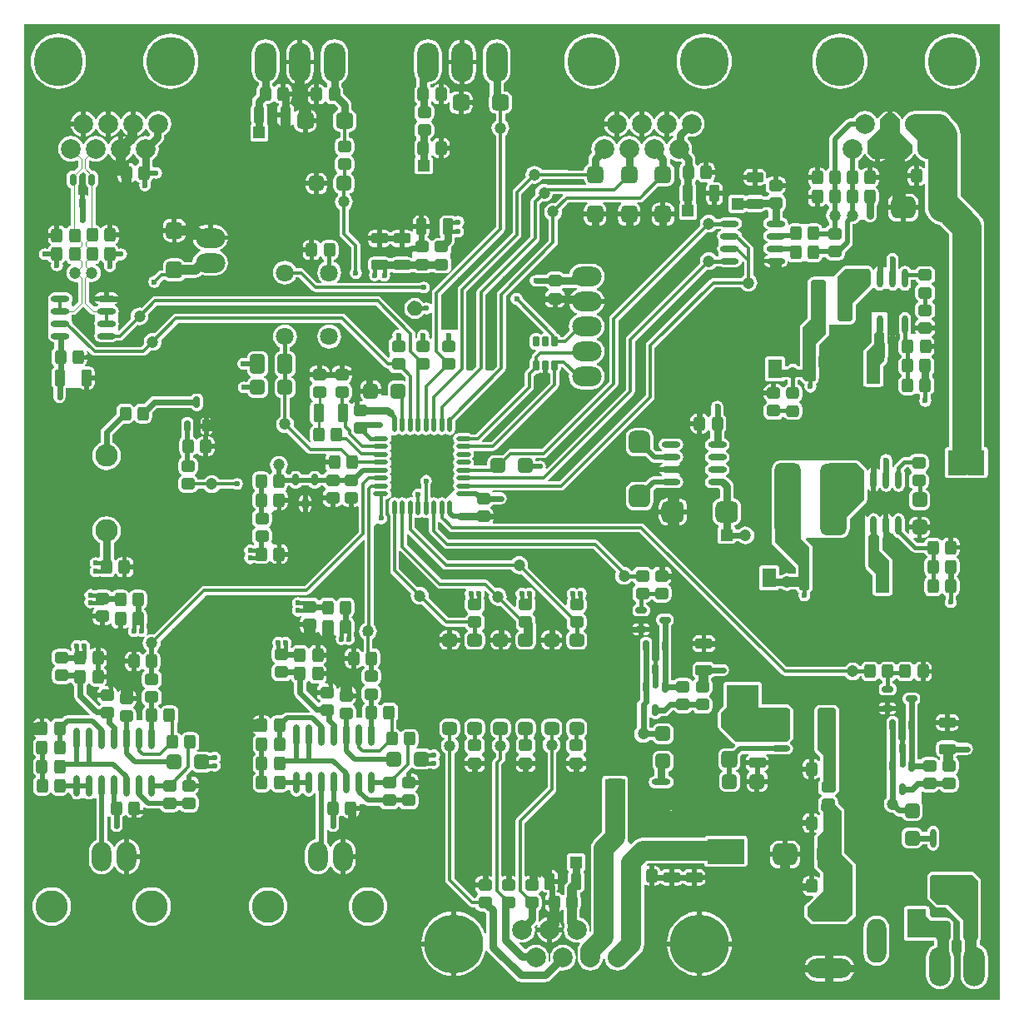
<source format=gtl>
G04*
G04 #@! TF.GenerationSoftware,Altium Limited,Altium Designer,19.0.10 (269)*
G04*
G04 Layer_Physical_Order=1*
G04 Layer_Color=255*
%FSLAX25Y25*%
%MOIN*%
G70*
G01*
G75*
%ADD11C,0.02362*%
%ADD12C,0.01000*%
%ADD13C,0.01181*%
%ADD62O,0.07480X0.02362*%
%ADD63O,0.02362X0.07480*%
%ADD64O,0.01968X0.05906*%
%ADD65O,0.05906X0.01968*%
%ADD66O,0.02362X0.08661*%
G04:AMPARAMS|DCode=67|XSize=25.59mil|YSize=43.31mil|CornerRadius=6.4mil|HoleSize=0mil|Usage=FLASHONLY|Rotation=180.000|XOffset=0mil|YOffset=0mil|HoleType=Round|Shape=RoundedRectangle|*
%AMROUNDEDRECTD67*
21,1,0.02559,0.03051,0,0,180.0*
21,1,0.01280,0.04331,0,0,180.0*
1,1,0.01280,-0.00640,0.01526*
1,1,0.01280,0.00640,0.01526*
1,1,0.01280,0.00640,-0.01526*
1,1,0.01280,-0.00640,-0.01526*
%
%ADD67ROUNDEDRECTD67*%
G04:AMPARAMS|DCode=68|XSize=55.12mil|YSize=47.24mil|CornerRadius=11.81mil|HoleSize=0mil|Usage=FLASHONLY|Rotation=90.000|XOffset=0mil|YOffset=0mil|HoleType=Round|Shape=RoundedRectangle|*
%AMROUNDEDRECTD68*
21,1,0.05512,0.02362,0,0,90.0*
21,1,0.03150,0.04724,0,0,90.0*
1,1,0.02362,0.01181,0.01575*
1,1,0.02362,0.01181,-0.01575*
1,1,0.02362,-0.01181,-0.01575*
1,1,0.02362,-0.01181,0.01575*
%
%ADD68ROUNDEDRECTD68*%
%ADD69C,0.04724*%
G04:AMPARAMS|DCode=70|XSize=87mil|YSize=97mil|CornerRadius=21.75mil|HoleSize=0mil|Usage=FLASHONLY|Rotation=90.000|XOffset=0mil|YOffset=0mil|HoleType=Round|Shape=RoundedRectangle|*
%AMROUNDEDRECTD70*
21,1,0.08700,0.05350,0,0,90.0*
21,1,0.04350,0.09700,0,0,90.0*
1,1,0.04350,0.02675,0.02175*
1,1,0.04350,0.02675,-0.02175*
1,1,0.04350,-0.02675,-0.02175*
1,1,0.04350,-0.02675,0.02175*
%
%ADD70ROUNDEDRECTD70*%
G04:AMPARAMS|DCode=71|XSize=68.11mil|YSize=65.75mil|CornerRadius=16.44mil|HoleSize=0mil|Usage=FLASHONLY|Rotation=270.000|XOffset=0mil|YOffset=0mil|HoleType=Round|Shape=RoundedRectangle|*
%AMROUNDEDRECTD71*
21,1,0.06811,0.03287,0,0,270.0*
21,1,0.03524,0.06575,0,0,270.0*
1,1,0.03287,-0.01644,-0.01762*
1,1,0.03287,-0.01644,0.01762*
1,1,0.03287,0.01644,0.01762*
1,1,0.03287,0.01644,-0.01762*
%
%ADD71ROUNDEDRECTD71*%
G04:AMPARAMS|DCode=72|XSize=68.11mil|YSize=65.75mil|CornerRadius=16.44mil|HoleSize=0mil|Usage=FLASHONLY|Rotation=0.000|XOffset=0mil|YOffset=0mil|HoleType=Round|Shape=RoundedRectangle|*
%AMROUNDEDRECTD72*
21,1,0.06811,0.03287,0,0,0.0*
21,1,0.03524,0.06575,0,0,0.0*
1,1,0.03287,0.01762,-0.01644*
1,1,0.03287,-0.01762,-0.01644*
1,1,0.03287,-0.01762,0.01644*
1,1,0.03287,0.01762,0.01644*
%
%ADD72ROUNDEDRECTD72*%
G04:AMPARAMS|DCode=73|XSize=43.31mil|YSize=74.8mil|CornerRadius=10.83mil|HoleSize=0mil|Usage=FLASHONLY|Rotation=180.000|XOffset=0mil|YOffset=0mil|HoleType=Round|Shape=RoundedRectangle|*
%AMROUNDEDRECTD73*
21,1,0.04331,0.05315,0,0,180.0*
21,1,0.02165,0.07480,0,0,180.0*
1,1,0.02165,-0.01083,0.02657*
1,1,0.02165,0.01083,0.02657*
1,1,0.02165,0.01083,-0.02657*
1,1,0.02165,-0.01083,-0.02657*
%
%ADD73ROUNDEDRECTD73*%
G04:AMPARAMS|DCode=74|XSize=60mil|YSize=60mil|CornerRadius=15mil|HoleSize=0mil|Usage=FLASHONLY|Rotation=90.000|XOffset=0mil|YOffset=0mil|HoleType=Round|Shape=RoundedRectangle|*
%AMROUNDEDRECTD74*
21,1,0.06000,0.03000,0,0,90.0*
21,1,0.03000,0.06000,0,0,90.0*
1,1,0.03000,0.01500,0.01500*
1,1,0.03000,0.01500,-0.01500*
1,1,0.03000,-0.01500,-0.01500*
1,1,0.03000,-0.01500,0.01500*
%
%ADD74ROUNDEDRECTD74*%
G04:AMPARAMS|DCode=75|XSize=55.12mil|YSize=47.24mil|CornerRadius=11.81mil|HoleSize=0mil|Usage=FLASHONLY|Rotation=180.000|XOffset=0mil|YOffset=0mil|HoleType=Round|Shape=RoundedRectangle|*
%AMROUNDEDRECTD75*
21,1,0.05512,0.02362,0,0,180.0*
21,1,0.03150,0.04724,0,0,180.0*
1,1,0.02362,-0.01575,0.01181*
1,1,0.02362,0.01575,0.01181*
1,1,0.02362,0.01575,-0.01181*
1,1,0.02362,-0.01575,-0.01181*
%
%ADD75ROUNDEDRECTD75*%
G04:AMPARAMS|DCode=76|XSize=23.62mil|YSize=45.28mil|CornerRadius=5.91mil|HoleSize=0mil|Usage=FLASHONLY|Rotation=0.000|XOffset=0mil|YOffset=0mil|HoleType=Round|Shape=RoundedRectangle|*
%AMROUNDEDRECTD76*
21,1,0.02362,0.03347,0,0,0.0*
21,1,0.01181,0.04528,0,0,0.0*
1,1,0.01181,0.00591,-0.01673*
1,1,0.01181,-0.00591,-0.01673*
1,1,0.01181,-0.00591,0.01673*
1,1,0.01181,0.00591,0.01673*
%
%ADD76ROUNDEDRECTD76*%
G04:AMPARAMS|DCode=77|XSize=23.62mil|YSize=45.28mil|CornerRadius=5.91mil|HoleSize=0mil|Usage=FLASHONLY|Rotation=90.000|XOffset=0mil|YOffset=0mil|HoleType=Round|Shape=RoundedRectangle|*
%AMROUNDEDRECTD77*
21,1,0.02362,0.03347,0,0,90.0*
21,1,0.01181,0.04528,0,0,90.0*
1,1,0.01181,0.01673,0.00591*
1,1,0.01181,0.01673,-0.00591*
1,1,0.01181,-0.01673,-0.00591*
1,1,0.01181,-0.01673,0.00591*
%
%ADD77ROUNDEDRECTD77*%
G04:AMPARAMS|DCode=78|XSize=60mil|YSize=80mil|CornerRadius=15mil|HoleSize=0mil|Usage=FLASHONLY|Rotation=180.000|XOffset=0mil|YOffset=0mil|HoleType=Round|Shape=RoundedRectangle|*
%AMROUNDEDRECTD78*
21,1,0.06000,0.05000,0,0,180.0*
21,1,0.03000,0.08000,0,0,180.0*
1,1,0.03000,-0.01500,0.02500*
1,1,0.03000,0.01500,0.02500*
1,1,0.03000,0.01500,-0.02500*
1,1,0.03000,-0.01500,-0.02500*
%
%ADD78ROUNDEDRECTD78*%
G04:AMPARAMS|DCode=79|XSize=66.93mil|YSize=43.31mil|CornerRadius=10.83mil|HoleSize=0mil|Usage=FLASHONLY|Rotation=90.000|XOffset=0mil|YOffset=0mil|HoleType=Round|Shape=RoundedRectangle|*
%AMROUNDEDRECTD79*
21,1,0.06693,0.02165,0,0,90.0*
21,1,0.04528,0.04331,0,0,90.0*
1,1,0.02165,0.01083,0.02264*
1,1,0.02165,0.01083,-0.02264*
1,1,0.02165,-0.01083,-0.02264*
1,1,0.02165,-0.01083,0.02264*
%
%ADD79ROUNDEDRECTD79*%
G04:AMPARAMS|DCode=80|XSize=66.93mil|YSize=43.31mil|CornerRadius=10.83mil|HoleSize=0mil|Usage=FLASHONLY|Rotation=0.000|XOffset=0mil|YOffset=0mil|HoleType=Round|Shape=RoundedRectangle|*
%AMROUNDEDRECTD80*
21,1,0.06693,0.02165,0,0,0.0*
21,1,0.04528,0.04331,0,0,0.0*
1,1,0.02165,0.02264,-0.01083*
1,1,0.02165,-0.02264,-0.01083*
1,1,0.02165,-0.02264,0.01083*
1,1,0.02165,0.02264,0.01083*
%
%ADD80ROUNDEDRECTD80*%
G04:AMPARAMS|DCode=81|XSize=169.29mil|YSize=62.99mil|CornerRadius=15.75mil|HoleSize=0mil|Usage=FLASHONLY|Rotation=90.000|XOffset=0mil|YOffset=0mil|HoleType=Round|Shape=RoundedRectangle|*
%AMROUNDEDRECTD81*
21,1,0.16929,0.03150,0,0,90.0*
21,1,0.13780,0.06299,0,0,90.0*
1,1,0.03150,0.01575,0.06890*
1,1,0.03150,0.01575,-0.06890*
1,1,0.03150,-0.01575,-0.06890*
1,1,0.03150,-0.01575,0.06890*
%
%ADD81ROUNDEDRECTD81*%
G04:AMPARAMS|DCode=82|XSize=51.18mil|YSize=47.24mil|CornerRadius=11.81mil|HoleSize=0mil|Usage=FLASHONLY|Rotation=0.000|XOffset=0mil|YOffset=0mil|HoleType=Round|Shape=RoundedRectangle|*
%AMROUNDEDRECTD82*
21,1,0.05118,0.02362,0,0,0.0*
21,1,0.02756,0.04724,0,0,0.0*
1,1,0.02362,0.01378,-0.01181*
1,1,0.02362,-0.01378,-0.01181*
1,1,0.02362,-0.01378,0.01181*
1,1,0.02362,0.01378,0.01181*
%
%ADD82ROUNDEDRECTD82*%
G04:AMPARAMS|DCode=83|XSize=90mil|YSize=86mil|CornerRadius=21.5mil|HoleSize=0mil|Usage=FLASHONLY|Rotation=270.000|XOffset=0mil|YOffset=0mil|HoleType=Round|Shape=RoundedRectangle|*
%AMROUNDEDRECTD83*
21,1,0.09000,0.04300,0,0,270.0*
21,1,0.04700,0.08600,0,0,270.0*
1,1,0.04300,-0.02150,-0.02350*
1,1,0.04300,-0.02150,0.02350*
1,1,0.04300,0.02150,0.02350*
1,1,0.04300,0.02150,-0.02350*
%
%ADD83ROUNDEDRECTD83*%
G04:AMPARAMS|DCode=84|XSize=287.4mil|YSize=104.33mil|CornerRadius=26.08mil|HoleSize=0mil|Usage=FLASHONLY|Rotation=90.000|XOffset=0mil|YOffset=0mil|HoleType=Round|Shape=RoundedRectangle|*
%AMROUNDEDRECTD84*
21,1,0.28740,0.05217,0,0,90.0*
21,1,0.23524,0.10433,0,0,90.0*
1,1,0.05217,0.02608,0.11762*
1,1,0.05217,0.02608,-0.11762*
1,1,0.05217,-0.02608,-0.11762*
1,1,0.05217,-0.02608,0.11762*
%
%ADD84ROUNDEDRECTD84*%
G04:AMPARAMS|DCode=85|XSize=90mil|YSize=86mil|CornerRadius=21.5mil|HoleSize=0mil|Usage=FLASHONLY|Rotation=0.000|XOffset=0mil|YOffset=0mil|HoleType=Round|Shape=RoundedRectangle|*
%AMROUNDEDRECTD85*
21,1,0.09000,0.04300,0,0,0.0*
21,1,0.04700,0.08600,0,0,0.0*
1,1,0.04300,0.02350,-0.02150*
1,1,0.04300,-0.02350,-0.02150*
1,1,0.04300,-0.02350,0.02150*
1,1,0.04300,0.02350,0.02150*
%
%ADD85ROUNDEDRECTD85*%
G04:AMPARAMS|DCode=86|XSize=59.06mil|YSize=51.18mil|CornerRadius=12.8mil|HoleSize=0mil|Usage=FLASHONLY|Rotation=0.000|XOffset=0mil|YOffset=0mil|HoleType=Round|Shape=RoundedRectangle|*
%AMROUNDEDRECTD86*
21,1,0.05906,0.02559,0,0,0.0*
21,1,0.03347,0.05118,0,0,0.0*
1,1,0.02559,0.01673,-0.01280*
1,1,0.02559,-0.01673,-0.01280*
1,1,0.02559,-0.01673,0.01280*
1,1,0.02559,0.01673,0.01280*
%
%ADD86ROUNDEDRECTD86*%
G04:AMPARAMS|DCode=87|XSize=60mil|YSize=60mil|CornerRadius=15mil|HoleSize=0mil|Usage=FLASHONLY|Rotation=0.000|XOffset=0mil|YOffset=0mil|HoleType=Round|Shape=RoundedRectangle|*
%AMROUNDEDRECTD87*
21,1,0.06000,0.03000,0,0,0.0*
21,1,0.03000,0.06000,0,0,0.0*
1,1,0.03000,0.01500,-0.01500*
1,1,0.03000,-0.01500,-0.01500*
1,1,0.03000,-0.01500,0.01500*
1,1,0.03000,0.01500,0.01500*
%
%ADD87ROUNDEDRECTD87*%
%ADD88C,0.00472*%
%ADD89C,0.01968*%
%ADD90C,0.03150*%
%ADD91C,0.07087*%
%ADD92C,0.03937*%
%ADD93C,0.01575*%
%ADD94C,0.11811*%
%ADD95C,0.07874*%
%ADD96C,0.05906*%
%ADD97C,0.04724*%
%ADD98R,0.11911X0.13696*%
%ADD99R,0.03286X0.09376*%
%ADD100R,0.03005X0.19581*%
%ADD101R,0.05190X0.10877*%
%ADD102R,0.04532X0.11665*%
%ADD103R,0.16392X0.15800*%
%ADD104R,0.14460X0.14680*%
%ADD105R,0.02232X0.01985*%
%ADD106R,0.08047X0.05643*%
%ADD107R,0.09576X0.12894*%
%ADD108R,0.15115X0.14700*%
%ADD109R,0.14899X0.09917*%
%ADD110R,0.10600X0.08284*%
%ADD111R,0.08300X0.23500*%
%ADD112R,0.04800X0.04825*%
%ADD113R,0.11000X0.08200*%
%ADD114R,0.12999X0.09595*%
%ADD115R,0.05537X0.07623*%
%ADD116R,0.04825X0.04800*%
%ADD117R,0.05437X0.07411*%
%ADD118R,0.04800X0.06000*%
%ADD119R,0.07477X0.07400*%
%ADD120R,0.07137X0.09917*%
%ADD121R,0.07775X0.09917*%
%ADD122R,0.14739X0.06939*%
%ADD123R,0.06600X0.04800*%
%ADD124R,0.15946X0.21612*%
%ADD125R,0.07900X0.08300*%
%ADD126R,0.09917X0.07775*%
%ADD127R,0.19613X0.07137*%
%ADD128R,0.21068X0.08928*%
%ADD129R,0.11667X0.17603*%
%ADD130R,0.15500X0.20639*%
%ADD131C,0.07087*%
%ADD132C,0.09000*%
%ADD133C,0.07874*%
%ADD134R,0.07874X0.07874*%
%ADD135C,0.23622*%
%ADD136C,0.19685*%
%ADD137O,0.11811X0.07874*%
%ADD138O,0.08661X0.15748*%
%ADD139O,0.07874X0.11811*%
%ADD140C,0.12992*%
%ADD141O,0.17717X0.07874*%
%ADD142O,0.07874X0.17717*%
%ADD143C,0.17717*%
%ADD144C,0.02362*%
G36*
X392095Y1606D02*
X1606Y1606D01*
X1606Y392095D01*
X392095D01*
X392095Y1606D01*
D02*
G37*
%LPC*%
G36*
X177916Y385966D02*
Y377977D01*
X182491D01*
Y380536D01*
X182301Y381975D01*
X181746Y383316D01*
X180862Y384467D01*
X179711Y385351D01*
X178370Y385906D01*
X177916Y385966D01*
D02*
G37*
G36*
X175947D02*
X175493Y385906D01*
X174152Y385351D01*
X173000Y384467D01*
X172117Y383316D01*
X171561Y381975D01*
X171372Y380536D01*
Y377977D01*
X175947D01*
Y385966D01*
D02*
G37*
G36*
X112955D02*
Y377977D01*
X117530D01*
Y380536D01*
X117341Y381975D01*
X116785Y383316D01*
X115902Y384467D01*
X114750Y385351D01*
X113409Y385906D01*
X112955Y385966D01*
D02*
G37*
G36*
X110986D02*
X110532Y385906D01*
X109191Y385351D01*
X108039Y384467D01*
X107156Y383316D01*
X106601Y381975D01*
X106411Y380536D01*
Y377977D01*
X110986D01*
Y385966D01*
D02*
G37*
G36*
X182491Y376009D02*
X177916D01*
Y368020D01*
X178370Y368080D01*
X179711Y368635D01*
X180862Y369518D01*
X181746Y370670D01*
X182301Y372011D01*
X182491Y373450D01*
Y376009D01*
D02*
G37*
G36*
X175947D02*
X171372D01*
Y373450D01*
X171561Y372011D01*
X172117Y370670D01*
X173000Y369518D01*
X174152Y368635D01*
X175493Y368080D01*
X175947Y368020D01*
Y376009D01*
D02*
G37*
G36*
X117530D02*
X112955D01*
Y368020D01*
X113409Y368080D01*
X114750Y368635D01*
X115902Y369518D01*
X116785Y370670D01*
X117341Y372011D01*
X117530Y373450D01*
Y376009D01*
D02*
G37*
G36*
X110986D02*
X106411D01*
Y373450D01*
X106601Y372011D01*
X107156Y370670D01*
X108039Y369518D01*
X109191Y368635D01*
X110532Y368080D01*
X110986Y368020D01*
Y376009D01*
D02*
G37*
G36*
X125750Y386096D02*
X124311Y385906D01*
X122970Y385351D01*
X121819Y384467D01*
X120935Y383316D01*
X120380Y381975D01*
X120191Y380536D01*
Y373450D01*
X120380Y372011D01*
X120935Y370670D01*
X121819Y369518D01*
X122970Y368635D01*
Y367432D01*
X122824Y367335D01*
X122453Y366780D01*
X121876D01*
X121505Y367335D01*
X120724Y367857D01*
X119802Y368040D01*
X119606D01*
Y364057D01*
Y360073D01*
X119802D01*
X120724Y360257D01*
X121505Y360779D01*
X121876Y361333D01*
X122453D01*
X122824Y360779D01*
X123605Y360257D01*
X124527Y360073D01*
X125760D01*
X127065Y358768D01*
Y357755D01*
X126659Y357587D01*
X126069Y357134D01*
X125616Y356544D01*
X125331Y355857D01*
X125234Y355119D01*
Y351832D01*
X125331Y351095D01*
X125616Y350407D01*
X126069Y349817D01*
X126659Y349364D01*
X127346Y349080D01*
X128039Y348989D01*
Y346685D01*
X127349Y346548D01*
X126567Y346025D01*
X126045Y345244D01*
X125862Y344322D01*
Y341960D01*
X126045Y341038D01*
X126567Y340257D01*
X127122Y339887D01*
Y339309D01*
X126567Y338939D01*
X126045Y338158D01*
X125862Y337236D01*
Y334874D01*
X126045Y333952D01*
X126567Y333171D01*
X126980Y332895D01*
X126925Y332330D01*
X126693Y332235D01*
X126133Y331805D01*
X125703Y331245D01*
X125433Y330592D01*
X125341Y329892D01*
Y326892D01*
X125433Y326193D01*
X125703Y325540D01*
X126133Y324980D01*
X126693Y324551D01*
X127175Y324351D01*
X127284Y323895D01*
X127268Y323792D01*
X127018Y323600D01*
X126450Y322860D01*
X126093Y321998D01*
X125971Y321073D01*
X126093Y320148D01*
X126450Y319286D01*
X127018Y318546D01*
X127739Y317993D01*
Y308268D01*
X127876Y307577D01*
X128268Y306991D01*
X132534Y302725D01*
Y294022D01*
X132115Y293395D01*
X131932Y292473D01*
X132115Y291551D01*
X132637Y290770D01*
X133419Y290248D01*
X134340Y290065D01*
X135262Y290248D01*
X136043Y290770D01*
X136565Y291551D01*
X136749Y292473D01*
X136565Y293395D01*
X136146Y294022D01*
Y303473D01*
X136009Y304165D01*
X135617Y304750D01*
X131351Y309016D01*
Y317993D01*
X132072Y318546D01*
X132640Y319286D01*
X132997Y320148D01*
X133119Y321073D01*
X132997Y321998D01*
X132640Y322860D01*
X132072Y323600D01*
X131823Y323792D01*
X131806Y323895D01*
X131915Y324351D01*
X132397Y324551D01*
X132957Y324980D01*
X133387Y325540D01*
X133657Y326193D01*
X133749Y326892D01*
Y329892D01*
X133657Y330592D01*
X133387Y331245D01*
X132957Y331805D01*
X132470Y332179D01*
X132442Y332282D01*
X132435Y332464D01*
X132480Y332741D01*
X133123Y333171D01*
X133645Y333952D01*
X133828Y334874D01*
Y337236D01*
X133645Y338158D01*
X133123Y338939D01*
X132569Y339309D01*
Y339887D01*
X133123Y340257D01*
X133645Y341038D01*
X133828Y341960D01*
Y344322D01*
X133645Y345244D01*
X133123Y346025D01*
X132342Y346548D01*
X131651Y346685D01*
Y348989D01*
X132344Y349080D01*
X133031Y349364D01*
X133622Y349817D01*
X134074Y350407D01*
X134359Y351095D01*
X134456Y351832D01*
Y355119D01*
X134359Y355857D01*
X134074Y356544D01*
X133622Y357134D01*
X133031Y357587D01*
X132625Y357755D01*
Y359919D01*
X132530Y360639D01*
X132252Y361309D01*
X131811Y361885D01*
X129297Y364398D01*
Y365632D01*
X129114Y366553D01*
X128592Y367335D01*
X128530Y367376D01*
Y368635D01*
X129681Y369518D01*
X130565Y370670D01*
X131120Y372011D01*
X131309Y373450D01*
Y380536D01*
X131120Y381975D01*
X130565Y383316D01*
X129681Y384467D01*
X128530Y385351D01*
X127189Y385906D01*
X125750Y386096D01*
D02*
G37*
G36*
X373134Y388346D02*
X371404Y388210D01*
X369717Y387805D01*
X368114Y387141D01*
X366634Y386234D01*
X365315Y385107D01*
X364188Y383788D01*
X363282Y382308D01*
X362618Y380705D01*
X362212Y379018D01*
X362076Y377288D01*
X362212Y375558D01*
X362618Y373871D01*
X363282Y372268D01*
X364188Y370789D01*
X365315Y369469D01*
X366634Y368342D01*
X368114Y367436D01*
X369717Y366772D01*
X371404Y366367D01*
X373134Y366230D01*
X374864Y366367D01*
X376551Y366772D01*
X378154Y367436D01*
X379634Y368342D01*
X380953Y369469D01*
X382080Y370789D01*
X382987Y372268D01*
X383651Y373871D01*
X384056Y375558D01*
X384192Y377288D01*
X384056Y379018D01*
X383651Y380705D01*
X382987Y382308D01*
X382080Y383788D01*
X380953Y385107D01*
X379634Y386234D01*
X378154Y387141D01*
X376551Y387805D01*
X374864Y388210D01*
X373134Y388346D01*
D02*
G37*
G36*
X328134D02*
X326404Y388210D01*
X324717Y387805D01*
X323114Y387141D01*
X321635Y386234D01*
X320315Y385107D01*
X319188Y383788D01*
X318282Y382308D01*
X317618Y380705D01*
X317213Y379018D01*
X317076Y377288D01*
X317213Y375558D01*
X317618Y373871D01*
X318282Y372268D01*
X319188Y370789D01*
X320315Y369469D01*
X321635Y368342D01*
X323114Y367436D01*
X324717Y366772D01*
X326404Y366367D01*
X328134Y366230D01*
X329864Y366367D01*
X331551Y366772D01*
X333154Y367436D01*
X334634Y368342D01*
X335953Y369469D01*
X337080Y370789D01*
X337987Y372268D01*
X338651Y373871D01*
X339056Y375558D01*
X339192Y377288D01*
X339056Y379018D01*
X338651Y380705D01*
X337987Y382308D01*
X337080Y383788D01*
X335953Y385107D01*
X334634Y386234D01*
X333154Y387141D01*
X331551Y387805D01*
X329864Y388210D01*
X328134Y388346D01*
D02*
G37*
G36*
X273764D02*
X272034Y388210D01*
X270347Y387805D01*
X268744Y387141D01*
X267265Y386234D01*
X265945Y385107D01*
X264818Y383788D01*
X263912Y382308D01*
X263247Y380705D01*
X262842Y379018D01*
X262706Y377288D01*
X262842Y375558D01*
X263247Y373871D01*
X263912Y372268D01*
X264818Y370789D01*
X265945Y369469D01*
X267265Y368342D01*
X268744Y367436D01*
X270347Y366772D01*
X272034Y366367D01*
X273764Y366230D01*
X275494Y366367D01*
X277181Y366772D01*
X278784Y367436D01*
X280264Y368342D01*
X281583Y369469D01*
X282710Y370789D01*
X283616Y372268D01*
X284280Y373871D01*
X284686Y375558D01*
X284822Y377288D01*
X284686Y379018D01*
X284280Y380705D01*
X283616Y382308D01*
X282710Y383788D01*
X281583Y385107D01*
X280264Y386234D01*
X278784Y387141D01*
X277181Y387805D01*
X275494Y388210D01*
X273764Y388346D01*
D02*
G37*
G36*
X228764D02*
X227034Y388210D01*
X225347Y387805D01*
X223744Y387141D01*
X222265Y386234D01*
X220945Y385107D01*
X219818Y383788D01*
X218912Y382308D01*
X218248Y380705D01*
X217843Y379018D01*
X217706Y377288D01*
X217843Y375558D01*
X218248Y373871D01*
X218912Y372268D01*
X219818Y370789D01*
X220945Y369469D01*
X222265Y368342D01*
X223744Y367436D01*
X225347Y366772D01*
X227034Y366367D01*
X228764Y366230D01*
X230494Y366367D01*
X232181Y366772D01*
X233784Y367436D01*
X235264Y368342D01*
X236583Y369469D01*
X237710Y370789D01*
X238616Y372268D01*
X239281Y373871D01*
X239686Y375558D01*
X239822Y377288D01*
X239686Y379018D01*
X239281Y380705D01*
X238616Y382308D01*
X237710Y383788D01*
X236583Y385107D01*
X235264Y386234D01*
X233784Y387141D01*
X232181Y387805D01*
X230494Y388210D01*
X228764Y388346D01*
D02*
G37*
G36*
X60220D02*
X58491Y388210D01*
X56804Y387805D01*
X55200Y387141D01*
X53721Y386234D01*
X52402Y385107D01*
X51275Y383788D01*
X50368Y382308D01*
X49704Y380705D01*
X49299Y379018D01*
X49163Y377288D01*
X49299Y375558D01*
X49704Y373871D01*
X50368Y372268D01*
X51275Y370789D01*
X52402Y369469D01*
X53721Y368342D01*
X55200Y367436D01*
X56804Y366772D01*
X58491Y366367D01*
X60220Y366230D01*
X61950Y366367D01*
X63638Y366772D01*
X65241Y367436D01*
X66720Y368342D01*
X68040Y369469D01*
X69166Y370789D01*
X70073Y372268D01*
X70737Y373871D01*
X71142Y375558D01*
X71278Y377288D01*
X71142Y379018D01*
X70737Y380705D01*
X70073Y382308D01*
X69166Y383788D01*
X68040Y385107D01*
X66720Y386234D01*
X65241Y387141D01*
X63638Y387805D01*
X61950Y388210D01*
X60220Y388346D01*
D02*
G37*
G36*
X15221D02*
X13491Y388210D01*
X11804Y387805D01*
X10200Y387141D01*
X8721Y386234D01*
X7401Y385107D01*
X6275Y383788D01*
X5368Y382308D01*
X4704Y380705D01*
X4299Y379018D01*
X4163Y377288D01*
X4299Y375558D01*
X4704Y373871D01*
X5368Y372268D01*
X6275Y370789D01*
X7401Y369469D01*
X8721Y368342D01*
X10200Y367436D01*
X11804Y366772D01*
X13491Y366367D01*
X15221Y366230D01*
X16950Y366367D01*
X18638Y366772D01*
X20241Y367436D01*
X21720Y368342D01*
X23040Y369469D01*
X24166Y370789D01*
X25073Y372268D01*
X25737Y373871D01*
X26142Y375558D01*
X26278Y377288D01*
X26142Y379018D01*
X25737Y380705D01*
X25073Y382308D01*
X24166Y383788D01*
X23040Y385107D01*
X21720Y386234D01*
X20241Y387141D01*
X18638Y387805D01*
X16950Y388210D01*
X15221Y388346D01*
D02*
G37*
G36*
X106402Y368240D02*
X106205D01*
Y365241D01*
X108811D01*
Y365831D01*
X108627Y366753D01*
X108105Y367534D01*
X107324Y368057D01*
X106402Y368240D01*
D02*
G37*
G36*
X117637Y368040D02*
X117440D01*
X116518Y367857D01*
X115737Y367335D01*
X115215Y366553D01*
X115032Y365632D01*
Y365041D01*
X117637D01*
Y368040D01*
D02*
G37*
G36*
X178183Y365231D02*
X177406D01*
Y361722D01*
X181032D01*
Y362382D01*
X180935Y363119D01*
X180650Y363806D01*
X180198Y364396D01*
X179608Y364849D01*
X178920Y365134D01*
X178183Y365231D01*
D02*
G37*
G36*
X163154Y386096D02*
X161715Y385906D01*
X160374Y385351D01*
X159223Y384467D01*
X158339Y383316D01*
X157784Y381975D01*
X157594Y380536D01*
Y373450D01*
X157784Y372011D01*
X158339Y370670D01*
X158585Y370349D01*
X158558Y370142D01*
Y367415D01*
X158437Y367335D01*
X157915Y366553D01*
X157732Y365632D01*
Y362482D01*
X157915Y361560D01*
X158437Y360779D01*
X158820Y360523D01*
Y360022D01*
X158424Y359757D01*
X157902Y358976D01*
X157719Y358054D01*
Y355692D01*
X157902Y354770D01*
X158424Y353989D01*
X158979Y353619D01*
Y353041D01*
X158424Y352671D01*
X157902Y351889D01*
X157719Y350968D01*
Y348605D01*
X157902Y347684D01*
X158424Y346902D01*
X158645Y346755D01*
Y346032D01*
X158432Y345889D01*
X157910Y345108D01*
X157726Y344186D01*
Y341036D01*
X157910Y340115D01*
X158283Y339556D01*
X158225Y338918D01*
X158224Y338915D01*
X157963Y338524D01*
X157871Y338063D01*
Y333263D01*
X157963Y332803D01*
X158224Y332412D01*
X158614Y332151D01*
X159075Y332059D01*
X163900D01*
X164361Y332151D01*
X164752Y332412D01*
X165013Y332803D01*
X165105Y333263D01*
Y338063D01*
X165013Y338524D01*
X164752Y338915D01*
X164635Y338993D01*
X164519Y339515D01*
X164699Y339778D01*
X165222Y339776D01*
X165518Y339333D01*
X166300Y338811D01*
X167221Y338628D01*
X167418D01*
Y342611D01*
Y346594D01*
X167221D01*
X166300Y346411D01*
X165518Y345889D01*
X165148Y345335D01*
X164570D01*
X164205Y345882D01*
Y346384D01*
X164980Y346902D01*
X165502Y347684D01*
X165686Y348605D01*
Y350968D01*
X165502Y351889D01*
X164980Y352671D01*
X164426Y353041D01*
Y353619D01*
X164980Y353989D01*
X165502Y354770D01*
X165686Y355692D01*
Y358054D01*
X165502Y358976D01*
X164980Y359757D01*
X164380Y360159D01*
Y361039D01*
X164576Y361333D01*
X165153D01*
X165524Y360779D01*
X166305Y360257D01*
X167227Y360073D01*
X167424D01*
Y364057D01*
Y368040D01*
X167227D01*
X166305Y367857D01*
X165524Y367335D01*
X165153Y366780D01*
X164576D01*
X164205Y367335D01*
X164117Y367393D01*
Y368017D01*
X164593Y368080D01*
X165934Y368635D01*
X167085Y369518D01*
X167968Y370670D01*
X168524Y372011D01*
X168713Y373450D01*
Y380536D01*
X168524Y381975D01*
X167968Y383316D01*
X167085Y384467D01*
X165934Y385351D01*
X164593Y385906D01*
X163154Y386096D01*
D02*
G37*
G36*
X117637Y363072D02*
X115032D01*
Y362482D01*
X115215Y361560D01*
X115737Y360779D01*
X116518Y360257D01*
X117440Y360073D01*
X117637D01*
Y363072D01*
D02*
G37*
G36*
X363461Y357450D02*
X363461Y357450D01*
X358134D01*
X358134Y357450D01*
X356798Y357275D01*
X355553Y356759D01*
X354484Y355938D01*
X353663Y354869D01*
X353405Y354245D01*
X352864D01*
X352605Y354869D01*
X351784Y355938D01*
X350715Y356759D01*
X349470Y357275D01*
X349118Y357321D01*
Y356373D01*
X349740D01*
X352140Y353973D01*
X352140Y348873D01*
X357040Y343973D01*
Y340573D01*
X354640Y338173D01*
X354118D01*
Y337255D01*
X354470Y337302D01*
X355715Y337818D01*
X356784Y338638D01*
X357605Y339707D01*
X357863Y340332D01*
X358405D01*
X358663Y339707D01*
X359484Y338638D01*
X360553Y337818D01*
X361798Y337302D01*
X362200Y337249D01*
Y334709D01*
X361700Y334557D01*
X361638Y334651D01*
X360856Y335173D01*
X359935Y335356D01*
X359738D01*
Y331373D01*
Y327390D01*
X359935D01*
X360856Y327573D01*
X361638Y328095D01*
X361700Y328189D01*
X362200Y328038D01*
Y318711D01*
X362337Y317322D01*
X362742Y315986D01*
X363401Y314755D01*
X364286Y313676D01*
X365365Y312790D01*
X366596Y312132D01*
X367932Y311727D01*
X368012Y311719D01*
X371719Y308012D01*
Y222816D01*
X371303D01*
X370842Y222724D01*
X370452Y222463D01*
X370191Y222073D01*
X370099Y221612D01*
Y211695D01*
X370191Y211234D01*
X370452Y210844D01*
X370842Y210583D01*
X371303Y210491D01*
X379041D01*
X379041Y210491D01*
X386178D01*
X386639Y210583D01*
X387030Y210844D01*
X387291Y211234D01*
X387382Y211695D01*
Y221612D01*
X387291Y222073D01*
X387030Y222463D01*
X386639Y222724D01*
X386178Y222816D01*
X385961D01*
Y310961D01*
X385961Y310961D01*
X385824Y312350D01*
X385419Y313686D01*
X384761Y314917D01*
X383875Y315996D01*
X383875Y315996D01*
X376442Y323429D01*
Y347907D01*
X376442Y347907D01*
X376305Y349296D01*
X375900Y350632D01*
X375242Y351863D01*
X374357Y352942D01*
X372790Y354508D01*
X372736Y354553D01*
X372605Y354869D01*
X371784Y355938D01*
X370715Y356759D01*
X369470Y357275D01*
X368134Y357450D01*
X364940D01*
X364201Y357353D01*
X363461Y357450D01*
D02*
G37*
G36*
X181032Y359753D02*
X177406D01*
Y356245D01*
X178183D01*
X178920Y356342D01*
X179608Y356627D01*
X180198Y357079D01*
X180650Y357669D01*
X180935Y358357D01*
X181032Y359094D01*
Y359753D01*
D02*
G37*
G36*
X169589Y368040D02*
X169392D01*
Y364057D01*
Y360073D01*
X169589D01*
X170511Y360257D01*
X171292Y360779D01*
X171332Y360838D01*
X171810Y360693D01*
Y359094D01*
X171907Y358357D01*
X172192Y357669D01*
X172645Y357079D01*
X173235Y356627D01*
X173922Y356342D01*
X174659Y356245D01*
X175437D01*
Y360738D01*
Y365231D01*
X174659D01*
X173922Y365134D01*
X173235Y364849D01*
X172645Y364396D01*
X172497Y364204D01*
X171997Y364374D01*
Y365632D01*
X171814Y366553D01*
X171292Y367335D01*
X170511Y367857D01*
X169589Y368040D01*
D02*
G37*
G36*
X115807Y357968D02*
X115029D01*
Y354460D01*
X118656D01*
Y355119D01*
X118559Y355857D01*
X118274Y356544D01*
X117822Y357134D01*
X117232Y357587D01*
X116544Y357871D01*
X115807Y357968D01*
D02*
G37*
G36*
X55221Y357450D02*
X53884Y357275D01*
X52639Y356759D01*
X51570Y355938D01*
X50750Y354869D01*
X50491Y354245D01*
X49950D01*
X49691Y354869D01*
X48871Y355938D01*
X47802Y356759D01*
X46557Y357275D01*
X46205Y357321D01*
Y352288D01*
Y347255D01*
X46557Y347302D01*
X47802Y347817D01*
X48871Y348638D01*
X49691Y349707D01*
X49950Y350332D01*
X50491D01*
X50750Y349707D01*
X51570Y348638D01*
X51856Y348419D01*
X51880Y347879D01*
X51309Y347307D01*
X50221Y347450D01*
X48884Y347274D01*
X47639Y346759D01*
X46570Y345938D01*
X45750Y344869D01*
X45491Y344245D01*
X44950D01*
X44691Y344869D01*
X43871Y345938D01*
X42802Y346759D01*
X41557Y347274D01*
X41205Y347321D01*
Y342288D01*
Y337255D01*
X41557Y337302D01*
X42802Y337818D01*
X43871Y338638D01*
X44691Y339707D01*
X44950Y340332D01*
X45491D01*
X45750Y339707D01*
X46570Y338638D01*
X47441Y337970D01*
Y336368D01*
X46667Y335851D01*
X46297Y335297D01*
X45719D01*
X45349Y335851D01*
X44567Y336373D01*
X43646Y336557D01*
X43449D01*
Y332573D01*
Y328590D01*
X43646D01*
X44567Y328773D01*
X45349Y329295D01*
X45719Y329850D01*
X46297D01*
X46667Y329295D01*
X47448Y328773D01*
X47677Y328587D01*
X47494Y327665D01*
X47677Y326744D01*
X48199Y325962D01*
X48981Y325440D01*
X49902Y325257D01*
X50824Y325440D01*
X51605Y325962D01*
X52127Y326744D01*
X52311Y327665D01*
X52127Y328587D01*
X52114Y328608D01*
X52123Y329087D01*
X52435Y329295D01*
X52957Y330077D01*
X52973Y330155D01*
X53413Y330349D01*
X54335Y330166D01*
X55256Y330349D01*
X56038Y330872D01*
X56560Y331653D01*
X56743Y332575D01*
X56560Y333496D01*
X56038Y334278D01*
X55256Y334800D01*
X54335Y334983D01*
X53483Y334814D01*
X53000Y335079D01*
Y337970D01*
X53871Y338638D01*
X54691Y339707D01*
X55207Y340952D01*
X55383Y342288D01*
X55239Y343376D01*
X56711Y344848D01*
X57153Y345423D01*
X57430Y346094D01*
X57525Y346813D01*
Y347703D01*
X57802Y347817D01*
X58871Y348638D01*
X59691Y349707D01*
X60207Y350952D01*
X60383Y352288D01*
X60207Y353624D01*
X59691Y354869D01*
X58871Y355938D01*
X57802Y356759D01*
X56557Y357275D01*
X55221Y357450D01*
D02*
G37*
G36*
X24236Y357321D02*
X23884Y357275D01*
X22639Y356759D01*
X21570Y355938D01*
X20750Y354869D01*
X20234Y353624D01*
X20188Y353272D01*
X24236D01*
Y357321D01*
D02*
G37*
G36*
X237780D02*
X237428Y357275D01*
X236183Y356759D01*
X235114Y355938D01*
X234293Y354869D01*
X233778Y353624D01*
X233731Y353272D01*
X237780D01*
Y357321D01*
D02*
G37*
G36*
X105214Y354910D02*
X102807D01*
Y353631D01*
X102983Y352747D01*
X103483Y351999D01*
X104232Y351498D01*
X105115Y351323D01*
X105214D01*
Y354910D01*
D02*
G37*
G36*
X118656Y352491D02*
X115029D01*
Y348983D01*
X115807D01*
X116544Y349080D01*
X117232Y349364D01*
X117822Y349817D01*
X118274Y350407D01*
X118559Y351095D01*
X118656Y351832D01*
Y352491D01*
D02*
G37*
G36*
X98193Y386096D02*
X96754Y385906D01*
X95413Y385351D01*
X94262Y384467D01*
X93378Y383316D01*
X92823Y381975D01*
X92634Y380536D01*
Y373450D01*
X92823Y372011D01*
X93378Y370670D01*
X94262Y369518D01*
X95355Y368680D01*
Y367604D01*
X95250Y367534D01*
X94728Y366753D01*
X94545Y365831D01*
Y364204D01*
X93602Y363262D01*
X93161Y362686D01*
X92883Y362016D01*
X92788Y361296D01*
Y359693D01*
X92353Y359042D01*
X92177Y358158D01*
Y353631D01*
X92353Y352747D01*
X92465Y352580D01*
X92367Y352090D01*
X92367Y352089D01*
X92106Y351698D01*
X92014Y351238D01*
Y346438D01*
X92106Y345977D01*
X92367Y345586D01*
X92757Y345325D01*
X93218Y345233D01*
X98043D01*
X98504Y345325D01*
X98895Y345586D01*
X99156Y345977D01*
X99248Y346438D01*
Y351238D01*
X99156Y351698D01*
X98895Y352089D01*
X98808Y352148D01*
X98710Y352638D01*
X98783Y352747D01*
X98959Y353631D01*
Y358158D01*
X98783Y359042D01*
X98348Y359693D01*
Y360145D01*
X98476Y360273D01*
X99316D01*
X100237Y360457D01*
X101019Y360979D01*
X101389Y361533D01*
X101967D01*
X102337Y360979D01*
X103119Y360457D01*
X103474Y360386D01*
X103580Y359855D01*
X103483Y359790D01*
X102983Y359042D01*
X102807Y358158D01*
Y356879D01*
X106198D01*
Y355894D01*
X107182D01*
Y351323D01*
X107281D01*
X108164Y351498D01*
X108913Y351999D01*
X108934Y352031D01*
X109434Y351879D01*
Y351832D01*
X109531Y351095D01*
X109816Y350407D01*
X110269Y349817D01*
X110859Y349364D01*
X111546Y349080D01*
X112283Y348983D01*
X113061D01*
Y353476D01*
Y357968D01*
X112283D01*
X111546Y357871D01*
X110859Y357587D01*
X110269Y357134D01*
X110089Y356899D01*
X109589Y357069D01*
Y358158D01*
X109413Y359042D01*
X108913Y359790D01*
X108164Y360291D01*
X107966Y360330D01*
X107868Y360820D01*
X108105Y360979D01*
X108627Y361760D01*
X108811Y362682D01*
Y363273D01*
X105221D01*
Y364257D01*
X104237D01*
Y368240D01*
X104040D01*
X103119Y368057D01*
X102337Y367534D01*
X101967Y366980D01*
X101389D01*
X101019Y367534D01*
X100914Y367604D01*
Y368611D01*
X100973Y368635D01*
X102124Y369518D01*
X103007Y370670D01*
X103563Y372011D01*
X103752Y373450D01*
Y380536D01*
X103563Y381975D01*
X103007Y383316D01*
X102124Y384467D01*
X100973Y385351D01*
X99632Y385906D01*
X98193Y386096D01*
D02*
G37*
G36*
X36205Y357321D02*
Y352288D01*
Y347255D01*
X36557Y347302D01*
X37802Y347817D01*
X38871Y348638D01*
X39691Y349707D01*
X39950Y350332D01*
X40491D01*
X40750Y349707D01*
X41570Y348638D01*
X42639Y347817D01*
X43884Y347302D01*
X44236Y347255D01*
Y352288D01*
Y357321D01*
X43884Y357275D01*
X42639Y356759D01*
X41570Y355938D01*
X40750Y354869D01*
X40491Y354245D01*
X39950D01*
X39691Y354869D01*
X38871Y355938D01*
X37802Y356759D01*
X36557Y357275D01*
X36205Y357321D01*
D02*
G37*
G36*
X26205D02*
Y352288D01*
Y347255D01*
X26557Y347302D01*
X27802Y347817D01*
X28871Y348638D01*
X29691Y349707D01*
X29950Y350332D01*
X30491D01*
X30750Y349707D01*
X31570Y348638D01*
X32639Y347817D01*
X33884Y347302D01*
X34236Y347255D01*
Y352288D01*
Y357321D01*
X33884Y357275D01*
X32639Y356759D01*
X31570Y355938D01*
X30750Y354869D01*
X30491Y354245D01*
X29950D01*
X29691Y354869D01*
X28871Y355938D01*
X27802Y356759D01*
X26557Y357275D01*
X26205Y357321D01*
D02*
G37*
G36*
X24236Y351304D02*
X20188D01*
X20234Y350952D01*
X20750Y349707D01*
X21570Y348638D01*
X22639Y347817D01*
X23884Y347302D01*
X24236Y347255D01*
Y351304D01*
D02*
G37*
G36*
X249748Y357321D02*
Y352288D01*
Y347255D01*
X250100Y347302D01*
X251345Y347817D01*
X252414Y348638D01*
X253235Y349707D01*
X253493Y350332D01*
X254035D01*
X254293Y349707D01*
X255114Y348638D01*
X256183Y347817D01*
X257428Y347302D01*
X257780Y347255D01*
Y352288D01*
Y357321D01*
X257428Y357275D01*
X256183Y356759D01*
X255114Y355938D01*
X254293Y354869D01*
X254035Y354245D01*
X253493D01*
X253235Y354869D01*
X252414Y355938D01*
X251345Y356759D01*
X250100Y357275D01*
X249748Y357321D01*
D02*
G37*
G36*
X239748D02*
Y352288D01*
Y347255D01*
X240100Y347302D01*
X241345Y347817D01*
X242414Y348638D01*
X243235Y349707D01*
X243493Y350332D01*
X244035D01*
X244293Y349707D01*
X245114Y348638D01*
X246183Y347817D01*
X247428Y347302D01*
X247780Y347255D01*
Y352288D01*
Y357321D01*
X247428Y357275D01*
X246183Y356759D01*
X245114Y355938D01*
X244293Y354869D01*
X244035Y354245D01*
X243493D01*
X243235Y354869D01*
X242414Y355938D01*
X241345Y356759D01*
X240100Y357275D01*
X239748Y357321D01*
D02*
G37*
G36*
X237780Y351304D02*
X233731D01*
X233778Y350952D01*
X234293Y349707D01*
X235114Y348638D01*
X236183Y347817D01*
X237428Y347302D01*
X237780Y347255D01*
Y351304D01*
D02*
G37*
G36*
X169583Y346594D02*
X169387D01*
Y343595D01*
X171992D01*
Y344186D01*
X171809Y345108D01*
X171286Y345889D01*
X170505Y346411D01*
X169583Y346594D01*
D02*
G37*
G36*
X171992Y341627D02*
X169387D01*
Y338628D01*
X169583D01*
X170505Y338811D01*
X171286Y339333D01*
X171809Y340115D01*
X171992Y341036D01*
Y341627D01*
D02*
G37*
G36*
X190711Y386096D02*
X189272Y385906D01*
X187931Y385351D01*
X186780Y384467D01*
X185896Y383316D01*
X185341Y381975D01*
X185152Y380536D01*
Y373450D01*
X185341Y372011D01*
X185896Y370670D01*
X186780Y369518D01*
X187931Y368635D01*
Y363659D01*
X187707Y363119D01*
X187610Y362382D01*
Y359094D01*
X187707Y358357D01*
X187992Y357669D01*
X188445Y357079D01*
X189035Y356627D01*
X189722Y356342D01*
X190415Y356251D01*
Y353753D01*
X189694Y353200D01*
X189126Y352460D01*
X188769Y351598D01*
X188647Y350673D01*
X188769Y349748D01*
X189126Y348886D01*
X189694Y348146D01*
X190415Y347593D01*
Y310877D01*
X165263Y285725D01*
X164871Y285139D01*
X164734Y284448D01*
Y280295D01*
X164234Y280137D01*
X163543Y280598D01*
X162621Y280782D01*
X161700Y280598D01*
X161541Y280492D01*
X160898Y281331D01*
X160031Y281995D01*
X159023Y282413D01*
X157940Y282556D01*
X156858Y282413D01*
X155849Y281995D01*
X154983Y281331D01*
X154318Y280464D01*
X153900Y279456D01*
X153758Y278373D01*
X153900Y277291D01*
X154318Y276282D01*
X154983Y275416D01*
X155849Y274751D01*
X156858Y274333D01*
X157940Y274191D01*
X159023Y274333D01*
X160031Y274751D01*
X160898Y275416D01*
X161541Y276254D01*
X161700Y276148D01*
X162621Y275965D01*
X163543Y276148D01*
X164234Y276610D01*
X164734Y276452D01*
Y266521D01*
X164234Y266254D01*
X163809Y266538D01*
X163624Y267085D01*
X163721Y267573D01*
X163537Y268495D01*
X163015Y269276D01*
X162234Y269798D01*
X161312Y269982D01*
X160391Y269798D01*
X159609Y269276D01*
X159087Y268495D01*
X158904Y267573D01*
X159001Y267085D01*
X158887Y266749D01*
X158647Y266641D01*
X158147Y266962D01*
Y268273D01*
X158009Y268965D01*
X157617Y269550D01*
X144518Y282650D01*
X143931Y283042D01*
X143240Y283180D01*
X54840Y283180D01*
X53913D01*
X53222Y283042D01*
X52636Y282650D01*
X48641Y278655D01*
X47740Y278774D01*
X46815Y278652D01*
X45953Y278295D01*
X45213Y277727D01*
X44645Y276987D01*
X44288Y276125D01*
X44166Y275200D01*
X44285Y274299D01*
X39576Y269590D01*
X39114Y269782D01*
Y271136D01*
X39276Y271378D01*
X39460Y272300D01*
X39276Y273222D01*
X39091Y273499D01*
Y276101D01*
X39276Y276378D01*
X39460Y277300D01*
X39276Y278222D01*
X38754Y279003D01*
X37973Y279525D01*
X37873Y279545D01*
Y280055D01*
X37973Y280075D01*
X38754Y280597D01*
X39235Y281316D01*
X34492D01*
X29750D01*
X30230Y280597D01*
X31011Y280075D01*
X31112Y280055D01*
Y279545D01*
X31011Y279525D01*
X30305Y279053D01*
X29591Y279127D01*
X29214Y279425D01*
X27414Y281225D01*
Y282072D01*
X27402Y282131D01*
Y288695D01*
X27902Y289023D01*
X28640Y288926D01*
X29565Y289048D01*
X30427Y289405D01*
X31167Y289973D01*
X31735Y290713D01*
X32092Y291575D01*
X32214Y292500D01*
X32092Y293425D01*
X31735Y294287D01*
X31167Y295027D01*
X30427Y295595D01*
X30275Y295658D01*
X30327Y296178D01*
X30819Y296276D01*
X31600Y296798D01*
X31970Y297352D01*
X32548D01*
X32918Y296798D01*
X33581Y296355D01*
Y296261D01*
X33564Y296235D01*
X33380Y295313D01*
X33564Y294392D01*
X34086Y293610D01*
X34867Y293088D01*
X35789Y292905D01*
X36711Y293088D01*
X37492Y293610D01*
X38014Y294392D01*
X38197Y295313D01*
X38014Y296235D01*
X37997Y296261D01*
Y296337D01*
X38686Y296798D01*
X39209Y297579D01*
X39383Y297850D01*
X40305Y297667D01*
X41226Y297850D01*
X42008Y298373D01*
X42530Y299154D01*
X42713Y300076D01*
X42530Y300997D01*
X42008Y301779D01*
X41226Y302301D01*
X40305Y302484D01*
X39383Y302301D01*
X39209Y302572D01*
X38686Y303354D01*
X38240Y303651D01*
Y304253D01*
X38700Y304560D01*
X39222Y305341D01*
X39405Y306263D01*
Y306854D01*
X35816D01*
Y307838D01*
X34832D01*
Y311821D01*
X34635D01*
X33713Y311638D01*
X32932Y311116D01*
X32561Y310561D01*
X31984D01*
X31613Y311116D01*
X30832Y311638D01*
X30085Y311786D01*
Y326767D01*
X30508Y327049D01*
X30900Y327636D01*
X31037Y328327D01*
Y331673D01*
X30900Y332365D01*
X30508Y332950D01*
X29922Y333342D01*
X29231Y333480D01*
X28864D01*
X27394Y334950D01*
Y337418D01*
X27748Y337772D01*
X28884Y337302D01*
X30220Y337126D01*
X31557Y337302D01*
X32802Y337818D01*
X33871Y338638D01*
X34691Y339707D01*
X34950Y340332D01*
X35491D01*
X35750Y339707D01*
X36570Y338638D01*
X37639Y337818D01*
X38884Y337302D01*
X39236Y337256D01*
Y342288D01*
Y347321D01*
X38884Y347274D01*
X37639Y346759D01*
X36570Y345938D01*
X35750Y344869D01*
X35491Y344245D01*
X34950D01*
X34691Y344869D01*
X33871Y345938D01*
X32802Y346759D01*
X31557Y347274D01*
X30220Y347450D01*
X28884Y347274D01*
X27639Y346759D01*
X26570Y345938D01*
X25750Y344869D01*
X25491Y344245D01*
X24950D01*
X24691Y344869D01*
X23871Y345938D01*
X22802Y346759D01*
X21557Y347274D01*
X20221Y347450D01*
X18884Y347274D01*
X17639Y346759D01*
X16570Y345938D01*
X15750Y344869D01*
X15234Y343624D01*
X15058Y342288D01*
X15234Y340952D01*
X15750Y339707D01*
X16570Y338638D01*
X17639Y337818D01*
X18884Y337302D01*
X20221Y337126D01*
X21557Y337302D01*
X22693Y337772D01*
X23047Y337418D01*
Y335091D01*
X21436Y333480D01*
X20450D01*
X19758Y333342D01*
X19172Y332950D01*
X18781Y332365D01*
X18643Y331673D01*
Y328327D01*
X18781Y327636D01*
X19172Y327049D01*
X19758Y326658D01*
X20155Y326579D01*
Y311543D01*
X19626Y311438D01*
X18845Y310916D01*
X18475Y310361D01*
X17897D01*
X17527Y310916D01*
X16745Y311438D01*
X15824Y311621D01*
X15627D01*
Y307638D01*
X14643D01*
Y306654D01*
X11053D01*
Y306063D01*
X11236Y305141D01*
X11758Y304360D01*
X12144Y304102D01*
Y303602D01*
X11772Y303354D01*
X11250Y302572D01*
X11242Y302535D01*
X10717Y302334D01*
X9894Y302498D01*
X8972Y302314D01*
X8191Y301792D01*
X7669Y301011D01*
X7485Y300089D01*
X7669Y299167D01*
X8191Y298386D01*
X8972Y297864D01*
X9894Y297680D01*
X10810Y297863D01*
X11240Y297629D01*
X11250Y297579D01*
X11772Y296798D01*
X12407Y296374D01*
X12247Y295573D01*
X12431Y294652D01*
X12953Y293870D01*
X13734Y293348D01*
X14656Y293165D01*
X15578Y293348D01*
X16359Y293870D01*
X16881Y294652D01*
X17064Y295573D01*
X16905Y296374D01*
X17540Y296798D01*
X17910Y297352D01*
X18488D01*
X18858Y296798D01*
X19640Y296276D01*
X20254Y296153D01*
X20306Y295633D01*
X20213Y295595D01*
X19473Y295027D01*
X18905Y294287D01*
X18548Y293425D01*
X18426Y292500D01*
X18548Y291575D01*
X18905Y290713D01*
X19473Y289973D01*
X20213Y289405D01*
X21075Y289048D01*
X22000Y288926D01*
X22555Y288999D01*
X23055Y288590D01*
Y281361D01*
X23067Y281302D01*
Y281225D01*
X21049Y279207D01*
X20587Y279399D01*
Y281101D01*
X20772Y281378D01*
X20956Y282300D01*
X20772Y283222D01*
X20587Y283499D01*
Y283927D01*
X20331Y283882D01*
X20250Y284003D01*
X19469Y284525D01*
X18547Y284708D01*
X13429D01*
X12507Y284525D01*
X11726Y284003D01*
X11204Y283222D01*
X11021Y282300D01*
X11204Y281378D01*
X11221Y281352D01*
Y278248D01*
X11204Y278222D01*
X11021Y277300D01*
X11204Y276378D01*
X11221Y276352D01*
Y273248D01*
X11204Y273222D01*
X11021Y272300D01*
X11204Y271378D01*
X11221Y271352D01*
Y268248D01*
X11204Y268222D01*
X11021Y267300D01*
X11204Y266378D01*
X11726Y265597D01*
X12507Y265075D01*
X13429Y264892D01*
X13626D01*
Y262515D01*
X13150Y262197D01*
X12628Y261415D01*
X12445Y260494D01*
Y257344D01*
X12628Y256422D01*
X13150Y255641D01*
X13626Y255323D01*
Y254810D01*
X13092Y254453D01*
X12591Y253704D01*
X12415Y252820D01*
Y248293D01*
X12591Y247410D01*
X13092Y246661D01*
X13275Y246538D01*
Y242827D01*
X13458Y241905D01*
X13980Y241124D01*
X14762Y240602D01*
X15684Y240419D01*
X16605Y240602D01*
X17387Y241124D01*
X17909Y241905D01*
X18092Y242827D01*
Y246374D01*
X18521Y246661D01*
X23721D01*
X24470Y246161D01*
X25354Y245985D01*
X25452D01*
Y250557D01*
X26436D01*
Y251541D01*
X29827D01*
Y252820D01*
X29651Y253704D01*
X29151Y254453D01*
X28402Y254953D01*
X27519Y255129D01*
X26138D01*
X25987Y255629D01*
X26005Y255641D01*
X26528Y256422D01*
X26711Y257344D01*
Y260494D01*
X26593Y261085D01*
X27054Y261332D01*
X28463Y259923D01*
X29049Y259531D01*
X29740Y259394D01*
X49140D01*
X49831Y259531D01*
X50418Y259923D01*
X52039Y261545D01*
X52940Y261426D01*
X53865Y261548D01*
X54727Y261905D01*
X55467Y262473D01*
X56035Y263213D01*
X56392Y264075D01*
X56514Y265000D01*
X56396Y265901D01*
X63088Y272594D01*
X128065D01*
X145891Y254768D01*
X146477Y254376D01*
X147168Y254239D01*
X147491D01*
X147550Y253942D01*
X148072Y253161D01*
X148854Y252639D01*
X149775Y252456D01*
X152385D01*
X154341Y250500D01*
Y249518D01*
X153841Y249228D01*
X153421Y249402D01*
X152721Y249494D01*
X149721D01*
X149021Y249402D01*
X148369Y249132D01*
X147809Y248702D01*
X147379Y248142D01*
X147109Y247490D01*
X147017Y246790D01*
Y243790D01*
X147019Y243776D01*
X146689Y243400D01*
X144753D01*
X144424Y243776D01*
X144425Y243790D01*
Y244306D01*
X136017D01*
Y243790D01*
X136109Y243090D01*
X136379Y242438D01*
X136809Y241878D01*
X137018Y241717D01*
X136848Y241217D01*
X134735D01*
X133813Y241034D01*
X133032Y240512D01*
X132892Y240303D01*
X132291D01*
X131993Y240749D01*
X131560Y241038D01*
X131560Y241640D01*
X132025Y241951D01*
X132547Y242732D01*
X132730Y243654D01*
Y246016D01*
X132547Y246938D01*
X132025Y247719D01*
X131471Y248090D01*
Y248667D01*
X132025Y249037D01*
X132547Y249819D01*
X132730Y250740D01*
Y253103D01*
X132547Y254024D01*
X132025Y254806D01*
X131244Y255328D01*
X130322Y255511D01*
X127173D01*
X126251Y255328D01*
X125469Y254806D01*
X124947Y254024D01*
X124764Y253103D01*
Y251922D01*
X123712D01*
Y253103D01*
X123528Y254024D01*
X123006Y254806D01*
X122225Y255328D01*
X121303Y255511D01*
X120713D01*
Y251922D01*
X119728D01*
Y250937D01*
X115745D01*
Y250740D01*
X115928Y249819D01*
X116451Y249037D01*
X117005Y248667D01*
Y248090D01*
X116451Y247719D01*
X115928Y246938D01*
X115745Y246016D01*
Y243654D01*
X115928Y242732D01*
X116451Y241951D01*
X117006Y241579D01*
X117035Y240997D01*
X116664Y240749D01*
X116163Y240000D01*
X115988Y239117D01*
Y233802D01*
X116163Y232919D01*
X116664Y232170D01*
X117098Y231879D01*
Y231278D01*
X116644Y230975D01*
X116122Y230194D01*
X115939Y229272D01*
Y226122D01*
X116122Y225201D01*
X116187Y225104D01*
X115799Y224785D01*
X109396Y231188D01*
X109514Y232089D01*
X109392Y233014D01*
X109035Y233876D01*
X108467Y234616D01*
X107747Y235169D01*
Y242551D01*
X108140Y242602D01*
X108792Y242873D01*
X109352Y243302D01*
X109782Y243862D01*
X110052Y244515D01*
X110144Y245215D01*
Y248215D01*
X110052Y248914D01*
X109782Y249567D01*
X109352Y250127D01*
X108792Y250556D01*
X108627Y250625D01*
Y251166D01*
X108792Y251235D01*
X109352Y251664D01*
X109782Y252225D01*
X110052Y252877D01*
X110144Y253577D01*
Y258577D01*
X110052Y259277D01*
X109782Y259929D01*
X109352Y260489D01*
X108792Y260919D01*
X108140Y261189D01*
X107947Y261214D01*
Y262794D01*
X108323Y262950D01*
X109310Y263707D01*
X110067Y264694D01*
X110543Y265843D01*
X110705Y267077D01*
X110543Y268310D01*
X110067Y269459D01*
X109310Y270446D01*
X108323Y271203D01*
X107174Y271679D01*
X105940Y271842D01*
X104707Y271679D01*
X103558Y271203D01*
X102571Y270446D01*
X101813Y269459D01*
X101337Y268310D01*
X101175Y267077D01*
X101337Y265843D01*
X101813Y264694D01*
X102571Y263707D01*
X103558Y262950D01*
X103933Y262794D01*
Y261214D01*
X103740Y261189D01*
X103088Y260919D01*
X102528Y260489D01*
X102098Y259929D01*
X101828Y259277D01*
X101736Y258577D01*
Y253577D01*
X101828Y252877D01*
X102098Y252225D01*
X102528Y251664D01*
X103088Y251235D01*
X103253Y251166D01*
Y250625D01*
X103088Y250556D01*
X102528Y250127D01*
X102098Y249567D01*
X101828Y248914D01*
X101736Y248215D01*
Y245215D01*
X101828Y244515D01*
X102098Y243862D01*
X102528Y243302D01*
X103088Y242873D01*
X103740Y242602D01*
X104134Y242551D01*
Y235169D01*
X103413Y234616D01*
X102845Y233876D01*
X102488Y233014D01*
X102366Y232089D01*
X102488Y231164D01*
X102845Y230302D01*
X103413Y229562D01*
X104153Y228994D01*
X105015Y228637D01*
X105940Y228515D01*
X106841Y228633D01*
X114863Y220611D01*
X115449Y220220D01*
X116140Y220082D01*
X122243D01*
X122510Y219582D01*
X122287Y219248D01*
X122103Y218326D01*
Y217736D01*
X125693D01*
Y215767D01*
X122103D01*
Y215177D01*
X122287Y214255D01*
X122766Y213538D01*
X122672Y213010D01*
X122534Y212982D01*
X121753Y212460D01*
X121301Y211784D01*
X120182D01*
X120128Y212054D01*
X119736Y212640D01*
X119150Y213031D01*
X118459Y213169D01*
X117278D01*
X116587Y213031D01*
X116001Y212640D01*
X115609Y212054D01*
X115555Y211784D01*
X112582D01*
X112528Y212054D01*
X112136Y212640D01*
X111550Y213031D01*
X110859Y213169D01*
X109678D01*
X108987Y213031D01*
X108401Y212640D01*
X108009Y212054D01*
X107955Y211784D01*
X106847D01*
X106391Y212467D01*
X106111Y212654D01*
X106042Y213161D01*
X106075Y213279D01*
X106601Y213965D01*
X106958Y214826D01*
X107080Y215752D01*
X106958Y216676D01*
X106601Y217538D01*
X106033Y218279D01*
X105293Y218847D01*
X104431Y219204D01*
X103506Y219325D01*
X102581Y219204D01*
X101719Y218847D01*
X100979Y218279D01*
X100411Y217538D01*
X100054Y216676D01*
X99932Y215752D01*
X100054Y214826D01*
X100411Y213965D01*
X100937Y213279D01*
X100971Y213161D01*
X100901Y212654D01*
X100622Y212467D01*
X100252Y211913D01*
X99674D01*
X99304Y212467D01*
X98523Y212989D01*
X97601Y213173D01*
X95239D01*
X94317Y212989D01*
X93536Y212467D01*
X93013Y211686D01*
X92830Y210764D01*
Y207614D01*
X93013Y206693D01*
X93536Y205911D01*
X93839Y205709D01*
Y205107D01*
X93536Y204905D01*
X93013Y204124D01*
X92830Y203202D01*
Y200052D01*
X93013Y199131D01*
X93536Y198349D01*
X94020Y198025D01*
Y197464D01*
X93528Y197136D01*
X93006Y196354D01*
X92823Y195433D01*
Y193070D01*
X93006Y192149D01*
X93528Y191367D01*
X94083Y190997D01*
Y190419D01*
X93528Y190049D01*
X93006Y189268D01*
X92823Y188346D01*
Y185984D01*
X93006Y185062D01*
X93528Y184281D01*
X93574Y184250D01*
X93477Y183713D01*
X93208Y183650D01*
X92989Y183796D01*
X92068Y183980D01*
X91146Y183796D01*
X90365Y183274D01*
X89843Y182493D01*
X89659Y181571D01*
X89843Y180649D01*
X90271Y180008D01*
X89806Y179312D01*
X89622Y178390D01*
X89806Y177468D01*
X90328Y176687D01*
X91109Y176165D01*
X92031Y175982D01*
X92952Y176165D01*
X93279Y176383D01*
X94047D01*
X94317Y176203D01*
X95239Y176019D01*
X97601D01*
X98523Y176203D01*
X99304Y176725D01*
X99674Y177279D01*
X100252D01*
X100622Y176725D01*
X101403Y176203D01*
X102325Y176019D01*
X102522D01*
Y180003D01*
X103506D01*
Y180987D01*
X107096D01*
Y181578D01*
X106913Y182499D01*
X106391Y183281D01*
X105609Y183803D01*
X104687Y183986D01*
X102325D01*
X101458Y183814D01*
X100447Y184824D01*
X100606Y185062D01*
X100790Y185984D01*
Y188346D01*
X100606Y189268D01*
X100084Y190049D01*
X99530Y190419D01*
Y190997D01*
X100084Y191367D01*
X100606Y192149D01*
X100790Y193070D01*
Y195433D01*
X100641Y196181D01*
X100932Y196698D01*
X100971Y196700D01*
X101983Y197712D01*
X102325Y197644D01*
X104687D01*
X105609Y197827D01*
X106391Y198349D01*
X106913Y199131D01*
X107096Y200052D01*
Y200643D01*
X103506D01*
Y202611D01*
X107096D01*
Y203202D01*
X106913Y204124D01*
X106391Y204905D01*
X106011Y205158D01*
Y205658D01*
X106391Y205911D01*
X106913Y206693D01*
X107047Y207368D01*
X108001D01*
X108009Y207325D01*
X108401Y206739D01*
X108987Y206347D01*
X109678Y206210D01*
X110859D01*
X111550Y206347D01*
X112136Y206739D01*
X112528Y207325D01*
X112537Y207368D01*
X115601D01*
X115609Y207325D01*
X116001Y206739D01*
X116587Y206347D01*
X117278Y206210D01*
X118459D01*
X119150Y206347D01*
X119736Y206739D01*
X120128Y207325D01*
X120136Y207368D01*
X121301D01*
X121753Y206692D01*
X122307Y206321D01*
Y205744D01*
X121753Y205374D01*
X121231Y204592D01*
X121047Y203670D01*
Y203474D01*
X125031D01*
Y202489D01*
X126015D01*
Y198900D01*
X126605D01*
X127527Y199083D01*
X128308Y199605D01*
X128562Y199984D01*
X129062D01*
X129315Y199605D01*
X130096Y199083D01*
X131018Y198900D01*
X131609D01*
Y202489D01*
X133577D01*
Y198900D01*
X134168D01*
X134943Y199054D01*
X135443Y198764D01*
Y188911D01*
X113789Y167256D01*
X73648D01*
X72957Y167119D01*
X72371Y166727D01*
X53472Y147828D01*
X52572Y147947D01*
X51647Y147825D01*
X50785Y147468D01*
X50756Y147446D01*
X50386Y147793D01*
X50727Y148303D01*
X50911Y149225D01*
X50727Y150147D01*
X50509Y150473D01*
Y151521D01*
X50546Y151577D01*
X50730Y152498D01*
Y155648D01*
X50546Y156570D01*
X50024Y157351D01*
X49549Y157669D01*
Y158240D01*
X50024Y158558D01*
X50546Y159339D01*
X50730Y160261D01*
Y163410D01*
X50546Y164332D01*
X50024Y165113D01*
X49243Y165635D01*
X48321Y165819D01*
X45959D01*
X45037Y165635D01*
X44256Y165113D01*
X43886Y164559D01*
X43308D01*
X42938Y165113D01*
X42156Y165635D01*
X41235Y165819D01*
X38872D01*
X37951Y165635D01*
X37169Y165113D01*
X36968Y164811D01*
X36366D01*
X36169Y165106D01*
X35388Y165628D01*
X34466Y165812D01*
X31317D01*
X30439Y165637D01*
X29297D01*
X28971Y165855D01*
X28049Y166038D01*
X27127Y165855D01*
X26346Y165333D01*
X25824Y164552D01*
X25641Y163630D01*
X25824Y162708D01*
X26196Y162152D01*
X25824Y161595D01*
X25641Y160673D01*
X25824Y159751D01*
X26346Y158970D01*
X27127Y158448D01*
X28049Y158265D01*
X28971Y158448D01*
X29211Y158609D01*
X29498Y158544D01*
X29614Y158020D01*
X29091Y157238D01*
X28908Y156316D01*
Y156120D01*
X32891D01*
Y155136D01*
X33876D01*
Y151546D01*
X34466D01*
X35388Y151729D01*
X36023Y152154D01*
X36478Y152030D01*
X36570Y151964D01*
X36647Y151577D01*
X37169Y150795D01*
X37951Y150273D01*
X38872Y150090D01*
X39069D01*
Y154073D01*
X41038D01*
Y150090D01*
X41235D01*
X42156Y150273D01*
X42820Y150717D01*
X43240Y150629D01*
X43377Y150553D01*
X43437Y150320D01*
X43321Y150147D01*
X43137Y149225D01*
X43321Y148303D01*
X43843Y147522D01*
X44624Y147000D01*
X45546Y146817D01*
X46467Y147000D01*
X47024Y147372D01*
X47581Y147000D01*
X48502Y146817D01*
X49424Y147000D01*
X49561Y147092D01*
X49907Y146722D01*
X49477Y146160D01*
X49120Y145298D01*
X48998Y144373D01*
X49120Y143448D01*
X49477Y142586D01*
X50045Y141846D01*
X50350Y141611D01*
Y140753D01*
X49674Y140302D01*
X49304Y139747D01*
X48726D01*
X48356Y140302D01*
X47574Y140824D01*
X46653Y141007D01*
X46456D01*
Y137024D01*
Y133040D01*
X46653D01*
X47574Y133224D01*
X48356Y133746D01*
X48726Y134300D01*
X49304D01*
X49674Y133746D01*
X49792Y133667D01*
Y133065D01*
X49294Y132732D01*
X48772Y131951D01*
X48588Y131029D01*
Y128667D01*
X48772Y127745D01*
X49294Y126964D01*
X49848Y126593D01*
Y126016D01*
X49294Y125646D01*
X48772Y124864D01*
X48588Y123943D01*
Y121580D01*
X48772Y120659D01*
X49294Y119877D01*
X49925Y119456D01*
X49984Y118979D01*
X49959Y118877D01*
X49687Y118696D01*
X49165Y117915D01*
X48982Y116993D01*
Y113843D01*
X48722Y113527D01*
X46789D01*
X46523Y113850D01*
Y116213D01*
X46340Y117134D01*
X45818Y117916D01*
X45264Y118286D01*
Y118864D01*
X45818Y119234D01*
X46340Y120015D01*
X46523Y120937D01*
Y121134D01*
X42540D01*
Y122118D01*
X41556D01*
Y125708D01*
X40965D01*
X40044Y125524D01*
X39262Y125002D01*
X39213Y124928D01*
X38682Y125034D01*
X38578Y125557D01*
X38056Y126339D01*
X37275Y126861D01*
X36353Y127044D01*
X34069D01*
X33917Y127544D01*
X33957Y127571D01*
X34479Y128352D01*
X34663Y129274D01*
Y129865D01*
X31073D01*
Y131833D01*
X34663D01*
Y132424D01*
X34479Y133345D01*
X33957Y134127D01*
X33578Y134380D01*
Y134880D01*
X33957Y135133D01*
X34479Y135915D01*
X34663Y136836D01*
Y137427D01*
X31073D01*
Y138411D01*
X30089D01*
Y142394D01*
X29892D01*
X28970Y142211D01*
X28307Y141768D01*
X27887Y141855D01*
X27749Y141931D01*
X27690Y142164D01*
X27806Y142337D01*
X27990Y143259D01*
X27806Y144181D01*
X27284Y144962D01*
X26503Y145484D01*
X25581Y145668D01*
X24659Y145484D01*
X24103Y145112D01*
X23546Y145484D01*
X22624Y145668D01*
X21703Y145484D01*
X20921Y144962D01*
X20399Y144181D01*
X20216Y143259D01*
X20399Y142337D01*
X20617Y142011D01*
Y141292D01*
X20117Y141140D01*
X19889Y141482D01*
X19107Y142004D01*
X18186Y142187D01*
X15036D01*
X14115Y142004D01*
X13333Y141482D01*
X12811Y140700D01*
X12628Y139779D01*
Y137417D01*
X12811Y136495D01*
X13333Y135714D01*
X13887Y135343D01*
Y134766D01*
X13333Y134395D01*
X12811Y133614D01*
X12628Y132692D01*
Y130330D01*
X12811Y129408D01*
X13333Y128627D01*
X14115Y128105D01*
X15036Y127921D01*
X18186D01*
X19107Y128105D01*
X19889Y128627D01*
X19987Y128773D01*
X20518Y128668D01*
X20580Y128352D01*
X21102Y127571D01*
X21578Y127253D01*
Y123227D01*
X21761Y122305D01*
X22284Y121524D01*
X27964Y115843D01*
X27773Y115381D01*
X18722D01*
X17877Y115213D01*
X17161Y114734D01*
X16621Y114194D01*
X14579D01*
X13657Y114011D01*
X12876Y113489D01*
X12505Y112935D01*
X11928D01*
X11557Y113489D01*
X10776Y114011D01*
X9854Y114194D01*
X9657D01*
Y110211D01*
X8673D01*
Y109227D01*
X5084D01*
Y108636D01*
X5267Y107714D01*
X5789Y106933D01*
X6168Y106680D01*
Y106180D01*
X5789Y105927D01*
X5267Y105145D01*
X5084Y104224D01*
Y101074D01*
X5267Y100152D01*
X5789Y99371D01*
X6264Y99054D01*
Y98482D01*
X5789Y98164D01*
X5267Y97383D01*
X5084Y96461D01*
Y93312D01*
X5267Y92390D01*
X5789Y91609D01*
X6099Y91402D01*
Y90800D01*
X5802Y90602D01*
X5280Y89821D01*
X5097Y88899D01*
Y85750D01*
X5280Y84828D01*
X5802Y84047D01*
X6584Y83525D01*
X7506Y83341D01*
X9868D01*
X10789Y83525D01*
X11571Y84047D01*
X11941Y84601D01*
X12519D01*
X12889Y84047D01*
X13670Y83525D01*
X14592Y83341D01*
X16954D01*
X17876Y83525D01*
X18657Y84047D01*
X18958Y84496D01*
X19455Y84545D01*
X20247Y83753D01*
X20346Y83253D01*
X20869Y82472D01*
X21650Y81950D01*
X22572Y81766D01*
X23493Y81950D01*
X24000Y82288D01*
X26144D01*
X26650Y81950D01*
X27572Y81766D01*
X28493Y81950D01*
X29000Y82288D01*
X30364D01*
Y65496D01*
X29967Y65331D01*
X28898Y64511D01*
X28077Y63442D01*
X27562Y62197D01*
X27386Y60861D01*
Y56924D01*
X27562Y55588D01*
X28077Y54343D01*
X28898Y53273D01*
X29967Y52453D01*
X31212Y51937D01*
X32548Y51761D01*
X33884Y51937D01*
X35129Y52453D01*
X36198Y53273D01*
X37019Y54343D01*
X37277Y54967D01*
X37819D01*
X38077Y54343D01*
X38898Y53273D01*
X39967Y52453D01*
X41212Y51937D01*
X41564Y51891D01*
Y58892D01*
Y65893D01*
X41212Y65847D01*
X39967Y65331D01*
X38898Y64511D01*
X38077Y63442D01*
X37819Y62817D01*
X37277D01*
X37019Y63442D01*
X36198Y64511D01*
X35129Y65331D01*
X34779Y65476D01*
Y74812D01*
X36008D01*
X36126Y74733D01*
Y71156D01*
X36309Y70234D01*
X36832Y69452D01*
X37613Y68930D01*
X38535Y68747D01*
X39456Y68930D01*
X40238Y69452D01*
X40760Y70234D01*
X40943Y71156D01*
Y74733D01*
X41419Y75050D01*
X41789Y75605D01*
X42367D01*
X42737Y75050D01*
X43518Y74528D01*
X44440Y74345D01*
X44637D01*
Y78328D01*
X46605D01*
Y74345D01*
X46802D01*
X47724Y74528D01*
X48505Y75050D01*
X49027Y75832D01*
X49211Y76754D01*
Y78538D01*
X49711Y78697D01*
X50335Y78280D01*
X51180Y78112D01*
X55955D01*
X55960Y78089D01*
X56482Y77308D01*
X57263Y76786D01*
X58185Y76603D01*
X61335D01*
X62256Y76786D01*
X63038Y77308D01*
X63345Y77767D01*
X63946D01*
X64244Y77321D01*
X65026Y76799D01*
X65947Y76616D01*
X69097D01*
X70019Y76799D01*
X70800Y77321D01*
X71322Y78103D01*
X71505Y79024D01*
Y81387D01*
X71322Y82308D01*
X70800Y83090D01*
X70246Y83460D01*
Y84038D01*
X70800Y84408D01*
X71322Y85189D01*
X71505Y86111D01*
Y86308D01*
X67522D01*
Y87292D01*
X66538D01*
Y91091D01*
X66417Y91382D01*
X68437Y93402D01*
X68508Y93508D01*
X69008Y93524D01*
X69148Y93342D01*
X69708Y92912D01*
X70360Y92642D01*
X71060Y92550D01*
X74060D01*
X74760Y92642D01*
X75412Y92912D01*
X75873Y93266D01*
X76673D01*
X77000Y93048D01*
X77921Y92865D01*
X78843Y93048D01*
X79624Y93570D01*
X80146Y94352D01*
X80330Y95273D01*
X80146Y96195D01*
X79660Y96923D01*
X80146Y97651D01*
X80330Y98573D01*
X80146Y99495D01*
X79624Y100276D01*
X78843Y100798D01*
X77921Y100982D01*
X77000Y100798D01*
X76673Y100580D01*
X75433D01*
X75412Y100596D01*
X74760Y100866D01*
X74060Y100959D01*
X71060D01*
X70831Y100928D01*
X70650Y101409D01*
X70844Y101539D01*
X71366Y102320D01*
X71549Y103242D01*
Y106391D01*
X71366Y107313D01*
X70844Y108094D01*
X70063Y108616D01*
X69141Y108800D01*
X66779D01*
X65857Y108616D01*
X65076Y108094D01*
X64705Y107540D01*
X64128D01*
X63757Y108094D01*
X62976Y108616D01*
X62680Y108676D01*
Y112346D01*
X63064Y112922D01*
X63248Y113843D01*
Y116993D01*
X63064Y117915D01*
X62542Y118696D01*
X61761Y119218D01*
X60839Y119401D01*
X58477D01*
X57556Y119218D01*
X56774Y118696D01*
X56404Y118142D01*
X55826D01*
X55456Y118696D01*
X55184Y118877D01*
X55160Y118979D01*
X55219Y119456D01*
X55849Y119877D01*
X56372Y120659D01*
X56555Y121580D01*
Y123943D01*
X56372Y124864D01*
X55849Y125646D01*
X55295Y126016D01*
Y126593D01*
X55849Y126964D01*
X56372Y127745D01*
X56555Y128667D01*
Y131029D01*
X56372Y131951D01*
X55849Y132732D01*
X55338Y133074D01*
X55333Y133673D01*
X55442Y133746D01*
X55964Y134527D01*
X56148Y135449D01*
Y138599D01*
X55964Y139520D01*
X55442Y140302D01*
X54766Y140753D01*
Y141591D01*
X55099Y141846D01*
X55667Y142586D01*
X56024Y143448D01*
X56146Y144373D01*
X56027Y145274D01*
X74396Y163643D01*
X114537D01*
X115228Y163781D01*
X115814Y164172D01*
X137286Y185645D01*
X137749Y185453D01*
Y152323D01*
X137375Y152168D01*
X136635Y151600D01*
X136067Y150860D01*
X135710Y149998D01*
X135588Y149073D01*
X135710Y148148D01*
X136067Y147286D01*
X136115Y147224D01*
X136128Y147158D01*
X136520Y146572D01*
X137106Y146181D01*
X137113Y146179D01*
X137356Y145993D01*
Y141091D01*
X137260Y140947D01*
X136682D01*
X136312Y141501D01*
X135530Y142024D01*
X134609Y142207D01*
X134412D01*
Y138224D01*
Y134240D01*
X134609D01*
X135530Y134424D01*
X136312Y134946D01*
X136682Y135500D01*
X137260D01*
X137630Y134946D01*
X137748Y134867D01*
Y134265D01*
X137250Y133932D01*
X136727Y133151D01*
X136544Y132229D01*
Y129867D01*
X136727Y128945D01*
X137250Y128164D01*
X137804Y127794D01*
Y127216D01*
X137250Y126846D01*
X136727Y126064D01*
X136544Y125143D01*
Y122780D01*
X136727Y121859D01*
X137250Y121077D01*
X137881Y120656D01*
X137940Y120179D01*
X137915Y120077D01*
X137643Y119896D01*
X137121Y119115D01*
X136938Y118193D01*
Y115043D01*
X136994Y114760D01*
X136677Y114373D01*
X134739D01*
X134422Y114760D01*
X134479Y115050D01*
Y117413D01*
X134296Y118334D01*
X133774Y119116D01*
X133220Y119486D01*
Y120064D01*
X133774Y120434D01*
X134296Y121215D01*
X134479Y122137D01*
Y122334D01*
X130496D01*
Y123318D01*
X129512D01*
Y126908D01*
X128921D01*
X127999Y126724D01*
X127218Y126202D01*
X127169Y126128D01*
X126638Y126234D01*
X126534Y126757D01*
X126012Y127539D01*
X125230Y128061D01*
X124309Y128244D01*
X122024D01*
X121873Y128744D01*
X121913Y128771D01*
X122435Y129552D01*
X122619Y130474D01*
Y131065D01*
X119029D01*
Y133033D01*
X122619D01*
Y133624D01*
X122435Y134545D01*
X121913Y135327D01*
X121534Y135580D01*
Y136080D01*
X121913Y136333D01*
X122435Y137115D01*
X122619Y138036D01*
Y138627D01*
X119029D01*
Y139611D01*
X118045D01*
Y143594D01*
X117848D01*
X116926Y143411D01*
X116145Y142889D01*
X115775Y142335D01*
X115197D01*
X114827Y142889D01*
X114045Y143411D01*
X113124Y143594D01*
X110761D01*
X109840Y143411D01*
X109058Y142889D01*
X108766Y142452D01*
X108266Y142604D01*
Y143300D01*
X108484Y143626D01*
X108668Y144548D01*
X108484Y145469D01*
X107962Y146251D01*
X107181Y146773D01*
X106259Y146956D01*
X105338Y146773D01*
X104781Y146401D01*
X104224Y146773D01*
X103303Y146956D01*
X102381Y146773D01*
X101600Y146251D01*
X101077Y145469D01*
X100894Y144548D01*
X101077Y143626D01*
X101295Y143300D01*
Y142686D01*
X101289Y142682D01*
X100767Y141900D01*
X100584Y140979D01*
Y138617D01*
X100767Y137695D01*
X101289Y136914D01*
X101843Y136543D01*
Y135966D01*
X101289Y135595D01*
X100767Y134814D01*
X100584Y133892D01*
Y131530D01*
X100767Y130608D01*
X101289Y129827D01*
X102070Y129305D01*
X102992Y129121D01*
X106142D01*
X107063Y129305D01*
X107845Y129827D01*
X107943Y129973D01*
X108474Y129868D01*
X108536Y129552D01*
X109058Y128771D01*
X109534Y128453D01*
Y124427D01*
X109717Y123505D01*
X110239Y122724D01*
X115920Y117043D01*
X115729Y116581D01*
X106678D01*
X105833Y116413D01*
X105117Y115934D01*
X104577Y115394D01*
X102535D01*
X101613Y115211D01*
X100831Y114689D01*
X100461Y114135D01*
X99884D01*
X99513Y114689D01*
X98732Y115211D01*
X97810Y115394D01*
X97613D01*
Y111411D01*
X96629D01*
Y110427D01*
X93040D01*
Y109836D01*
X93223Y108914D01*
X93745Y108133D01*
X94124Y107880D01*
Y107380D01*
X93745Y107127D01*
X93223Y106345D01*
X93040Y105424D01*
Y102274D01*
X93223Y101352D01*
X93745Y100571D01*
X94220Y100254D01*
Y99682D01*
X93745Y99365D01*
X93223Y98583D01*
X93040Y97661D01*
Y94512D01*
X93223Y93590D01*
X93745Y92809D01*
X94055Y92602D01*
Y92000D01*
X93758Y91802D01*
X93236Y91021D01*
X93053Y90099D01*
Y86950D01*
X93236Y86028D01*
X93758Y85247D01*
X94540Y84724D01*
X95461Y84541D01*
X97824D01*
X98745Y84724D01*
X99527Y85247D01*
X99897Y85801D01*
X100475D01*
X100845Y85247D01*
X101626Y84724D01*
X102548Y84541D01*
X104910D01*
X105832Y84724D01*
X106613Y85247D01*
X106899Y85674D01*
X107543Y85737D01*
X108172Y85107D01*
X108302Y84453D01*
X108825Y83672D01*
X109606Y83150D01*
X110528Y82966D01*
X111449Y83150D01*
X112231Y83672D01*
X112583Y84200D01*
X113471D01*
X113824Y83672D01*
X114606Y83150D01*
X115527Y82966D01*
X116449Y83150D01*
X117231Y83672D01*
X117584Y84200D01*
X118228D01*
X118320Y84108D01*
Y65912D01*
X117826Y65847D01*
X116581Y65331D01*
X115512Y64511D01*
X114691Y63442D01*
X114176Y62197D01*
X114000Y60861D01*
Y56924D01*
X114176Y55588D01*
X114691Y54343D01*
X115512Y53273D01*
X116581Y52453D01*
X117826Y51937D01*
X119162Y51761D01*
X120498Y51937D01*
X121743Y52453D01*
X122812Y53273D01*
X123633Y54343D01*
X123892Y54967D01*
X124433D01*
X124691Y54343D01*
X125512Y53273D01*
X126581Y52453D01*
X127826Y51937D01*
X128178Y51891D01*
Y58892D01*
Y65893D01*
X127826Y65847D01*
X126581Y65331D01*
X125512Y64511D01*
X124691Y63442D01*
X124433Y62817D01*
X123892D01*
X123633Y63442D01*
X122812Y64511D01*
X122735Y64570D01*
Y69557D01*
X123235Y69708D01*
X123422Y69429D01*
X124203Y68907D01*
X125125Y68723D01*
X126047Y68907D01*
X126828Y69429D01*
X127350Y70210D01*
X127534Y71132D01*
Y74709D01*
X128009Y75027D01*
X128380Y75581D01*
X128957D01*
X129328Y75027D01*
X130109Y74505D01*
X131031Y74321D01*
X131228D01*
Y78305D01*
X132212D01*
Y79289D01*
X135801D01*
Y79800D01*
X137659D01*
X138309Y79366D01*
X139153Y79198D01*
X143977D01*
X144438Y78508D01*
X145219Y77986D01*
X146141Y77803D01*
X149291D01*
X150212Y77986D01*
X150994Y78508D01*
X151318Y78993D01*
X151885D01*
X152200Y78521D01*
X152981Y77999D01*
X153903Y77816D01*
X157053D01*
X157974Y77999D01*
X158756Y78521D01*
X159278Y79303D01*
X159461Y80224D01*
Y82587D01*
X159278Y83508D01*
X158756Y84290D01*
X158201Y84660D01*
Y85238D01*
X158756Y85608D01*
X159278Y86389D01*
X159461Y87311D01*
Y87508D01*
X155478D01*
Y88492D01*
X154494D01*
Y92291D01*
X154373Y92582D01*
X156393Y94602D01*
X156464Y94708D01*
X156964Y94724D01*
X157104Y94542D01*
X157664Y94112D01*
X158316Y93842D01*
X159016Y93750D01*
X162016D01*
X162716Y93842D01*
X163368Y94112D01*
X163594Y94286D01*
X164344D01*
X164670Y94068D01*
X165592Y93884D01*
X166514Y94068D01*
X167295Y94590D01*
X167817Y95371D01*
X168001Y96293D01*
X167817Y97215D01*
X167389Y97856D01*
X167854Y98552D01*
X168038Y99474D01*
X167854Y100396D01*
X167332Y101177D01*
X166551Y101699D01*
X165629Y101883D01*
X164707Y101699D01*
X164381Y101481D01*
X163779D01*
X163368Y101796D01*
X162716Y102066D01*
X162016Y102159D01*
X159016D01*
X158786Y102128D01*
X158606Y102609D01*
X158800Y102739D01*
X159322Y103520D01*
X159505Y104442D01*
Y107591D01*
X159322Y108513D01*
X158800Y109294D01*
X158019Y109817D01*
X157097Y110000D01*
X154735D01*
X153813Y109817D01*
X153032Y109294D01*
X152661Y108740D01*
X152084D01*
X151713Y109294D01*
X150932Y109817D01*
X150635Y109876D01*
Y113546D01*
X151020Y114122D01*
X151204Y115043D01*
Y118193D01*
X151020Y119115D01*
X150498Y119896D01*
X149717Y120418D01*
X148795Y120601D01*
X146433D01*
X145511Y120418D01*
X144730Y119896D01*
X144360Y119342D01*
X143782D01*
X143412Y119896D01*
X143140Y120077D01*
X143115Y120179D01*
X143175Y120656D01*
X143805Y121077D01*
X144327Y121859D01*
X144511Y122780D01*
Y125143D01*
X144327Y126064D01*
X143805Y126846D01*
X143251Y127216D01*
Y127794D01*
X143805Y128164D01*
X144327Y128945D01*
X144511Y129867D01*
Y132229D01*
X144327Y133151D01*
X143805Y133932D01*
X143293Y134274D01*
X143289Y134873D01*
X143398Y134946D01*
X143920Y135727D01*
X144104Y136649D01*
Y139798D01*
X143920Y140720D01*
X143398Y141501D01*
X142617Y142024D01*
X141695Y142207D01*
X140969D01*
Y145993D01*
X141689Y146546D01*
X142257Y147286D01*
X142614Y148148D01*
X142736Y149073D01*
X142614Y149998D01*
X142257Y150860D01*
X141689Y151600D01*
X141361Y151852D01*
Y191061D01*
X142889Y192589D01*
X143548Y192148D01*
X144470Y191965D01*
X145391Y192148D01*
X146173Y192670D01*
X146695Y193451D01*
X146878Y194373D01*
X146695Y195295D01*
X146276Y195922D01*
Y201945D01*
X146305D01*
X147150Y202113D01*
X147866Y202592D01*
X148344Y203308D01*
X148512Y204153D01*
X148344Y204998D01*
X148131Y205317D01*
X147874Y205728D01*
X148131Y206138D01*
X148344Y206458D01*
X148512Y207303D01*
X148344Y208148D01*
X147866Y208864D01*
Y208891D01*
X148344Y209607D01*
X148512Y210452D01*
X148344Y211297D01*
X147866Y212013D01*
Y212041D01*
X148344Y212757D01*
X148512Y213602D01*
X148344Y214447D01*
X147866Y215163D01*
Y215190D01*
X148344Y215907D01*
X148512Y216752D01*
X148344Y217596D01*
X148131Y217916D01*
X147874Y218326D01*
X148131Y218737D01*
X148344Y219056D01*
X148512Y219901D01*
X148344Y220746D01*
X147866Y221462D01*
Y221490D01*
X148344Y222206D01*
X148512Y223051D01*
X148344Y223896D01*
X148131Y224215D01*
X147874Y224625D01*
X148131Y225036D01*
X148344Y225356D01*
X148512Y226200D01*
X148344Y227045D01*
X148257Y227175D01*
X148873Y227791D01*
X149003Y227704D01*
X149848Y227536D01*
X150693Y227704D01*
X151409Y228183D01*
X151436D01*
X152153Y227704D01*
X152998Y227536D01*
X153842Y227704D01*
X154559Y228183D01*
X154586D01*
X155302Y227704D01*
X156147Y227536D01*
X156992Y227704D01*
X157708Y228183D01*
X157736D01*
X158452Y227704D01*
X159297Y227536D01*
X160142Y227704D01*
X160858Y228183D01*
X160885D01*
X161602Y227704D01*
X162446Y227536D01*
X163291Y227704D01*
X164008Y228183D01*
X164035D01*
X164751Y227704D01*
X165596Y227536D01*
X166441Y227704D01*
X167157Y228183D01*
X167184D01*
X167901Y227704D01*
X168746Y227536D01*
X169591Y227704D01*
X170307Y228183D01*
X170334D01*
X171050Y227704D01*
X171895Y227536D01*
X172740Y227704D01*
X173456Y228183D01*
X173935Y228899D01*
X174103Y229744D01*
Y233363D01*
X193817Y253077D01*
X194209Y253663D01*
X194346Y254355D01*
Y283220D01*
X214617Y303491D01*
X215009Y304077D01*
X215146Y304768D01*
Y313993D01*
X215867Y314546D01*
X216435Y315286D01*
X216792Y316148D01*
X216914Y317073D01*
X216795Y317974D01*
X219588Y320767D01*
X226768D01*
X227058Y320321D01*
X227056Y320267D01*
X226501Y319841D01*
X226048Y319251D01*
X225763Y318564D01*
X225666Y317826D01*
Y317049D01*
X230159D01*
X234652D01*
Y317826D01*
X234555Y318564D01*
X234270Y319251D01*
X233817Y319841D01*
X233262Y320267D01*
X233260Y320321D01*
X233550Y320767D01*
X240349D01*
X240639Y320321D01*
X240637Y320267D01*
X240082Y319841D01*
X239629Y319251D01*
X239344Y318564D01*
X239247Y317826D01*
Y317049D01*
X243740D01*
X248233D01*
Y317826D01*
X248136Y318564D01*
X247851Y319251D01*
X247398Y319841D01*
X246843Y320267D01*
X246842Y320321D01*
X247131Y320767D01*
X248030D01*
X248722Y320904D01*
X249307Y321296D01*
X255313Y327301D01*
X255678Y327253D01*
X258965D01*
X259702Y327350D01*
X260390Y327635D01*
X260980Y328088D01*
X261432Y328678D01*
X261717Y329365D01*
X261814Y330102D01*
Y333626D01*
X261717Y334364D01*
X261432Y335051D01*
X260980Y335641D01*
X260390Y336094D01*
X260101Y336213D01*
Y338017D01*
X260247Y338142D01*
X260579Y338281D01*
X261183Y337818D01*
X262428Y337302D01*
X263764Y337126D01*
X264329Y337200D01*
X264717Y336845D01*
Y336112D01*
X264613Y336042D01*
X264091Y335261D01*
X263907Y334339D01*
Y331189D01*
X264091Y330268D01*
X264489Y329672D01*
Y328201D01*
X264053Y327549D01*
X263878Y326666D01*
Y322138D01*
X264053Y321255D01*
X264165Y321088D01*
X264068Y320597D01*
X264067Y320597D01*
X263806Y320206D01*
X263715Y319745D01*
Y314945D01*
X263806Y314484D01*
X264067Y314094D01*
X264458Y313833D01*
X264919Y313741D01*
X269744D01*
X270205Y313833D01*
X270595Y314094D01*
X270856Y314484D01*
X270948Y314945D01*
Y319745D01*
X270856Y320206D01*
X270595Y320597D01*
X270508Y320655D01*
X270410Y321146D01*
X270484Y321255D01*
X270659Y322138D01*
Y326666D01*
X270484Y327549D01*
X270048Y328201D01*
Y329264D01*
X270381Y329486D01*
X270751Y330041D01*
X271329D01*
X271699Y329486D01*
X272481Y328964D01*
X273402Y328781D01*
X275007D01*
X275152Y328383D01*
X275172Y328281D01*
X274683Y327549D01*
X274508Y326666D01*
Y325386D01*
X277898D01*
X281289D01*
Y326666D01*
X281114Y327549D01*
X280613Y328298D01*
X279864Y328798D01*
X278981Y328974D01*
X277601D01*
X277449Y329474D01*
X277468Y329486D01*
X277990Y330268D01*
X278173Y331189D01*
Y331780D01*
X274584D01*
Y332764D01*
X273599D01*
Y336748D01*
X273402D01*
X272481Y336564D01*
X271699Y336042D01*
X271329Y335488D01*
X270751D01*
X270381Y336042D01*
X270276Y336112D01*
Y338081D01*
X270182Y338800D01*
X269904Y339471D01*
X269462Y340047D01*
X268694Y340815D01*
X268750Y340952D01*
X268926Y342288D01*
X268750Y343624D01*
X268235Y344869D01*
X267414Y345938D01*
X267129Y346157D01*
X267104Y346697D01*
X267676Y347269D01*
X268764Y347126D01*
X270100Y347302D01*
X271345Y347817D01*
X272414Y348638D01*
X273235Y349707D01*
X273750Y350952D01*
X273926Y352288D01*
X273750Y353624D01*
X273235Y354869D01*
X272414Y355938D01*
X271345Y356759D01*
X270100Y357275D01*
X268764Y357450D01*
X267428Y357275D01*
X266183Y356759D01*
X265114Y355938D01*
X264293Y354869D01*
X264035Y354245D01*
X263493D01*
X263235Y354869D01*
X262414Y355938D01*
X261345Y356759D01*
X260100Y357275D01*
X259748Y357321D01*
Y352288D01*
Y347255D01*
X260100Y347302D01*
X260959Y347658D01*
X261442Y347335D01*
X261425Y346859D01*
X261183Y346759D01*
X260114Y345938D01*
X259293Y344869D01*
X259035Y344245D01*
X258493D01*
X258235Y344869D01*
X257414Y345938D01*
X256345Y346759D01*
X255100Y347274D01*
X253764Y347450D01*
X252428Y347274D01*
X251183Y346759D01*
X250114Y345938D01*
X249293Y344869D01*
X249035Y344245D01*
X248493D01*
X248235Y344869D01*
X247414Y345938D01*
X246345Y346759D01*
X245100Y347274D01*
X243764Y347450D01*
X242428Y347274D01*
X241183Y346759D01*
X240114Y345938D01*
X239293Y344869D01*
X239035Y344245D01*
X238493D01*
X238235Y344869D01*
X237414Y345938D01*
X236345Y346759D01*
X235100Y347274D01*
X233764Y347450D01*
X232428Y347274D01*
X231183Y346759D01*
X230114Y345938D01*
X229293Y344869D01*
X228778Y343624D01*
X228602Y342288D01*
X228778Y340952D01*
X228872Y340725D01*
X228193Y340047D01*
X227752Y339471D01*
X227474Y338800D01*
X227379Y338081D01*
Y336213D01*
X227091Y336094D01*
X226501Y335641D01*
X226048Y335051D01*
X225763Y334364D01*
X225672Y333671D01*
X219385D01*
X219340Y333680D01*
X208920D01*
X208367Y334400D01*
X207627Y334968D01*
X206765Y335325D01*
X205840Y335447D01*
X204915Y335325D01*
X204053Y334968D01*
X203313Y334400D01*
X202745Y333660D01*
X202388Y332798D01*
X202266Y331873D01*
X202385Y330973D01*
X197563Y326150D01*
X197171Y325565D01*
X197034Y324873D01*
Y308588D01*
X175563Y287118D01*
X175171Y286531D01*
X175034Y285840D01*
Y270000D01*
X168347D01*
Y283699D01*
X193499Y308852D01*
X193890Y309438D01*
X194028Y310129D01*
Y347593D01*
X194748Y348146D01*
X195316Y348886D01*
X195673Y349748D01*
X195795Y350673D01*
X195673Y351598D01*
X195316Y352460D01*
X194748Y353200D01*
X194028Y353753D01*
Y356251D01*
X194720Y356342D01*
X195408Y356627D01*
X195998Y357079D01*
X196450Y357669D01*
X196735Y358357D01*
X196832Y359094D01*
Y362382D01*
X196735Y363119D01*
X196450Y363806D01*
X195998Y364396D01*
X195408Y364849D01*
X194720Y365134D01*
X193983Y365231D01*
X193491D01*
Y368635D01*
X194642Y369518D01*
X195525Y370670D01*
X196081Y372011D01*
X196270Y373450D01*
Y380536D01*
X196081Y381975D01*
X195525Y383316D01*
X194642Y384467D01*
X193491Y385351D01*
X192150Y385906D01*
X190711Y386096D01*
D02*
G37*
G36*
X352150Y338173D02*
X350089D01*
X350553Y337818D01*
X351798Y337302D01*
X352150Y337256D01*
Y338173D01*
D02*
G37*
G36*
X338134Y357450D02*
X336798Y357275D01*
X335553Y356759D01*
X334484Y355938D01*
X333663Y354869D01*
X333509Y354496D01*
X332255D01*
X331410Y354328D01*
X330694Y353849D01*
X324611Y347766D01*
X324132Y347050D01*
X323964Y346205D01*
Y334503D01*
X323288Y334051D01*
X322917Y333497D01*
X322340D01*
X321969Y334051D01*
X321188Y334573D01*
X320266Y334756D01*
X320070D01*
Y330773D01*
X319085D01*
Y329789D01*
X315496D01*
Y329198D01*
X315679Y328277D01*
X316201Y327495D01*
X316647Y327197D01*
Y326596D01*
X316188Y326289D01*
X315666Y325507D01*
X315482Y324586D01*
Y323995D01*
X319072D01*
Y323011D01*
X320056D01*
Y319028D01*
X320253D01*
X321175Y319211D01*
X321956Y319733D01*
X322326Y320287D01*
X322904D01*
X323274Y319733D01*
X323951Y319281D01*
Y318335D01*
X323645Y318100D01*
X323077Y317360D01*
X322720Y316498D01*
X322598Y315573D01*
X322720Y314648D01*
X323077Y313786D01*
X323645Y313046D01*
X323964Y312801D01*
Y311640D01*
X323662Y311579D01*
X322881Y311057D01*
X322429Y310381D01*
X321319D01*
X321000Y310700D01*
X320934Y311034D01*
X320412Y311815D01*
X319630Y312337D01*
X318709Y312521D01*
X316346D01*
X315425Y312337D01*
X315098Y312119D01*
X312870D01*
X312544Y312337D01*
X311622Y312521D01*
X309260D01*
X308338Y312337D01*
X307838Y312003D01*
X307388Y312304D01*
X307393Y312328D01*
X307210Y313250D01*
X306687Y314031D01*
X305906Y314553D01*
X305205Y314693D01*
Y317270D01*
X305736Y317625D01*
X306259Y318407D01*
X306442Y319328D01*
Y321691D01*
X306259Y322612D01*
X305736Y323394D01*
X305182Y323764D01*
Y324342D01*
X305736Y324712D01*
X306259Y325493D01*
X306442Y326415D01*
Y326612D01*
X302459D01*
Y327596D01*
X301474D01*
Y331186D01*
X300884D01*
X299962Y331002D01*
X299181Y330480D01*
X299168Y330462D01*
X298668Y330613D01*
Y332007D01*
X298493Y332890D01*
X297992Y333639D01*
X297243Y334139D01*
X296360Y334315D01*
X295081D01*
Y330924D01*
Y327534D01*
X296360D01*
X297243Y327709D01*
X297975Y328198D01*
X298077Y328179D01*
X298475Y328033D01*
Y326415D01*
X298659Y325493D01*
X299181Y324712D01*
X299735Y324342D01*
Y323764D01*
X299181Y323394D01*
X299089Y323256D01*
X297623D01*
X297243Y323510D01*
X296360Y323685D01*
X291832D01*
X290949Y323510D01*
X290782Y323398D01*
X290291Y323495D01*
X290291Y323496D01*
X289900Y323757D01*
X289440Y323849D01*
X284640D01*
X284179Y323757D01*
X283788Y323496D01*
X283527Y323105D01*
X283435Y322644D01*
Y317819D01*
X283527Y317358D01*
X283788Y316968D01*
X284179Y316706D01*
X284640Y316615D01*
X289440D01*
X289900Y316706D01*
X290291Y316968D01*
X290349Y317055D01*
X290840Y317153D01*
X290949Y317079D01*
X291832Y316904D01*
X296360D01*
X297243Y317079D01*
X297992Y317580D01*
X298070Y317697D01*
X299133D01*
X299181Y317625D01*
X299646Y317315D01*
Y314693D01*
X298945Y314553D01*
X298163Y314031D01*
X297641Y313250D01*
X297458Y312328D01*
X297641Y311407D01*
X298163Y310625D01*
X298945Y310103D01*
X299045Y310083D01*
Y309574D01*
X298945Y309554D01*
X298163Y309031D01*
X297641Y308250D01*
X297458Y307328D01*
X297641Y306407D01*
X298163Y305625D01*
X298945Y305103D01*
X299045Y305083D01*
Y304573D01*
X298945Y304554D01*
X298163Y304031D01*
X297641Y303250D01*
X297458Y302328D01*
X297641Y301407D01*
X298163Y300625D01*
X298945Y300103D01*
X299045Y300083D01*
Y299573D01*
X298945Y299553D01*
X298163Y299031D01*
X297683Y298313D01*
X302426D01*
Y297328D01*
X303410D01*
Y294920D01*
X304984D01*
X305906Y295103D01*
X306687Y295625D01*
X307210Y296407D01*
X307336Y297043D01*
X307872Y297286D01*
X308338Y296975D01*
X309260Y296792D01*
X311622D01*
X312544Y296975D01*
X312870Y297193D01*
X315098D01*
X315425Y296975D01*
X316346Y296792D01*
X318709D01*
X319630Y296975D01*
X320412Y297497D01*
X320934Y298278D01*
X321053Y298879D01*
X322429D01*
X322881Y298202D01*
X323662Y297680D01*
X324584Y297497D01*
X327733D01*
X328655Y297680D01*
X329436Y298202D01*
X329959Y298984D01*
X330142Y299905D01*
Y300719D01*
X332691Y303268D01*
X333169Y303984D01*
X333337Y304829D01*
Y312026D01*
X334059Y312121D01*
X334921Y312478D01*
X335661Y313046D01*
X336229Y313786D01*
X336247Y313829D01*
X338147D01*
X338255Y313688D01*
X338831Y313246D01*
X339501Y312969D01*
X340221Y312874D01*
X340940Y312969D01*
X341611Y313246D01*
X342186Y313688D01*
X342628Y314264D01*
X342906Y314934D01*
X343000Y315654D01*
Y319663D01*
X343105Y319733D01*
X343627Y320515D01*
X343810Y321436D01*
Y324586D01*
X343627Y325507D01*
X343105Y326289D01*
X342652Y326591D01*
Y327193D01*
X343105Y327495D01*
X343627Y328277D01*
X343810Y329198D01*
Y329789D01*
X340221D01*
Y330773D01*
X339236D01*
Y334756D01*
X339040D01*
X338118Y334573D01*
X337337Y334051D01*
X336966Y333497D01*
X336389D01*
X336018Y334051D01*
X335342Y334503D01*
Y337663D01*
X335715Y337818D01*
X336784Y338638D01*
X337605Y339707D01*
X337863Y340332D01*
X338405D01*
X338663Y339707D01*
X339484Y338638D01*
X340553Y337818D01*
X341798Y337302D01*
X342150Y337256D01*
Y338173D01*
X341640D01*
X339140Y340673D01*
Y345373D01*
X344040Y350273D01*
Y353973D01*
X346440Y356373D01*
X347150D01*
Y357321D01*
X346798Y357275D01*
X345553Y356759D01*
X344484Y355938D01*
X343663Y354869D01*
X343561Y354621D01*
X342971Y354503D01*
X342605Y354869D01*
X341784Y355938D01*
X340715Y356759D01*
X339470Y357275D01*
X338134Y357450D01*
D02*
G37*
G36*
X346179Y338173D02*
X344118D01*
Y337255D01*
X344470Y337302D01*
X345715Y337818D01*
X346179Y338173D01*
D02*
G37*
G36*
X275765Y336748D02*
X275568D01*
Y333749D01*
X278173D01*
Y334339D01*
X277990Y335261D01*
X277468Y336042D01*
X276686Y336564D01*
X275765Y336748D01*
D02*
G37*
G36*
X41480Y336557D02*
X41284D01*
X40362Y336373D01*
X39581Y335851D01*
X39058Y335070D01*
X38875Y334148D01*
Y333558D01*
X41480D01*
Y336557D01*
D02*
G37*
G36*
X357769Y335356D02*
X357572D01*
X356651Y335173D01*
X355869Y334651D01*
X355347Y333870D01*
X355164Y332948D01*
Y332358D01*
X357769D01*
Y335356D01*
D02*
G37*
G36*
X293112Y334315D02*
X291832D01*
X290949Y334139D01*
X290200Y333639D01*
X289700Y332890D01*
X289524Y332007D01*
Y331909D01*
X293112D01*
Y334315D01*
D02*
G37*
G36*
X341402Y334756D02*
X341205D01*
Y331757D01*
X343810D01*
Y332348D01*
X343627Y333270D01*
X343105Y334051D01*
X342323Y334573D01*
X341402Y334756D01*
D02*
G37*
G36*
X318101D02*
X317904D01*
X316983Y334573D01*
X316201Y334051D01*
X315679Y333270D01*
X315496Y332348D01*
Y331757D01*
X318101D01*
Y334756D01*
D02*
G37*
G36*
X120045Y332597D02*
X119529D01*
Y329377D01*
X122749D01*
Y329892D01*
X122657Y330592D01*
X122387Y331245D01*
X121957Y331805D01*
X121397Y332235D01*
X120745Y332505D01*
X120045Y332597D01*
D02*
G37*
G36*
X117561D02*
X117045D01*
X116345Y332505D01*
X115693Y332235D01*
X115133Y331805D01*
X114703Y331245D01*
X114433Y330592D01*
X114341Y329892D01*
Y329377D01*
X117561D01*
Y332597D01*
D02*
G37*
G36*
X41480Y331589D02*
X38875D01*
Y330998D01*
X39058Y330077D01*
X39581Y329295D01*
X40362Y328773D01*
X41284Y328590D01*
X41480D01*
Y331589D01*
D02*
G37*
G36*
X304033Y331186D02*
X303443D01*
Y328580D01*
X306442D01*
Y328777D01*
X306259Y329699D01*
X305736Y330480D01*
X304955Y331002D01*
X304033Y331186D01*
D02*
G37*
G36*
X293112Y329940D02*
X289524D01*
Y329842D01*
X289700Y328959D01*
X290200Y328210D01*
X290949Y327709D01*
X291832Y327534D01*
X293112D01*
Y329940D01*
D02*
G37*
G36*
X357769Y330389D02*
X355164D01*
Y329798D01*
X355347Y328877D01*
X355869Y328095D01*
X356651Y327573D01*
X357572Y327390D01*
X357769D01*
Y330389D01*
D02*
G37*
G36*
X122749Y327408D02*
X119529D01*
Y324188D01*
X120045D01*
X120745Y324280D01*
X121397Y324551D01*
X121957Y324980D01*
X122387Y325540D01*
X122657Y326193D01*
X122749Y326892D01*
Y327408D01*
D02*
G37*
G36*
X117561D02*
X114341D01*
Y326892D01*
X114433Y326193D01*
X114703Y325540D01*
X115133Y324980D01*
X115693Y324551D01*
X116345Y324280D01*
X117045Y324188D01*
X117561D01*
Y327408D01*
D02*
G37*
G36*
X281289Y323418D02*
X278883D01*
Y319830D01*
X278981D01*
X279864Y320006D01*
X280613Y320506D01*
X281114Y321255D01*
X281289Y322138D01*
Y323418D01*
D02*
G37*
G36*
X276914D02*
X274508D01*
Y322138D01*
X274683Y321255D01*
X275184Y320506D01*
X275933Y320006D01*
X276816Y319830D01*
X276914D01*
Y323418D01*
D02*
G37*
G36*
X356165Y324271D02*
X354474D01*
Y319695D01*
X359550D01*
Y320886D01*
X359435Y321762D01*
X359097Y322579D01*
X358559Y323280D01*
X357858Y323818D01*
X357041Y324156D01*
X356165Y324271D01*
D02*
G37*
G36*
X352506D02*
X350815D01*
X349939Y324156D01*
X349123Y323818D01*
X348422Y323280D01*
X347884Y322579D01*
X347545Y321762D01*
X347430Y320886D01*
Y319695D01*
X352506D01*
Y324271D01*
D02*
G37*
G36*
X318088Y322027D02*
X315482D01*
Y321436D01*
X315666Y320515D01*
X316188Y319733D01*
X316969Y319211D01*
X317891Y319028D01*
X318088D01*
Y322027D01*
D02*
G37*
G36*
X258965Y320675D02*
X258305D01*
Y317049D01*
X261814D01*
Y317826D01*
X261717Y318564D01*
X261432Y319251D01*
X260980Y319841D01*
X260390Y320294D01*
X259702Y320578D01*
X258965Y320675D01*
D02*
G37*
G36*
X256337D02*
X255678D01*
X254940Y320578D01*
X254253Y320294D01*
X253663Y319841D01*
X253210Y319251D01*
X252925Y318564D01*
X252828Y317826D01*
Y317049D01*
X256337D01*
Y320675D01*
D02*
G37*
G36*
X359550Y317727D02*
X354474D01*
Y313151D01*
X356165D01*
X357041Y313266D01*
X357858Y313604D01*
X358559Y314142D01*
X359097Y314844D01*
X359435Y315660D01*
X359550Y316536D01*
Y317727D01*
D02*
G37*
G36*
X352506D02*
X347430D01*
Y316536D01*
X347545Y315660D01*
X347884Y314844D01*
X348422Y314142D01*
X349123Y313604D01*
X349939Y313266D01*
X350815Y313151D01*
X352506D01*
Y317727D01*
D02*
G37*
G36*
X161539Y315607D02*
X161440D01*
Y312020D01*
X163847D01*
Y313299D01*
X163671Y314182D01*
X163171Y314931D01*
X162422Y315432D01*
X161539Y315607D01*
D02*
G37*
G36*
X159472D02*
X159373D01*
X158490Y315432D01*
X157741Y314931D01*
X157241Y314182D01*
X157065Y313299D01*
Y312020D01*
X159472D01*
Y315607D01*
D02*
G37*
G36*
X261814Y315080D02*
X258305D01*
Y311453D01*
X258965D01*
X259702Y311550D01*
X260390Y311835D01*
X260980Y312288D01*
X261432Y312878D01*
X261717Y313565D01*
X261814Y314302D01*
Y315080D01*
D02*
G37*
G36*
X256337D02*
X252828D01*
Y314302D01*
X252925Y313565D01*
X253210Y312878D01*
X253663Y312288D01*
X254253Y311835D01*
X254940Y311550D01*
X255678Y311453D01*
X256337D01*
Y315080D01*
D02*
G37*
G36*
X248233Y315080D02*
X244724D01*
Y311453D01*
X245384D01*
X246121Y311550D01*
X246808Y311835D01*
X247398Y312288D01*
X247851Y312878D01*
X248136Y313565D01*
X248233Y314302D01*
Y315080D01*
D02*
G37*
G36*
X242756D02*
X239247D01*
Y314302D01*
X239344Y313565D01*
X239629Y312878D01*
X240082Y312288D01*
X240672Y311835D01*
X241359Y311550D01*
X242096Y311453D01*
X242756D01*
Y315080D01*
D02*
G37*
G36*
X234652Y315080D02*
X231143D01*
Y311453D01*
X231803D01*
X232540Y311550D01*
X233227Y311835D01*
X233817Y312288D01*
X234270Y312878D01*
X234555Y313565D01*
X234652Y314302D01*
Y315080D01*
D02*
G37*
G36*
X229175D02*
X225666D01*
Y314302D01*
X225763Y313565D01*
X226048Y312878D01*
X226501Y312288D01*
X227091Y311835D01*
X227778Y311550D01*
X228515Y311453D01*
X229175D01*
Y315080D01*
D02*
G37*
G36*
X63307Y314184D02*
X62647D01*
Y310557D01*
X66156D01*
Y311335D01*
X66059Y312072D01*
X65774Y312759D01*
X65321Y313350D01*
X64731Y313802D01*
X64044Y314087D01*
X63307Y314184D01*
D02*
G37*
G36*
X60679D02*
X60019D01*
X59282Y314087D01*
X58595Y313802D01*
X58005Y313350D01*
X57552Y312759D01*
X57267Y312072D01*
X57170Y311335D01*
Y310557D01*
X60679D01*
Y314184D01*
D02*
G37*
G36*
X36997Y311821D02*
X36800D01*
Y308822D01*
X39405D01*
Y309413D01*
X39222Y310334D01*
X38700Y311116D01*
X37918Y311638D01*
X36997Y311821D01*
D02*
G37*
G36*
X151725Y309779D02*
X150445D01*
X149562Y309603D01*
X148813Y309103D01*
X148528Y308677D01*
X147927D01*
X147642Y309103D01*
X146894Y309603D01*
X146010Y309779D01*
X144731D01*
Y306388D01*
Y302997D01*
X146010D01*
X146894Y303173D01*
X147642Y303673D01*
X147927Y304099D01*
X148528D01*
X148813Y303673D01*
X149562Y303173D01*
X150445Y302997D01*
X151725D01*
Y306388D01*
Y309779D01*
D02*
G37*
G36*
X13658Y311621D02*
X13461D01*
X12540Y311438D01*
X11758Y310916D01*
X11236Y310134D01*
X11053Y309213D01*
Y308622D01*
X13658D01*
Y311621D01*
D02*
G37*
G36*
X78010Y311835D02*
X77025D01*
Y307657D01*
X83042D01*
X82996Y308009D01*
X82480Y309254D01*
X81660Y310323D01*
X80591Y311143D01*
X79346Y311659D01*
X78010Y311835D01*
D02*
G37*
G36*
X75057D02*
X74073D01*
X72737Y311659D01*
X71491Y311143D01*
X70422Y310323D01*
X69602Y309254D01*
X69086Y308009D01*
X69040Y307657D01*
X75057D01*
Y311835D01*
D02*
G37*
G36*
X142762Y309779D02*
X141483D01*
X140599Y309603D01*
X139851Y309103D01*
X139350Y308354D01*
X139175Y307471D01*
Y307372D01*
X142762D01*
Y309779D01*
D02*
G37*
G36*
X172169Y315607D02*
X170003D01*
X169120Y315432D01*
X168371Y314931D01*
X167871Y314182D01*
X167695Y313299D01*
Y308772D01*
X167871Y307888D01*
X168306Y307237D01*
Y306677D01*
X168292Y306663D01*
X167058D01*
X166137Y306480D01*
X165355Y305957D01*
X165053Y305505D01*
X164451D01*
X164149Y305957D01*
X163367Y306480D01*
X163095Y306534D01*
X162998Y307024D01*
X163171Y307140D01*
X163671Y307888D01*
X163847Y308772D01*
Y310051D01*
X160456D01*
X157065D01*
Y309314D01*
X156762Y309175D01*
X156565Y309129D01*
X155856Y309603D01*
X154972Y309779D01*
X153693D01*
Y306388D01*
Y302997D01*
X154972D01*
X155856Y303173D01*
X156388Y303528D01*
X156888Y303266D01*
Y301892D01*
X157000Y301327D01*
Y298538D01*
X156507D01*
X155856Y298973D01*
X154972Y299149D01*
X150445D01*
X149562Y298973D01*
X148910Y298538D01*
X147545D01*
X146894Y298973D01*
X146010Y299149D01*
X141483D01*
X140599Y298973D01*
X139851Y298473D01*
X139350Y297724D01*
X139175Y296841D01*
Y294676D01*
X139350Y293792D01*
X139851Y293043D01*
X139708Y292575D01*
X139687Y292545D01*
X139504Y291623D01*
X139687Y290702D01*
X140209Y289920D01*
X140991Y289398D01*
X141912Y289215D01*
X142834Y289398D01*
X143615Y289920D01*
X144107Y289756D01*
X144793Y289298D01*
X145715Y289115D01*
X146637Y289298D01*
X147418Y289820D01*
X147940Y290602D01*
X148124Y291523D01*
X147940Y292445D01*
X147918Y292479D01*
X148185Y292979D01*
X148910D01*
X149562Y292543D01*
X150445Y292368D01*
X154972D01*
X155856Y292543D01*
X156507Y292979D01*
X157778D01*
X158374Y292580D01*
X159296Y292397D01*
X162446D01*
X163367Y292580D01*
X163963Y292979D01*
X165541D01*
X166137Y292580D01*
X167058Y292397D01*
X170208D01*
X171130Y292580D01*
X171911Y293103D01*
X172433Y293884D01*
X172616Y294806D01*
Y297168D01*
X172433Y298089D01*
X172062Y298644D01*
Y300415D01*
X172433Y300970D01*
X172616Y301892D01*
Y303126D01*
X173051Y303560D01*
X173493Y304136D01*
X173771Y304807D01*
X173865Y305526D01*
Y306664D01*
X174200Y306905D01*
X174365Y306963D01*
X175221Y306793D01*
X176143Y306976D01*
X176924Y307498D01*
X177446Y308280D01*
X177629Y309201D01*
X177446Y310123D01*
X176924Y310904D01*
X177088Y311396D01*
X177546Y312082D01*
X177729Y313004D01*
X177546Y313926D01*
X177024Y314707D01*
X176242Y315229D01*
X175321Y315412D01*
X174399Y315229D01*
X174073Y315011D01*
X173681D01*
X173052Y315432D01*
X172169Y315607D01*
D02*
G37*
G36*
X66156Y308589D02*
X62647D01*
Y304962D01*
X63307D01*
X64044Y305059D01*
X64731Y305344D01*
X65321Y305797D01*
X65774Y306387D01*
X66059Y307074D01*
X66156Y307811D01*
Y308589D01*
D02*
G37*
G36*
X60679D02*
X57170D01*
Y307811D01*
X57267Y307074D01*
X57552Y306387D01*
X58005Y305797D01*
X58595Y305344D01*
X59282Y305059D01*
X60019Y304962D01*
X60679D01*
Y308589D01*
D02*
G37*
G36*
X124940Y305748D02*
X122578D01*
X121656Y305565D01*
X120875Y305043D01*
X120504Y304488D01*
X119927D01*
X119557Y305043D01*
X118775Y305565D01*
X117853Y305748D01*
X117657D01*
Y301765D01*
X116672D01*
D01*
X117657D01*
Y297782D01*
X117853D01*
X118775Y297965D01*
X119557Y298487D01*
X119927Y299041D01*
X120504D01*
X120875Y298487D01*
X121650Y297969D01*
Y296950D01*
X121274Y296794D01*
X120287Y296037D01*
X119530Y295050D01*
X119054Y293901D01*
X118892Y292667D01*
X119054Y291434D01*
X119530Y290285D01*
X120287Y289298D01*
X120606Y289053D01*
X120445Y288580D01*
X118988D01*
X113623Y293945D01*
X113037Y294336D01*
X112346Y294474D01*
X110306D01*
X110067Y295050D01*
X109310Y296037D01*
X108323Y296794D01*
X107174Y297270D01*
X105940Y297432D01*
X104707Y297270D01*
X103558Y296794D01*
X102571Y296037D01*
X101813Y295050D01*
X101337Y293901D01*
X101175Y292667D01*
X101337Y291434D01*
X101813Y290285D01*
X102571Y289298D01*
X103558Y288541D01*
X104707Y288065D01*
X105940Y287902D01*
X107174Y288065D01*
X108323Y288541D01*
X109310Y289298D01*
X110067Y290285D01*
X110306Y290861D01*
X111598D01*
X116963Y285496D01*
X117549Y285104D01*
X118240Y284967D01*
X159992D01*
X160618Y284548D01*
X161540Y284365D01*
X162462Y284548D01*
X163243Y285070D01*
X163765Y285852D01*
X163949Y286773D01*
X163765Y287695D01*
X163243Y288476D01*
X162462Y288998D01*
X161540Y289182D01*
X160618Y288998D01*
X159992Y288580D01*
X126868D01*
X126707Y289053D01*
X127026Y289298D01*
X127784Y290285D01*
X128260Y291434D01*
X128422Y292667D01*
X128260Y293901D01*
X127784Y295050D01*
X127026Y296037D01*
X126039Y296794D01*
X125664Y296950D01*
Y297926D01*
X125862Y297965D01*
X126643Y298487D01*
X127165Y299268D01*
X127349Y300190D01*
Y303340D01*
X127165Y304261D01*
X126643Y305043D01*
X125862Y305565D01*
X124940Y305748D01*
D02*
G37*
G36*
X142762Y305404D02*
X139175D01*
Y305306D01*
X139350Y304422D01*
X139851Y303673D01*
X140599Y303173D01*
X141483Y302997D01*
X142762D01*
Y305404D01*
D02*
G37*
G36*
X115688Y305748D02*
X115491D01*
X114570Y305565D01*
X113788Y305043D01*
X113266Y304261D01*
X113083Y303340D01*
Y302749D01*
X115688D01*
Y305748D01*
D02*
G37*
G36*
Y300781D02*
X113083D01*
Y300190D01*
X113266Y299268D01*
X113788Y298487D01*
X114570Y297965D01*
X115491Y297782D01*
X115688D01*
Y300781D01*
D02*
G37*
G36*
X83042Y305688D02*
X76041D01*
X69040D01*
X69086Y305336D01*
X69602Y304092D01*
X70422Y303022D01*
X71491Y302202D01*
X72116Y301943D01*
Y301402D01*
X71491Y301143D01*
X70422Y300323D01*
X69602Y299254D01*
X69086Y298009D01*
X68970Y297128D01*
X68792Y296950D01*
X65778D01*
X65774Y296959D01*
X65321Y297550D01*
X64731Y298002D01*
X64044Y298287D01*
X63307Y298384D01*
X60019D01*
X59282Y298287D01*
X58595Y298002D01*
X58005Y297550D01*
X57552Y296959D01*
X57267Y296272D01*
X57170Y295535D01*
Y293580D01*
X56440D01*
X55749Y293442D01*
X55163Y293051D01*
X53458Y291345D01*
X52719Y291198D01*
X51937Y290676D01*
X51415Y289895D01*
X51232Y288973D01*
X51415Y288052D01*
X51937Y287270D01*
X52719Y286748D01*
X53640Y286565D01*
X54562Y286748D01*
X55343Y287270D01*
X55865Y288052D01*
X56012Y288791D01*
X57188Y289967D01*
X58043D01*
X58595Y289544D01*
X59282Y289259D01*
X60019Y289162D01*
X63307D01*
X64044Y289259D01*
X64731Y289544D01*
X65321Y289997D01*
X65774Y290587D01*
X65778Y290596D01*
X70108D01*
X70930Y290704D01*
X71696Y291022D01*
X72354Y291527D01*
X72579Y291752D01*
X72737Y291686D01*
X74073Y291510D01*
X78010D01*
X79346Y291686D01*
X80591Y292202D01*
X81660Y293022D01*
X82480Y294092D01*
X82996Y295337D01*
X83172Y296673D01*
X82996Y298009D01*
X82480Y299254D01*
X81660Y300323D01*
X80591Y301143D01*
X79966Y301402D01*
Y301943D01*
X80591Y302202D01*
X81660Y303022D01*
X82480Y304092D01*
X82996Y305336D01*
X83042Y305688D01*
D02*
G37*
G36*
X349168Y300632D02*
X348247Y300449D01*
X347465Y299927D01*
X346943Y299145D01*
X346760Y298223D01*
Y294999D01*
X345444D01*
X345090Y295235D01*
X344168Y295418D01*
X343247Y295235D01*
X342465Y294713D01*
X341954Y293947D01*
X341858Y293932D01*
X341529Y293934D01*
X341437Y293949D01*
X341186Y294325D01*
X341020Y294490D01*
X340872Y294713D01*
X340649Y294862D01*
X340484Y295026D01*
X340093Y295287D01*
X339633Y295379D01*
X339633Y295379D01*
X339366D01*
X339168Y295418D01*
X338971Y295379D01*
X330236D01*
X329775Y295287D01*
X329384Y295026D01*
X329384Y295026D01*
X326183Y291825D01*
X325922Y291434D01*
X325855Y291101D01*
X317978D01*
X317259Y291006D01*
X316588Y290728D01*
X316013Y290287D01*
X315571Y289711D01*
X315293Y289041D01*
X315199Y288321D01*
Y274641D01*
X312383Y271825D01*
X312122Y271434D01*
X312030Y270973D01*
X312030Y270973D01*
Y255340D01*
X311532D01*
X311121Y255656D01*
X310259Y256013D01*
X309334Y256135D01*
X308409Y256013D01*
X307547Y255656D01*
X307136Y255340D01*
X306144D01*
Y257920D01*
X306053Y258381D01*
X305792Y258771D01*
X305401Y259033D01*
X304940Y259124D01*
X299403D01*
X298942Y259033D01*
X298552Y258771D01*
X298290Y258381D01*
X298199Y257920D01*
Y250297D01*
X298290Y249836D01*
X298552Y249445D01*
X298942Y249184D01*
X299403Y249093D01*
X304940D01*
X305401Y249184D01*
X305792Y249445D01*
X306016Y249781D01*
X307136D01*
X307303Y249653D01*
Y247863D01*
X307010Y247805D01*
X306229Y247283D01*
X305878Y246759D01*
X305295Y246786D01*
X304925Y247340D01*
X304144Y247862D01*
X303222Y248045D01*
X302632D01*
Y244455D01*
X301647D01*
Y243471D01*
X297664D01*
Y243274D01*
X297848Y242353D01*
X298370Y241571D01*
X298924Y241201D01*
Y240623D01*
X298370Y240253D01*
X297848Y239472D01*
X297664Y238550D01*
Y236188D01*
X297848Y235266D01*
X298370Y234485D01*
X299151Y233963D01*
X300073Y233779D01*
X303222D01*
X304144Y233963D01*
X304925Y234485D01*
X305276Y235009D01*
X305859Y234982D01*
X306229Y234428D01*
X307010Y233906D01*
X307932Y233722D01*
X310688D01*
X311609Y233906D01*
X312391Y234428D01*
X312913Y235209D01*
X313096Y236131D01*
Y238493D01*
X312913Y239415D01*
X312391Y240196D01*
X311836Y240567D01*
Y241144D01*
X312391Y241515D01*
X312913Y242296D01*
X313096Y243218D01*
Y245580D01*
X312913Y246501D01*
X312391Y247283D01*
X311609Y247805D01*
X311317Y247863D01*
Y249616D01*
X311532Y249781D01*
X312276D01*
X312383Y249622D01*
X312383Y249622D01*
X313683Y248322D01*
X313683Y248322D01*
X314066Y247995D01*
X313883Y247073D01*
X314066Y246151D01*
X314588Y245370D01*
X315370Y244848D01*
X316291Y244665D01*
X317213Y244848D01*
X317994Y245370D01*
X318516Y246151D01*
X318700Y247073D01*
X318516Y247995D01*
X318566Y248241D01*
X318686Y248322D01*
X318686Y248322D01*
X319286Y248922D01*
X319547Y249312D01*
X319638Y249773D01*
X319638Y249773D01*
Y250077D01*
X319682Y250297D01*
Y254825D01*
X319638Y255045D01*
Y259039D01*
X319682Y259259D01*
Y263618D01*
X323486Y267422D01*
X323747Y267812D01*
X323838Y268273D01*
X323838Y268273D01*
Y271745D01*
X331759D01*
X332478Y271840D01*
X333148Y272118D01*
X333724Y272559D01*
X334166Y273135D01*
X334444Y273806D01*
X334538Y274525D01*
Y276773D01*
X334538Y276773D01*
Y279874D01*
X340814Y286150D01*
X340872Y286189D01*
X340910Y286246D01*
X341186Y286522D01*
X341445Y286910D01*
X341469Y286915D01*
X341837Y286958D01*
X341962Y286942D01*
X342465Y286189D01*
X343247Y285666D01*
X344168Y285483D01*
X345090Y285666D01*
X345645Y286037D01*
X347692D01*
X348247Y285666D01*
X349168Y285483D01*
X350090Y285666D01*
X350871Y286189D01*
X351394Y286970D01*
X351413Y287070D01*
X351923D01*
X351943Y286970D01*
X352465Y286189D01*
X353247Y285666D01*
X354168Y285483D01*
X355090Y285666D01*
X355872Y286189D01*
X356394Y286970D01*
X356577Y287892D01*
Y289721D01*
X358431D01*
X358450Y289626D01*
X358972Y288844D01*
X359526Y288474D01*
Y287896D01*
X358972Y287526D01*
X358450Y286745D01*
X358266Y285823D01*
Y283461D01*
X358450Y282539D01*
X358972Y281758D01*
X359425Y281455D01*
Y280854D01*
X358972Y280551D01*
X358450Y279769D01*
X358266Y278848D01*
Y276485D01*
X358450Y275564D01*
X358972Y274782D01*
X359526Y274412D01*
Y273834D01*
X358972Y273464D01*
X358450Y272683D01*
X358266Y271761D01*
Y271564D01*
X362250D01*
X366233D01*
Y271761D01*
X366050Y272683D01*
X365527Y273464D01*
X364973Y273834D01*
Y274412D01*
X365527Y274782D01*
X366050Y275564D01*
X366233Y276485D01*
Y278848D01*
X366050Y279769D01*
X365527Y280551D01*
X365074Y280854D01*
Y281455D01*
X365527Y281758D01*
X366050Y282539D01*
X366233Y283461D01*
Y285823D01*
X366050Y286745D01*
X365527Y287526D01*
X364973Y287896D01*
Y288474D01*
X365527Y288844D01*
X366050Y289626D01*
X366233Y290547D01*
Y292910D01*
X366050Y293831D01*
X365527Y294613D01*
X364746Y295135D01*
X363824Y295318D01*
X360675D01*
X359753Y295135D01*
X358972Y294613D01*
X358450Y293831D01*
X358431Y293736D01*
X356433D01*
X356394Y293931D01*
X355872Y294713D01*
X355090Y295235D01*
X354168Y295418D01*
X353247Y295235D01*
X352465Y294713D01*
X352077Y294131D01*
X351577Y294283D01*
Y298223D01*
X351394Y299145D01*
X350871Y299927D01*
X350090Y300449D01*
X349168Y300632D01*
D02*
G37*
G36*
X301441Y296344D02*
X297683D01*
X298163Y295625D01*
X298945Y295103D01*
X299866Y294920D01*
X301441D01*
Y296344D01*
D02*
G37*
G36*
X228728Y296242D02*
X224791D01*
X223455Y296067D01*
X222210Y295551D01*
X221141Y294730D01*
X220321Y293661D01*
X219805Y292416D01*
X219777Y292207D01*
X217488D01*
X217418Y292312D01*
X216637Y292834D01*
X215715Y293017D01*
X212565D01*
X211644Y292834D01*
X210862Y292312D01*
X210544Y291836D01*
X206367D01*
X205446Y291653D01*
X204664Y291131D01*
X204142Y290349D01*
X203959Y289428D01*
X204142Y288506D01*
X204664Y287724D01*
X205446Y287202D01*
X206367Y287019D01*
X210544D01*
X210862Y286543D01*
X211417Y286173D01*
Y285595D01*
X210862Y285225D01*
X210340Y284444D01*
X210157Y283522D01*
Y283325D01*
X218123D01*
Y283522D01*
X217940Y284444D01*
X217418Y285225D01*
X216864Y285595D01*
Y286173D01*
X217418Y286543D01*
X217488Y286648D01*
X221860D01*
X222116Y286682D01*
X222210Y286610D01*
X222835Y286351D01*
Y285810D01*
X222210Y285551D01*
X221141Y284731D01*
X220321Y283661D01*
X219805Y282416D01*
X219759Y282065D01*
X226760D01*
X233761D01*
X233715Y282416D01*
X233199Y283661D01*
X232379Y284731D01*
X231310Y285551D01*
X230685Y285810D01*
Y286351D01*
X231310Y286610D01*
X232379Y287430D01*
X233199Y288499D01*
X233715Y289744D01*
X233891Y291080D01*
X233715Y292416D01*
X233199Y293661D01*
X232379Y294730D01*
X231310Y295551D01*
X230065Y296067D01*
X228728Y296242D01*
D02*
G37*
G36*
X275640Y315902D02*
X274715Y315780D01*
X273853Y315423D01*
X273113Y314856D01*
X272545Y314115D01*
X272188Y313253D01*
X272066Y312328D01*
X272185Y311428D01*
X236363Y275606D01*
X235971Y275020D01*
X235834Y274328D01*
Y249088D01*
X208825Y222080D01*
X196340D01*
X195649Y221942D01*
X195063Y221550D01*
X193037Y219525D01*
X192640Y219578D01*
X189640D01*
X188940Y219485D01*
X188288Y219215D01*
X187728Y218785D01*
X187298Y218225D01*
X187028Y217573D01*
X186936Y216873D01*
Y215408D01*
X181613D01*
X181377Y215849D01*
X181415Y215907D01*
X181583Y216752D01*
X181415Y217596D01*
X181202Y217916D01*
X180945Y218326D01*
X181202Y218737D01*
X181415Y219056D01*
X181583Y219901D01*
X181415Y220746D01*
X181377Y220803D01*
X181613Y221244D01*
X189106D01*
X189797Y221382D01*
X190383Y221773D01*
X215258Y246648D01*
X215649Y247234D01*
X215787Y247925D01*
Y252677D01*
X215933Y252775D01*
X216335Y253377D01*
X216477Y254088D01*
Y254974D01*
X216977Y255093D01*
X219787Y252283D01*
X219629Y251080D01*
X219805Y249744D01*
X220321Y248499D01*
X221141Y247430D01*
X222210Y246610D01*
X223455Y246094D01*
X224791Y245918D01*
X228728D01*
X230065Y246094D01*
X231310Y246610D01*
X232379Y247430D01*
X233199Y248499D01*
X233715Y249744D01*
X233891Y251080D01*
X233715Y252416D01*
X233199Y253661D01*
X232379Y254731D01*
X231310Y255551D01*
X230685Y255810D01*
Y256351D01*
X231310Y256610D01*
X232379Y257430D01*
X233199Y258499D01*
X233715Y259744D01*
X233891Y261080D01*
X233715Y262416D01*
X233199Y263661D01*
X232379Y264731D01*
X231310Y265551D01*
X230685Y265810D01*
Y266351D01*
X231310Y266610D01*
X232379Y267430D01*
X233199Y268499D01*
X233715Y269744D01*
X233891Y271080D01*
X233715Y272416D01*
X233199Y273661D01*
X232379Y274730D01*
X231310Y275551D01*
X230685Y275810D01*
Y276351D01*
X231310Y276610D01*
X232379Y277430D01*
X233199Y278499D01*
X233715Y279744D01*
X233761Y280096D01*
X226760D01*
X219759D01*
X219805Y279744D01*
X220321Y278499D01*
X221141Y277430D01*
X222210Y276610D01*
X222835Y276351D01*
Y275810D01*
X222210Y275551D01*
X221141Y274730D01*
X220321Y273661D01*
X219805Y272416D01*
X219629Y271080D01*
X219805Y269744D01*
X219963Y269362D01*
X217592Y266991D01*
X216396D01*
X216335Y267298D01*
X215933Y267900D01*
X215331Y268303D01*
X214903Y268388D01*
X214599Y268843D01*
X201060Y282382D01*
X200913Y283122D01*
X200391Y283903D01*
X199609Y284425D01*
X198688Y284609D01*
X197766Y284425D01*
X196985Y283903D01*
X196463Y283122D01*
X196279Y282200D01*
X196463Y281278D01*
X196985Y280497D01*
X197766Y279975D01*
X198505Y279828D01*
X209416Y268917D01*
X209251Y268375D01*
X208890Y268303D01*
X208370Y267956D01*
X207850Y268303D01*
X207140Y268444D01*
X205860D01*
X205150Y268303D01*
X204548Y267900D01*
X204145Y267298D01*
X204004Y266588D01*
Y263537D01*
X204145Y262826D01*
X204548Y262224D01*
X205150Y261821D01*
X205860Y261680D01*
X206174D01*
X206381Y261180D01*
X205264Y260063D01*
X204872Y259477D01*
X204735Y258785D01*
Y258577D01*
X204548Y258452D01*
X204145Y257849D01*
X204004Y257139D01*
Y254902D01*
X202463Y253362D01*
X202071Y252776D01*
X201934Y252084D01*
Y247621D01*
X182319Y228007D01*
X180570D01*
X180220Y228240D01*
X179376Y228408D01*
X175439D01*
X174594Y228240D01*
X173878Y227762D01*
X173399Y227045D01*
X173231Y226200D01*
X173399Y225356D01*
X173612Y225036D01*
X173869Y224625D01*
X173612Y224215D01*
X173399Y223896D01*
X173231Y223051D01*
X173399Y222206D01*
X173878Y221490D01*
Y221462D01*
X173399Y220746D01*
X173231Y219901D01*
X173399Y219056D01*
X173612Y218737D01*
X173869Y218326D01*
X173612Y217916D01*
X173399Y217596D01*
X173231Y216752D01*
X173399Y215907D01*
X173612Y215587D01*
X173869Y215177D01*
X173612Y214766D01*
X173399Y214447D01*
X173231Y213602D01*
X173399Y212757D01*
X173878Y212041D01*
Y212013D01*
X173399Y211297D01*
X173231Y210452D01*
X173399Y209607D01*
X173612Y209288D01*
X173869Y208877D01*
X173612Y208467D01*
X173399Y208148D01*
X173231Y207303D01*
X173399Y206458D01*
X173878Y205742D01*
X173555Y205392D01*
X170656Y202493D01*
X170307Y202171D01*
X169591Y202649D01*
X168746Y202818D01*
X167901Y202649D01*
X167184Y202171D01*
X167157D01*
X166441Y202649D01*
X165596Y202818D01*
X164751Y202649D01*
X164693Y202611D01*
X164252Y202846D01*
Y207719D01*
X164671Y208346D01*
X164854Y209268D01*
X164671Y210189D01*
X164149Y210971D01*
X163367Y211493D01*
X162446Y211676D01*
X161524Y211493D01*
X160743Y210971D01*
X160221Y210189D01*
X160037Y209268D01*
X160221Y208346D01*
X160639Y207719D01*
Y206339D01*
X160139Y206102D01*
X159297Y206270D01*
X158375Y206086D01*
X157594Y205564D01*
X157072Y204783D01*
X156888Y203861D01*
X157029Y203152D01*
X156690Y202742D01*
X156645Y202719D01*
X156147Y202818D01*
X155302Y202649D01*
X154586Y202171D01*
X154559D01*
X153842Y202649D01*
X152998Y202818D01*
X152153Y202649D01*
X151436Y202171D01*
X151409D01*
X150693Y202649D01*
X149848Y202818D01*
X149003Y202649D01*
X148287Y202171D01*
X147808Y201455D01*
X147640Y200610D01*
Y196673D01*
X147808Y195828D01*
X148042Y195479D01*
Y173365D01*
X148179Y172674D01*
X148571Y172088D01*
X156445Y164214D01*
X156326Y163313D01*
X156448Y162388D01*
X156805Y161527D01*
X157373Y160786D01*
X158113Y160218D01*
X158975Y159861D01*
X159900Y159739D01*
X160801Y159858D01*
X169218Y151441D01*
X169804Y151050D01*
X170495Y150912D01*
X178097D01*
X178155Y150624D01*
X178677Y149842D01*
X179041Y149599D01*
X179039Y148999D01*
X178499Y148638D01*
X177955Y147824D01*
X177764Y146864D01*
Y144305D01*
X177955Y143345D01*
X178499Y142531D01*
X179313Y141987D01*
X180273Y141796D01*
X183620D01*
X184580Y141987D01*
X185394Y142531D01*
X185938Y143345D01*
X186129Y144305D01*
Y146864D01*
X185938Y147824D01*
X185394Y148638D01*
X184862Y148993D01*
Y149595D01*
X185232Y149842D01*
X185755Y150624D01*
X185938Y151545D01*
Y153908D01*
X185755Y154829D01*
X185232Y155611D01*
X184678Y155981D01*
Y156559D01*
X185232Y156929D01*
X185755Y157710D01*
X185938Y158632D01*
Y160994D01*
X185755Y161916D01*
X185530Y162252D01*
Y162917D01*
X185748Y163243D01*
X185932Y164165D01*
X185748Y165087D01*
X185715Y165137D01*
X186103Y165456D01*
X187745Y163814D01*
X187626Y162913D01*
X187748Y161988D01*
X188105Y161126D01*
X188673Y160386D01*
X189413Y159818D01*
X190275Y159461D01*
X191200Y159339D01*
X192101Y159458D01*
X198357Y153202D01*
Y151545D01*
X198540Y150624D01*
X199062Y149842D01*
X199429Y149597D01*
Y148996D01*
X198893Y148638D01*
X198349Y147824D01*
X198158Y146864D01*
Y144305D01*
X198349Y143345D01*
X198893Y142531D01*
X199707Y141987D01*
X200667Y141796D01*
X204013D01*
X204974Y141987D01*
X205787Y142531D01*
X206331Y143345D01*
X206522Y144305D01*
Y146864D01*
X206353Y147713D01*
Y152201D01*
X206323Y152351D01*
Y153908D01*
X206140Y154829D01*
X205618Y155611D01*
X205064Y155981D01*
Y156559D01*
X205618Y156929D01*
X206140Y157710D01*
X206323Y158632D01*
Y160994D01*
X206140Y161916D01*
X205916Y162252D01*
Y162917D01*
X206134Y163243D01*
X206317Y164165D01*
X206134Y165087D01*
X205612Y165868D01*
X204830Y166390D01*
X203909Y166574D01*
X202987Y166390D01*
X202346Y165962D01*
X201649Y166427D01*
X200728Y166611D01*
X199806Y166427D01*
X199024Y165905D01*
X198502Y165124D01*
X198319Y164202D01*
X198502Y163280D01*
X198721Y162954D01*
Y162186D01*
X198540Y161916D01*
X198357Y160994D01*
Y159018D01*
X197857Y158811D01*
X194655Y162013D01*
X194774Y162913D01*
X194652Y163838D01*
X194295Y164700D01*
X193727Y165440D01*
X192987Y166008D01*
X192125Y166366D01*
X191200Y166487D01*
X190299Y166369D01*
X187417Y169251D01*
X186831Y169642D01*
X186140Y169780D01*
X168751D01*
X154804Y183726D01*
Y187868D01*
X155304Y188075D01*
X169083Y174296D01*
X169669Y173904D01*
X170361Y173767D01*
X196601D01*
X197154Y173046D01*
X197894Y172478D01*
X198756Y172121D01*
X199681Y171999D01*
X200582Y172118D01*
X218763Y153937D01*
X218757Y153908D01*
Y151545D01*
X218940Y150624D01*
X219462Y149842D01*
X219827Y149599D01*
X219826Y148998D01*
X219286Y148638D01*
X218743Y147824D01*
X218552Y146864D01*
Y144305D01*
X218743Y143345D01*
X219286Y142531D01*
X220100Y141987D01*
X221060Y141796D01*
X224407D01*
X225367Y141987D01*
X226181Y142531D01*
X226725Y143345D01*
X226916Y144305D01*
Y146864D01*
X226725Y147824D01*
X226181Y148638D01*
X225648Y148994D01*
Y149595D01*
X226018Y149842D01*
X226540Y150624D01*
X226723Y151545D01*
Y153908D01*
X226540Y154829D01*
X226018Y155611D01*
X225464Y155981D01*
Y156559D01*
X226018Y156929D01*
X226540Y157710D01*
X226723Y158632D01*
Y160994D01*
X226540Y161916D01*
X226316Y162252D01*
Y162917D01*
X226534Y163243D01*
X226717Y164165D01*
X226534Y165087D01*
X226012Y165868D01*
X225230Y166390D01*
X224309Y166574D01*
X223387Y166390D01*
X222746Y165962D01*
X222049Y166427D01*
X221128Y166611D01*
X220206Y166427D01*
X219425Y165905D01*
X218902Y165124D01*
X218719Y164202D01*
X218902Y163280D01*
X219121Y162954D01*
Y162186D01*
X218940Y161916D01*
X218757Y160994D01*
Y159705D01*
X218295Y159514D01*
X203136Y174672D01*
X203255Y175573D01*
X203133Y176498D01*
X202776Y177360D01*
X202208Y178100D01*
X201468Y178668D01*
X200606Y179025D01*
X199681Y179147D01*
X198756Y179025D01*
X197894Y178668D01*
X197154Y178100D01*
X196601Y177380D01*
X171109D01*
X157954Y190535D01*
Y194436D01*
X158395Y194671D01*
X158452Y194633D01*
X159297Y194465D01*
X160142Y194633D01*
X160858Y195112D01*
X160885D01*
X161602Y194633D01*
X162446Y194465D01*
X163141Y194603D01*
X163641Y194311D01*
Y189273D01*
X163778Y188582D01*
X164170Y187996D01*
X169470Y182696D01*
X170056Y182304D01*
X170747Y182167D01*
X229350D01*
X238569Y172948D01*
X238283Y172256D01*
X238161Y171331D01*
X238283Y170406D01*
X238640Y169544D01*
X239208Y168804D01*
X239948Y168236D01*
X240810Y167879D01*
X241735Y167757D01*
X242660Y167879D01*
X243522Y168236D01*
X244262Y168804D01*
X244661Y169324D01*
X245216D01*
X245235Y169228D01*
X245757Y168447D01*
X246311Y168077D01*
Y167499D01*
X245757Y167129D01*
X245235Y166347D01*
X245051Y165426D01*
Y163063D01*
X245235Y162142D01*
X245757Y161360D01*
X246528Y160845D01*
Y159800D01*
X246170Y159728D01*
X245584Y159337D01*
X245193Y158751D01*
X245055Y158060D01*
Y156878D01*
X245193Y156187D01*
X245584Y155601D01*
X246170Y155210D01*
X246861Y155072D01*
X250208D01*
X250899Y155210D01*
X251485Y155601D01*
X251877Y156187D01*
X252014Y156878D01*
Y158060D01*
X251877Y158751D01*
X251485Y159337D01*
X250899Y159728D01*
X250542Y159800D01*
Y160655D01*
X250609D01*
X251531Y160838D01*
X252312Y161360D01*
X252615Y161813D01*
X253216D01*
X253519Y161360D01*
X254300Y160838D01*
X255222Y160655D01*
X258372D01*
X259293Y160838D01*
X260075Y161360D01*
X260597Y162142D01*
X260780Y163063D01*
Y165426D01*
X260597Y166347D01*
X260075Y167129D01*
X259520Y167499D01*
Y168077D01*
X260075Y168447D01*
X260597Y169228D01*
X260780Y170150D01*
Y170347D01*
X256797D01*
Y171331D01*
X255813D01*
Y174921D01*
X255222D01*
X254300Y174737D01*
X253519Y174215D01*
X253216Y173763D01*
X252615D01*
X252312Y174215D01*
X251531Y174737D01*
X250609Y174921D01*
X247460D01*
X246538Y174737D01*
X245757Y174215D01*
X245235Y173434D01*
X245216Y173338D01*
X244661D01*
X244262Y173858D01*
X243522Y174426D01*
X242660Y174783D01*
X241735Y174905D01*
X241722Y174903D01*
X231375Y185250D01*
X230789Y185642D01*
X230098Y185780D01*
X171495D01*
X167254Y190021D01*
Y192798D01*
X167754Y193005D01*
X168283Y192475D01*
X168471Y192350D01*
X169950Y190872D01*
X170076Y190683D01*
X171536Y189223D01*
X172122Y188831D01*
X172813Y188694D01*
X247840D01*
X304790Y131743D01*
X305377Y131352D01*
X306068Y131214D01*
X330184D01*
X330737Y130493D01*
X331477Y129926D01*
X332339Y129569D01*
X333264Y129447D01*
X334189Y129569D01*
X335051Y129926D01*
X335791Y130493D01*
X336190Y131014D01*
X336713D01*
X336810Y130524D01*
X337332Y129743D01*
X338114Y129221D01*
X339035Y129037D01*
X341398D01*
X342319Y129221D01*
X343101Y129743D01*
X343471Y130297D01*
X344049D01*
X344419Y129743D01*
X345200Y129221D01*
X345253Y129210D01*
Y128189D01*
X344895Y128118D01*
X344309Y127726D01*
X343918Y127140D01*
X343780Y126449D01*
Y125268D01*
X343918Y124576D01*
X344309Y123990D01*
X344895Y123599D01*
X345587Y123461D01*
X348933D01*
X349624Y123599D01*
X350210Y123990D01*
X350602Y124576D01*
X350739Y125268D01*
Y126449D01*
X350602Y127140D01*
X350210Y127726D01*
X349624Y128118D01*
X349267Y128189D01*
Y129193D01*
X349406Y129221D01*
X350187Y129743D01*
X350497Y130206D01*
X351098D01*
X351408Y129743D01*
X352189Y129221D01*
X353111Y129037D01*
X355473D01*
X356395Y129221D01*
X357176Y129743D01*
X357547Y130297D01*
X358124D01*
X358495Y129743D01*
X359276Y129221D01*
X360198Y129037D01*
X360394D01*
Y133020D01*
Y137004D01*
X360198D01*
X359276Y136820D01*
X358495Y136298D01*
X358124Y135744D01*
X357547D01*
X357176Y136298D01*
X356395Y136820D01*
X355473Y137004D01*
X353111D01*
X352189Y136820D01*
X351408Y136298D01*
X351098Y135835D01*
X350497D01*
X350187Y136298D01*
X349406Y136820D01*
X348484Y137004D01*
X346122D01*
X345200Y136820D01*
X344419Y136298D01*
X344049Y135744D01*
X343471D01*
X343101Y136298D01*
X342319Y136820D01*
X341398Y137004D01*
X339035D01*
X338114Y136820D01*
X337332Y136298D01*
X336810Y135517D01*
X336713Y135028D01*
X336190D01*
X335791Y135548D01*
X335051Y136116D01*
X334189Y136473D01*
X333264Y136594D01*
X332339Y136473D01*
X331477Y136116D01*
X330737Y135548D01*
X330184Y134827D01*
X306816D01*
X249866Y191777D01*
X249280Y192169D01*
X248588Y192306D01*
X189295D01*
X189059Y192747D01*
X189225Y192995D01*
X189408Y193917D01*
Y194114D01*
X185425D01*
Y196082D01*
X189408D01*
Y196279D01*
X189225Y197201D01*
X188703Y197982D01*
X188149Y198353D01*
Y198930D01*
X188703Y199300D01*
X189080Y199865D01*
X192413D01*
X193335Y200048D01*
X194116Y200570D01*
X194638Y201351D01*
X194822Y202273D01*
X194638Y203195D01*
X194116Y203976D01*
X193335Y204498D01*
X192413Y204682D01*
X189091D01*
X188851Y205014D01*
X189033Y205496D01*
X216637D01*
X217328Y205634D01*
X217914Y206025D01*
X253451Y241562D01*
X253842Y242148D01*
X253980Y242839D01*
Y262658D01*
X278188Y286867D01*
X288460D01*
X289013Y286146D01*
X289753Y285578D01*
X290615Y285221D01*
X291540Y285099D01*
X292465Y285221D01*
X293327Y285578D01*
X294067Y286146D01*
X294635Y286886D01*
X294992Y287748D01*
X295114Y288673D01*
X294992Y289598D01*
X294635Y290460D01*
X294067Y291200D01*
X293347Y291753D01*
Y297476D01*
Y302365D01*
X293209Y303056D01*
X292817Y303642D01*
X288829Y307631D01*
X288706Y308250D01*
X288184Y309031D01*
X287402Y309554D01*
X287302Y309574D01*
Y310083D01*
X287402Y310103D01*
X288184Y310625D01*
X288706Y311407D01*
X288889Y312328D01*
X288706Y313250D01*
X288184Y314031D01*
X287402Y314553D01*
X286480Y314737D01*
X281362D01*
X280441Y314553D01*
X280114Y314335D01*
X278566D01*
X278167Y314856D01*
X277427Y315423D01*
X276565Y315780D01*
X275640Y315902D01*
D02*
G37*
G36*
X37051Y284708D02*
X35476D01*
Y283284D01*
X39235D01*
X38754Y284003D01*
X37973Y284525D01*
X37051Y284708D01*
D02*
G37*
G36*
X33508D02*
X31933D01*
X31011Y284525D01*
X30230Y284003D01*
X29750Y283284D01*
X33508D01*
Y284708D01*
D02*
G37*
G36*
X218123Y281357D02*
X215124D01*
Y278751D01*
X215715D01*
X216637Y278935D01*
X217418Y279457D01*
X217940Y280238D01*
X218123Y281160D01*
Y281357D01*
D02*
G37*
G36*
X213156D02*
X210157D01*
Y281160D01*
X210340Y280238D01*
X210862Y279457D01*
X211644Y278935D01*
X212565Y278751D01*
X213156D01*
Y281357D01*
D02*
G37*
G36*
X338184Y276689D02*
X337465Y276209D01*
X336943Y275428D01*
X336806Y274740D01*
X337840Y275773D01*
X338184D01*
Y276689D01*
D02*
G37*
G36*
X354168Y276914D02*
X353247Y276731D01*
X352465Y276209D01*
X351943Y275428D01*
X351923Y275327D01*
X351413D01*
X351394Y275428D01*
X350871Y276209D01*
X350153Y276689D01*
Y271947D01*
Y267204D01*
X350871Y267685D01*
X351394Y268466D01*
X351413Y268566D01*
X351923D01*
X351943Y268466D01*
X352161Y268140D01*
Y266094D01*
X351857Y265638D01*
X351673Y264717D01*
Y261567D01*
X351857Y260646D01*
X352379Y259864D01*
X352825Y259566D01*
Y258965D01*
X352365Y258658D01*
X351843Y257876D01*
X351660Y256955D01*
Y253805D01*
X351843Y252883D01*
X352365Y252102D01*
X352818Y251799D01*
Y251198D01*
X352365Y250896D01*
X351843Y250114D01*
X351660Y249192D01*
Y246043D01*
X351843Y245121D01*
X352365Y244340D01*
X353147Y243818D01*
X354068Y243634D01*
X356431D01*
X357352Y243818D01*
X357679Y244036D01*
X359907D01*
X360233Y243818D01*
X360329Y243799D01*
Y242624D01*
X360109Y242295D01*
X359926Y241373D01*
X360109Y240452D01*
X360631Y239670D01*
X361412Y239148D01*
X362334Y238965D01*
X363256Y239148D01*
X364037Y239670D01*
X364559Y240452D01*
X364743Y241373D01*
X364559Y242295D01*
X364343Y242618D01*
Y243799D01*
X364439Y243818D01*
X365220Y244340D01*
X365742Y245121D01*
X365926Y246043D01*
Y249192D01*
X365742Y250114D01*
X365220Y250896D01*
X365116Y250965D01*
Y252032D01*
X365220Y252102D01*
X365742Y252883D01*
X365926Y253805D01*
Y256955D01*
X365742Y257876D01*
X365220Y258658D01*
X364774Y258956D01*
Y259557D01*
X365234Y259864D01*
X365756Y260646D01*
X365939Y261567D01*
Y262158D01*
X362350D01*
Y264126D01*
X365939D01*
Y264717D01*
X365756Y265638D01*
X365234Y266420D01*
X364841Y266683D01*
X364813Y266828D01*
X364876Y267260D01*
X365527Y267696D01*
X366050Y268477D01*
X366233Y269399D01*
Y269596D01*
X362250D01*
X358266D01*
Y269399D01*
X358431Y268573D01*
X358164Y268073D01*
X356733D01*
X356609Y268217D01*
X356415Y268573D01*
X356577Y269388D01*
Y274506D01*
X356394Y275428D01*
X355872Y276209D01*
X355090Y276731D01*
X354168Y276914D01*
D02*
G37*
G36*
X340390Y276914D02*
X340153Y276846D01*
Y275773D01*
X340440D01*
Y267214D01*
X340730Y267060D01*
Y264620D01*
X337916Y261806D01*
X337655Y261416D01*
X337564Y260955D01*
X337564Y260955D01*
Y256075D01*
X337499Y255750D01*
Y248127D01*
X337591Y247666D01*
X337852Y247275D01*
X338242Y247014D01*
X338703Y246922D01*
X344240D01*
X344701Y247014D01*
X345092Y247275D01*
X345353Y247666D01*
X345444Y248127D01*
Y255251D01*
X346751Y256558D01*
X346849Y256703D01*
X347012Y256948D01*
X347104Y257409D01*
X347104Y257409D01*
X347104Y258085D01*
X347299Y258376D01*
X347474Y259259D01*
Y263787D01*
X347299Y264670D01*
X347104Y264961D01*
X347104Y265244D01*
X347104Y265247D01*
X347103Y267395D01*
X347603Y267593D01*
X348184Y267204D01*
Y271947D01*
Y276689D01*
X347738Y276391D01*
X347238Y276475D01*
X346799Y276914D01*
X340390D01*
Y276914D01*
D02*
G37*
G36*
X324640Y265709D02*
X324206Y265419D01*
X323706Y264670D01*
X323530Y263787D01*
Y262507D01*
X324640D01*
X324640Y265709D01*
D02*
G37*
G36*
X123657Y271842D02*
X122423Y271679D01*
X121274Y271203D01*
X120287Y270446D01*
X119530Y269459D01*
X119054Y268310D01*
X118892Y267077D01*
X119054Y265843D01*
X119530Y264694D01*
X120287Y263707D01*
X121274Y262950D01*
X122423Y262474D01*
X123657Y262312D01*
X124890Y262474D01*
X126039Y262950D01*
X127026Y263707D01*
X127784Y264694D01*
X128260Y265843D01*
X128422Y267077D01*
X128260Y268310D01*
X127784Y269459D01*
X127026Y270446D01*
X126039Y271203D01*
X124890Y271679D01*
X123657Y271842D01*
D02*
G37*
G36*
X278124Y262301D02*
Y259858D01*
X280568D01*
X280235Y260660D01*
X279667Y261400D01*
X278927Y261968D01*
X278124Y262301D01*
D02*
G37*
G36*
X276156Y262301D02*
X275353Y261968D01*
X274613Y261400D01*
X274045Y260660D01*
X273713Y259858D01*
X276156D01*
Y262301D01*
D02*
G37*
G36*
X96440Y261281D02*
X93440D01*
X92740Y261189D01*
X92088Y260919D01*
X91528Y260489D01*
X91098Y259929D01*
X90828Y259277D01*
X90736Y258577D01*
Y258542D01*
X90274Y258402D01*
X90236Y258403D01*
X89340Y258582D01*
X88419Y258398D01*
X87637Y257876D01*
X87115Y257095D01*
X86932Y256173D01*
X87115Y255252D01*
X87637Y254470D01*
X88419Y253948D01*
X89340Y253765D01*
X90236Y253943D01*
X90274Y253944D01*
X90736Y253805D01*
Y253577D01*
X90828Y252877D01*
X91098Y252225D01*
X91528Y251664D01*
X92088Y251235D01*
X92254Y251166D01*
Y250625D01*
X92088Y250556D01*
X91528Y250127D01*
X91098Y249567D01*
X90856Y248981D01*
X90388D01*
X90362Y248998D01*
X89440Y249182D01*
X88519Y248998D01*
X87737Y248476D01*
X87215Y247695D01*
X87032Y246773D01*
X87215Y245851D01*
X87737Y245070D01*
X88519Y244548D01*
X89440Y244365D01*
X90337Y244543D01*
X90417Y244539D01*
X90859Y244439D01*
X91098Y243862D01*
X91528Y243302D01*
X92088Y242873D01*
X92740Y242602D01*
X93440Y242510D01*
X96440D01*
X97140Y242602D01*
X97792Y242873D01*
X98352Y243302D01*
X98782Y243862D01*
X99052Y244515D01*
X99144Y245215D01*
Y248215D01*
X99052Y248914D01*
X98782Y249567D01*
X98352Y250127D01*
X97792Y250556D01*
X97627Y250625D01*
Y251166D01*
X97792Y251235D01*
X98352Y251664D01*
X98782Y252225D01*
X99052Y252877D01*
X99144Y253577D01*
Y258577D01*
X99052Y259277D01*
X98782Y259929D01*
X98352Y260489D01*
X97792Y260919D01*
X97140Y261189D01*
X96440Y261281D01*
D02*
G37*
G36*
X336844Y260539D02*
X335506D01*
X335140Y260173D01*
X334438D01*
Y256951D01*
X334536D01*
X335419Y257127D01*
X336168Y257627D01*
X336669Y258376D01*
X336844Y259259D01*
Y260539D01*
D02*
G37*
G36*
X324640Y260539D02*
X323530D01*
Y259259D01*
X323706Y258376D01*
X324206Y257627D01*
X324632Y257343D01*
Y256741D01*
X324206Y256457D01*
X323706Y255708D01*
X323530Y254825D01*
Y253545D01*
X326921D01*
X330312D01*
Y254825D01*
X330136Y255708D01*
X329636Y256457D01*
X329210Y256741D01*
Y257343D01*
X329636Y257627D01*
X329887Y258002D01*
X330488D01*
X330739Y257627D01*
X331487Y257127D01*
X332371Y256951D01*
X332469D01*
Y260173D01*
X324640D01*
Y260539D01*
D02*
G37*
G36*
X276156Y257889D02*
X273713D01*
X274045Y257086D01*
X274613Y256346D01*
X275353Y255778D01*
X276156Y255446D01*
Y257889D01*
D02*
G37*
G36*
X280568D02*
X278124D01*
Y255446D01*
X278927Y255778D01*
X279667Y256346D01*
X280235Y257086D01*
X280568Y257889D01*
D02*
G37*
G36*
X118744Y255511D02*
X118154D01*
X117232Y255328D01*
X116451Y254806D01*
X115928Y254024D01*
X115745Y253103D01*
Y252906D01*
X118744D01*
Y255511D01*
D02*
G37*
G36*
X330312Y251577D02*
X327906D01*
Y247989D01*
X328004D01*
X328887Y248165D01*
X329636Y248665D01*
X330136Y249414D01*
X330312Y250297D01*
Y251577D01*
D02*
G37*
G36*
X325937D02*
X323530D01*
Y250297D01*
X323706Y249414D01*
X324206Y248665D01*
X324955Y248165D01*
X325838Y247989D01*
X325937D01*
Y251577D01*
D02*
G37*
G36*
X141721Y249494D02*
X141206D01*
Y246274D01*
X144425D01*
Y246790D01*
X144333Y247490D01*
X144063Y248142D01*
X143633Y248702D01*
X143073Y249132D01*
X142421Y249402D01*
X141721Y249494D01*
D02*
G37*
G36*
X139237D02*
X138721D01*
X138021Y249402D01*
X137369Y249132D01*
X136809Y248702D01*
X136379Y248142D01*
X136109Y247490D01*
X136017Y246790D01*
Y246274D01*
X139237D01*
Y249494D01*
D02*
G37*
G36*
X29827Y249572D02*
X27420D01*
Y245985D01*
X27519D01*
X28402Y246161D01*
X29151Y246661D01*
X29651Y247410D01*
X29827Y248293D01*
Y249572D01*
D02*
G37*
G36*
X300663Y248045D02*
X300073D01*
X299151Y247862D01*
X298370Y247340D01*
X297848Y246558D01*
X297664Y245637D01*
Y245440D01*
X300663D01*
Y248045D01*
D02*
G37*
G36*
X71231Y244270D02*
X70050D01*
X69358Y244132D01*
X68772Y243741D01*
X68410Y243199D01*
X53644D01*
X52722Y243016D01*
X51941Y242494D01*
X49704Y240257D01*
X47946D01*
X47024Y240073D01*
X46243Y239551D01*
X45872Y238997D01*
X45295D01*
X44924Y239551D01*
X44143Y240073D01*
X43221Y240257D01*
X40859D01*
X39937Y240073D01*
X39156Y239551D01*
X38634Y238770D01*
X38451Y237848D01*
Y236090D01*
X32774Y230413D01*
X32252Y229632D01*
X32069Y228710D01*
Y224551D01*
X31612Y224362D01*
X30425Y223451D01*
X29515Y222264D01*
X28942Y220882D01*
X28747Y219399D01*
X28942Y217916D01*
X29515Y216534D01*
X30425Y215347D01*
X31612Y214437D01*
X32994Y213864D01*
X34477Y213669D01*
X35960Y213864D01*
X37342Y214437D01*
X38529Y215347D01*
X39440Y216534D01*
X40012Y217916D01*
X40207Y219399D01*
X40012Y220882D01*
X39440Y222264D01*
X38529Y223451D01*
X37342Y224362D01*
X36886Y224551D01*
Y227713D01*
X41463Y232290D01*
X43221D01*
X44143Y232473D01*
X44924Y232995D01*
X45295Y233550D01*
X45872D01*
X46243Y232995D01*
X47024Y232473D01*
X47946Y232290D01*
X50308D01*
X51230Y232473D01*
X52011Y232995D01*
X52533Y233777D01*
X52716Y234698D01*
Y236457D01*
X54642Y238382D01*
X68410D01*
X68772Y237840D01*
X69358Y237448D01*
X70050Y237311D01*
X71231D01*
X71922Y237448D01*
X72508Y237840D01*
X72900Y238426D01*
X73037Y239117D01*
Y240732D01*
X73049Y240790D01*
X73037Y240849D01*
Y242464D01*
X72900Y243155D01*
X72508Y243741D01*
X71922Y244132D01*
X71231Y244270D01*
D02*
G37*
G36*
X279011Y241455D02*
X278089Y241271D01*
X277308Y240749D01*
X276786Y239968D01*
X276603Y239046D01*
Y235869D01*
X276127Y235551D01*
X275757Y234997D01*
X275179D01*
X274809Y235551D01*
X274027Y236073D01*
X273106Y236257D01*
X272909D01*
Y232273D01*
Y228290D01*
X273106D01*
X274027Y228473D01*
X274809Y228995D01*
X275179Y229550D01*
X275757D01*
X276127Y228995D01*
X276231Y228926D01*
Y226238D01*
X275530Y226098D01*
X274749Y225576D01*
X274227Y224795D01*
X274043Y223873D01*
X274227Y222952D01*
X274749Y222170D01*
X275530Y221648D01*
X275631Y221628D01*
Y221118D01*
X275530Y221098D01*
X274749Y220576D01*
X274227Y219795D01*
X274043Y218873D01*
X274227Y217951D01*
X274749Y217170D01*
X275530Y216648D01*
X275631Y216628D01*
Y216118D01*
X275530Y216098D01*
X274749Y215576D01*
X274227Y214795D01*
X274043Y213873D01*
X274227Y212951D01*
X274749Y212170D01*
X275530Y211648D01*
X275631Y211628D01*
Y211118D01*
X275530Y211098D01*
X274749Y210576D01*
X274227Y209795D01*
X274043Y208873D01*
X274227Y207951D01*
X274749Y207170D01*
X275530Y206648D01*
X276452Y206465D01*
X279492D01*
X280011Y205946D01*
Y202350D01*
X279571Y202292D01*
X278760Y201957D01*
X278064Y201423D01*
X277531Y200727D01*
X277195Y199917D01*
X277080Y199047D01*
Y194747D01*
X277195Y193877D01*
X277531Y193067D01*
X278064Y192371D01*
X278760Y191837D01*
X279530Y191518D01*
X279588Y191368D01*
X279637Y190989D01*
X279543Y190926D01*
X279282Y190535D01*
X279190Y190074D01*
Y188859D01*
X279188Y188849D01*
X279190Y188838D01*
Y186497D01*
X279188Y186487D01*
X279190Y186476D01*
Y185249D01*
X279282Y184788D01*
X279543Y184397D01*
X279934Y184136D01*
X280395Y184045D01*
X285195D01*
X285655Y184136D01*
X286046Y184397D01*
X286307Y184788D01*
X286362Y185065D01*
X287722D01*
X287813Y184946D01*
X288553Y184378D01*
X289415Y184021D01*
X290340Y183899D01*
X291265Y184021D01*
X292127Y184378D01*
X292867Y184946D01*
X293435Y185686D01*
X293792Y186548D01*
X293914Y187473D01*
X293792Y188398D01*
X293435Y189260D01*
X292867Y190000D01*
X292127Y190568D01*
X291265Y190925D01*
X290340Y191047D01*
X289415Y190925D01*
X288553Y190568D01*
X287813Y190000D01*
X287722Y189882D01*
X286399D01*
Y190074D01*
X286307Y190535D01*
X286046Y190926D01*
X285950Y190989D01*
X285993Y191352D01*
X286056Y191521D01*
X286820Y191837D01*
X287516Y192371D01*
X288050Y193067D01*
X288386Y193877D01*
X288500Y194747D01*
Y199047D01*
X288386Y199917D01*
X288050Y200727D01*
X287516Y201423D01*
X286820Y201957D01*
X286010Y202292D01*
X285570Y202350D01*
Y207097D01*
X285475Y207817D01*
X285197Y208487D01*
X284756Y209063D01*
X283380Y210439D01*
X283349Y210462D01*
X283273Y210576D01*
X282492Y211098D01*
X282392Y211118D01*
Y211628D01*
X282492Y211648D01*
X283273Y212170D01*
X283795Y212951D01*
X283979Y213873D01*
X283795Y214795D01*
X283273Y215576D01*
X282492Y216098D01*
X282392Y216118D01*
Y216628D01*
X282492Y216648D01*
X283273Y217170D01*
X283795Y217951D01*
X283979Y218873D01*
X283795Y219795D01*
X283273Y220576D01*
X282492Y221098D01*
X282392Y221118D01*
Y221628D01*
X282492Y221648D01*
X283273Y222170D01*
X283795Y222952D01*
X283979Y223873D01*
X283795Y224795D01*
X283273Y225576D01*
X282492Y226098D01*
X281791Y226238D01*
Y228926D01*
X281895Y228995D01*
X282417Y229777D01*
X282601Y230698D01*
Y233848D01*
X282417Y234770D01*
X281895Y235551D01*
X281419Y235869D01*
Y239046D01*
X281236Y239968D01*
X280714Y240749D01*
X279933Y241271D01*
X279011Y241455D01*
D02*
G37*
G36*
X270940Y236257D02*
X270743D01*
X269822Y236073D01*
X269040Y235551D01*
X268518Y234770D01*
X268335Y233848D01*
Y233258D01*
X270940D01*
Y236257D01*
D02*
G37*
G36*
X75424Y234692D02*
Y232275D01*
X76837D01*
Y232964D01*
X76700Y233655D01*
X76308Y234241D01*
X75722Y234632D01*
X75424Y234692D01*
D02*
G37*
G36*
X73456Y234692D02*
X73158Y234632D01*
X72572Y234241D01*
X72181Y233655D01*
X72043Y232964D01*
Y232275D01*
X73456D01*
Y234692D01*
D02*
G37*
G36*
X270940Y231289D02*
X268335D01*
Y230698D01*
X268518Y229777D01*
X269040Y228995D01*
X269822Y228473D01*
X270743Y228290D01*
X270940D01*
Y231289D01*
D02*
G37*
G36*
X73456Y230306D02*
X72043D01*
Y229617D01*
X72181Y228926D01*
X72572Y228340D01*
X73158Y227948D01*
X73456Y227889D01*
Y230306D01*
D02*
G37*
G36*
X76837D02*
X75424D01*
Y227889D01*
X75722Y227948D01*
X76308Y228340D01*
X76700Y228926D01*
X76837Y229617D01*
Y230306D01*
D02*
G37*
G36*
X75365Y227156D02*
X75168D01*
Y224158D01*
X77773D01*
Y224748D01*
X77590Y225670D01*
X77068Y226451D01*
X76286Y226973D01*
X75365Y227156D01*
D02*
G37*
G36*
X77773Y222189D02*
X75168D01*
Y219190D01*
X75365D01*
X76286Y219373D01*
X77068Y219895D01*
X77590Y220677D01*
X77773Y221598D01*
Y222189D01*
D02*
G37*
G36*
X67431Y234770D02*
X66250D01*
X65558Y234632D01*
X64972Y234241D01*
X64581Y233655D01*
X64443Y232964D01*
Y229617D01*
X64581Y228926D01*
X64632Y228849D01*
Y226731D01*
X64213Y226451D01*
X63691Y225670D01*
X63507Y224748D01*
Y221598D01*
X63691Y220677D01*
X64213Y219895D01*
X64632Y219615D01*
Y218564D01*
X63874Y218057D01*
X63352Y217276D01*
X63169Y216354D01*
Y213992D01*
X63352Y213070D01*
X63874Y212289D01*
X64428Y211919D01*
Y211341D01*
X63874Y210971D01*
X63352Y210189D01*
X63169Y209268D01*
Y206906D01*
X63352Y205984D01*
X63874Y205203D01*
X64656Y204680D01*
X65577Y204497D01*
X68727D01*
X69648Y204680D01*
X70430Y205203D01*
X70952Y205984D01*
X71011Y206280D01*
X73560D01*
X74113Y205559D01*
X74853Y204992D01*
X75715Y204634D01*
X76640Y204513D01*
X77565Y204634D01*
X78427Y204992D01*
X79167Y205559D01*
X79720Y206280D01*
X85221D01*
X85848Y205861D01*
X86769Y205678D01*
X87691Y205861D01*
X88472Y206384D01*
X88994Y207165D01*
X89178Y208087D01*
X88994Y209008D01*
X88472Y209790D01*
X87691Y210312D01*
X86769Y210495D01*
X85848Y210312D01*
X85221Y209893D01*
X79720D01*
X79167Y210614D01*
X78427Y211182D01*
X77565Y211539D01*
X76640Y211661D01*
X75715Y211539D01*
X74853Y211182D01*
X74113Y210614D01*
X73560Y209893D01*
X71011D01*
X70952Y210189D01*
X70430Y210971D01*
X69876Y211341D01*
Y211919D01*
X70430Y212289D01*
X70952Y213070D01*
X71135Y213992D01*
Y216354D01*
X70952Y217276D01*
X70430Y218057D01*
X69648Y218580D01*
X69048Y218699D01*
Y219343D01*
X69200Y219373D01*
X69981Y219895D01*
X70351Y220450D01*
X70929D01*
X71299Y219895D01*
X72081Y219373D01*
X73002Y219190D01*
X73199D01*
Y223173D01*
Y227156D01*
X73002D01*
X72081Y226973D01*
X71299Y226451D01*
X70929Y225897D01*
X70351D01*
X69981Y226451D01*
X69200Y226973D01*
X69048Y227003D01*
Y228849D01*
X69100Y228926D01*
X69237Y229617D01*
Y232964D01*
X69100Y233655D01*
X68708Y234241D01*
X68122Y234632D01*
X67431Y234770D01*
D02*
G37*
G36*
X250033Y230433D02*
X245733D01*
X244863Y230319D01*
X244053Y229983D01*
X243357Y229449D01*
X242823Y228753D01*
X242487Y227943D01*
X242373Y227073D01*
Y222373D01*
X242487Y221504D01*
X242823Y220693D01*
X243357Y219998D01*
X244053Y219463D01*
X244863Y219128D01*
X245733Y219013D01*
X250033D01*
X250419Y219064D01*
X252172Y217312D01*
X252888Y216833D01*
X253733Y216666D01*
X257000D01*
X257026Y216648D01*
X257127Y216628D01*
Y216118D01*
X257026Y216098D01*
X256245Y215576D01*
X255765Y214857D01*
X260259D01*
Y215078D01*
X263159D01*
X264103Y216022D01*
X263988Y216098D01*
X263888Y216118D01*
Y216628D01*
X263988Y216648D01*
X264769Y217170D01*
X265291Y217951D01*
X265475Y218873D01*
X265291Y219795D01*
X264769Y220576D01*
X263988Y221098D01*
X263888Y221118D01*
Y221628D01*
X263988Y221648D01*
X264769Y222170D01*
X265291Y222952D01*
X265475Y223873D01*
X265291Y224795D01*
X264769Y225576D01*
X263988Y226098D01*
X263066Y226282D01*
X257948D01*
X257026Y226098D01*
X256245Y225576D01*
X255723Y224795D01*
X255540Y223873D01*
X255723Y222952D01*
X256245Y222170D01*
X256732Y221845D01*
X256796Y221223D01*
X256642Y221081D01*
X254647D01*
X253388Y222340D01*
X253393Y222373D01*
Y227073D01*
X253278Y227943D01*
X252942Y228753D01*
X252409Y229449D01*
X251713Y229983D01*
X250902Y230319D01*
X250033Y230433D01*
D02*
G37*
G36*
X260259Y212889D02*
X255765D01*
X256245Y212170D01*
X256732Y211845D01*
X256796Y211223D01*
X256642Y211081D01*
X253533D01*
X252688Y210913D01*
X251972Y210434D01*
X250419Y208882D01*
X250033Y208933D01*
X245733D01*
X244863Y208819D01*
X244053Y208483D01*
X243357Y207949D01*
X242823Y207253D01*
X242487Y206443D01*
X242373Y205573D01*
Y200873D01*
X242487Y200004D01*
X242823Y199193D01*
X243357Y198497D01*
X244053Y197964D01*
X244863Y197628D01*
X245733Y197513D01*
X250033D01*
X250902Y197628D01*
X251713Y197964D01*
X252409Y198497D01*
X252942Y199193D01*
X253278Y200004D01*
X253393Y200873D01*
Y205573D01*
X253388Y205606D01*
X254447Y206665D01*
X257000D01*
X257026Y206648D01*
X257948Y206465D01*
X263066D01*
X263988Y206648D01*
X264769Y207170D01*
X265291Y207951D01*
X265475Y208873D01*
X265291Y209795D01*
X264769Y210576D01*
X263988Y211098D01*
X263888Y211118D01*
Y211628D01*
X263988Y211648D01*
X264168Y211769D01*
X263259Y212678D01*
X260259D01*
Y212889D01*
D02*
G37*
G36*
X309917Y217657D02*
X304701D01*
X303712Y217527D01*
X302790Y217145D01*
X301998Y216537D01*
X301391Y215746D01*
X301009Y214824D01*
X300879Y213835D01*
Y202188D01*
X300855Y202070D01*
X300855Y202069D01*
X300855Y202068D01*
Y184750D01*
X300855Y184750D01*
X300947Y184290D01*
X301208Y183899D01*
X310455Y174652D01*
Y172056D01*
X308549D01*
X307884Y172332D01*
X306959Y172453D01*
X306034Y172332D01*
X305172Y171975D01*
X304761Y171659D01*
X303770D01*
Y174239D01*
X303678Y174700D01*
X303417Y175091D01*
X303026Y175352D01*
X302565Y175443D01*
X297028D01*
X296568Y175352D01*
X296177Y175091D01*
X295916Y174700D01*
X295824Y174239D01*
Y166616D01*
X295916Y166155D01*
X296177Y165764D01*
X296568Y165503D01*
X297028Y165412D01*
X302565D01*
X303026Y165503D01*
X303417Y165764D01*
X303641Y166100D01*
X304761D01*
X305172Y165785D01*
X306034Y165427D01*
X306959Y165306D01*
X307884Y165427D01*
X308549Y165703D01*
X310653D01*
X311133Y164984D01*
X311632Y164650D01*
X311687Y164372D01*
X311504Y163450D01*
X311687Y162529D01*
X312210Y161747D01*
X312991Y161225D01*
X313913Y161042D01*
X314834Y161225D01*
X315616Y161747D01*
X316138Y162529D01*
X316321Y163450D01*
X316138Y164372D01*
X316213Y164750D01*
X316563Y164984D01*
X317063Y165733D01*
X317239Y166616D01*
Y171143D01*
X317170Y171491D01*
Y175230D01*
X317239Y175578D01*
Y180105D01*
X317170Y180453D01*
Y182744D01*
X317170Y182744D01*
X317078Y183205D01*
X316817Y183596D01*
X316817Y183596D01*
X314486Y185927D01*
X314677Y186389D01*
X328217D01*
X329207Y186519D01*
X330128Y186901D01*
X330920Y187508D01*
X331527Y188300D01*
X331909Y189222D01*
X332039Y190211D01*
Y194327D01*
X338711Y200999D01*
X338972Y201390D01*
X339064Y201850D01*
X339064Y201851D01*
Y206039D01*
X339563Y206191D01*
X339937Y205632D01*
X340656Y205151D01*
Y209894D01*
Y214636D01*
X339937Y214156D01*
X339518Y213529D01*
X338991Y213613D01*
X338972Y213711D01*
X338711Y214102D01*
X338711Y214102D01*
X335611Y217202D01*
X335220Y217463D01*
X334759Y217555D01*
X334759Y217555D01*
X328233D01*
X328217Y217557D01*
X310677D01*
X309917Y217657D01*
D02*
G37*
G36*
X115053Y203591D02*
Y201174D01*
X116465D01*
Y201863D01*
X116328Y202554D01*
X115936Y203140D01*
X115350Y203531D01*
X115053Y203591D01*
D02*
G37*
G36*
X113084D02*
X112787Y203531D01*
X112201Y203140D01*
X111809Y202554D01*
X111672Y201863D01*
Y201174D01*
X113084D01*
Y203591D01*
D02*
G37*
G36*
X124046Y201505D02*
X121047D01*
Y201308D01*
X121231Y200387D01*
X121753Y199605D01*
X122534Y199083D01*
X123456Y198900D01*
X124046D01*
Y201505D01*
D02*
G37*
G36*
X263640Y202407D02*
X262274D01*
Y197881D01*
X267000D01*
Y199047D01*
X266885Y199917D01*
X266550Y200727D01*
X266016Y201423D01*
X265320Y201957D01*
X264510Y202292D01*
X263640Y202407D01*
D02*
G37*
G36*
X260306D02*
X258940D01*
X258071Y202292D01*
X257260Y201957D01*
X256564Y201423D01*
X256031Y200727D01*
X255695Y199917D01*
X255580Y199047D01*
Y197881D01*
X260306D01*
Y202407D01*
D02*
G37*
G36*
X346640Y220075D02*
X345719Y219892D01*
X344937Y219370D01*
X344415Y218588D01*
X344232Y217667D01*
Y213726D01*
X343732Y213574D01*
X343343Y214156D01*
X342624Y214636D01*
Y209894D01*
Y205151D01*
X343343Y205632D01*
X343865Y206413D01*
X343885Y206513D01*
X344395D01*
X344415Y206413D01*
X344937Y205632D01*
X345719Y205110D01*
X346640Y204926D01*
X347562Y205110D01*
X348343Y205632D01*
X348865Y206413D01*
X348885Y206513D01*
X349395D01*
X349415Y206413D01*
X349937Y205632D01*
X350718Y205110D01*
X351640Y204926D01*
X352562Y205110D01*
X353343Y205632D01*
X353865Y206413D01*
X354049Y207335D01*
Y212453D01*
X353865Y213374D01*
X353688Y213640D01*
X354791Y214743D01*
X355847D01*
X355921Y214369D01*
X356443Y213587D01*
X356998Y213217D01*
Y212640D01*
X356443Y212269D01*
X355921Y211488D01*
X355738Y210566D01*
Y208204D01*
X355921Y207282D01*
X356443Y206501D01*
X357086Y206071D01*
X357131Y205795D01*
X357125Y205613D01*
X357096Y205509D01*
X356609Y205135D01*
X356179Y204575D01*
X355909Y203923D01*
X355817Y203223D01*
Y200223D01*
X355909Y199523D01*
X356179Y198871D01*
X356609Y198311D01*
X357169Y197881D01*
X357821Y197611D01*
X358521Y197519D01*
X361521D01*
X362221Y197611D01*
X362873Y197881D01*
X363433Y198311D01*
X363863Y198871D01*
X364133Y199523D01*
X364226Y200223D01*
Y203223D01*
X364133Y203923D01*
X363863Y204575D01*
X363433Y205135D01*
X362873Y205565D01*
X362642Y205661D01*
X362586Y206225D01*
X362999Y206501D01*
X363521Y207282D01*
X363704Y208204D01*
Y210566D01*
X363521Y211488D01*
X362999Y212269D01*
X362445Y212640D01*
Y213217D01*
X362999Y213587D01*
X363521Y214369D01*
X363704Y215291D01*
Y217653D01*
X363521Y218574D01*
X362999Y219356D01*
X362218Y219878D01*
X361296Y220061D01*
X358147D01*
X357225Y219878D01*
X356443Y219356D01*
X356044Y218758D01*
X353959D01*
X353191Y218605D01*
X352540Y218170D01*
X350221Y215850D01*
X349786Y215199D01*
X349633Y214431D01*
Y214071D01*
X349549Y214009D01*
X349049Y214260D01*
Y217667D01*
X348865Y218588D01*
X348343Y219370D01*
X347562Y219892D01*
X346640Y220075D01*
D02*
G37*
G36*
X116465Y199205D02*
X115053D01*
Y196788D01*
X115350Y196847D01*
X115936Y197239D01*
X116328Y197825D01*
X116465Y198516D01*
Y199205D01*
D02*
G37*
G36*
X113084D02*
X111672D01*
Y198516D01*
X111809Y197825D01*
X112201Y197239D01*
X112787Y196847D01*
X113084Y196788D01*
Y199205D01*
D02*
G37*
G36*
X351640Y196357D02*
X350718Y196174D01*
X349937Y195652D01*
X349415Y194870D01*
X349395Y194770D01*
X348885D01*
X348865Y194870D01*
X348343Y195652D01*
X347624Y196132D01*
Y191673D01*
X347840D01*
X347840Y189074D01*
X348904Y188009D01*
X349395D01*
X349415Y187909D01*
X349937Y187128D01*
X350718Y186606D01*
X351531Y186444D01*
X356733Y181241D01*
X357385Y180806D01*
X358153Y180654D01*
X361942D01*
X362039Y180164D01*
X362561Y179383D01*
X363008Y179085D01*
Y178483D01*
X362548Y178176D01*
X362026Y177395D01*
X361843Y176473D01*
Y173324D01*
X362026Y172402D01*
X362548Y171621D01*
X363001Y171318D01*
Y170717D01*
X362548Y170414D01*
X362026Y169633D01*
X361843Y168711D01*
Y165561D01*
X362026Y164640D01*
X362548Y163858D01*
X363330Y163336D01*
X364251Y163153D01*
X366613D01*
X367535Y163336D01*
X368316Y163858D01*
X368687Y164413D01*
X369264D01*
X369635Y163858D01*
X370416Y163336D01*
X370512Y163317D01*
Y161998D01*
X370294Y161672D01*
X370110Y160750D01*
X370294Y159829D01*
X370816Y159047D01*
X371597Y158525D01*
X372519Y158342D01*
X373441Y158525D01*
X374222Y159047D01*
X374744Y159829D01*
X374927Y160750D01*
X374744Y161672D01*
X374526Y161998D01*
Y163317D01*
X374622Y163336D01*
X375403Y163858D01*
X375925Y164640D01*
X376109Y165561D01*
Y168711D01*
X375925Y169633D01*
X375403Y170414D01*
X374927Y170732D01*
Y171303D01*
X375403Y171621D01*
X375925Y172402D01*
X376109Y173324D01*
Y176473D01*
X375925Y177395D01*
X375403Y178176D01*
X374957Y178474D01*
Y179076D01*
X375416Y179383D01*
X375939Y180164D01*
X376122Y181086D01*
Y181676D01*
X372532D01*
Y182661D01*
X371548D01*
Y186644D01*
X371351D01*
X370429Y186461D01*
X369648Y185939D01*
X369278Y185384D01*
X368700D01*
X368330Y185939D01*
X367548Y186461D01*
X366627Y186644D01*
X364265D01*
X363343Y186461D01*
X362561Y185939D01*
X362039Y185157D01*
X361942Y184668D01*
X358984D01*
X357413Y186239D01*
X357697Y186662D01*
X357821Y186611D01*
X358521Y186519D01*
X359037D01*
Y189739D01*
X355817D01*
Y189223D01*
X355909Y188523D01*
X355961Y188398D01*
X355537Y188115D01*
X354049Y189603D01*
Y193949D01*
X353865Y194870D01*
X353343Y195652D01*
X352562Y196174D01*
X351640Y196357D01*
D02*
G37*
G36*
X341640D02*
X340719Y196174D01*
X339937Y195652D01*
X339415Y194870D01*
X339395Y194770D01*
X338885D01*
X338865Y194870D01*
X338343Y195652D01*
X338258Y195709D01*
Y186540D01*
D01*
D01*
Y181556D01*
Y180148D01*
X338249Y180105D01*
Y175578D01*
X338258Y175535D01*
Y175091D01*
X338258Y175091D01*
X338350Y174630D01*
X338611Y174239D01*
X341199Y171651D01*
Y164526D01*
X341291Y164066D01*
X341552Y163675D01*
X341942Y163414D01*
X342403Y163322D01*
X347940D01*
X348401Y163414D01*
X348792Y163675D01*
X349053Y164066D01*
X349144Y164526D01*
Y171773D01*
X349144Y171773D01*
Y177273D01*
X349053Y177734D01*
X348792Y178125D01*
X348792Y178125D01*
X345063Y181853D01*
Y186513D01*
X345450Y186720D01*
Y191673D01*
X345656D01*
Y196132D01*
X344937Y195652D01*
X344415Y194870D01*
X344395Y194770D01*
X343885D01*
X343865Y194870D01*
X343343Y195652D01*
X342562Y196174D01*
X341640Y196357D01*
D02*
G37*
G36*
X361521Y194927D02*
X361005D01*
Y191707D01*
X364226D01*
Y192223D01*
X364133Y192923D01*
X363863Y193575D01*
X363433Y194135D01*
X362873Y194565D01*
X362221Y194835D01*
X361521Y194927D01*
D02*
G37*
G36*
X359037D02*
X358521D01*
X357821Y194835D01*
X357169Y194565D01*
X356609Y194135D01*
X356179Y193575D01*
X355909Y192923D01*
X355817Y192223D01*
Y191707D01*
X359037D01*
Y194927D01*
D02*
G37*
G36*
X267000Y195913D02*
X262274D01*
Y191387D01*
X263640D01*
X264510Y191502D01*
X265320Y191837D01*
X266016Y192371D01*
X266550Y193067D01*
X266885Y193877D01*
X267000Y194747D01*
Y195913D01*
D02*
G37*
G36*
X260306D02*
X255580D01*
Y194747D01*
X255695Y193877D01*
X256031Y193067D01*
X256564Y192371D01*
X257260Y191837D01*
X258071Y191502D01*
X258940Y191387D01*
X260306D01*
Y195913D01*
D02*
G37*
G36*
X126924Y191701D02*
Y189258D01*
X129368D01*
X129035Y190060D01*
X128467Y190800D01*
X127727Y191368D01*
X126924Y191701D01*
D02*
G37*
G36*
X124956D02*
X124153Y191368D01*
X123413Y190800D01*
X122845Y190060D01*
X122513Y189258D01*
X124956D01*
Y191701D01*
D02*
G37*
G36*
X364226Y189739D02*
X361005D01*
Y186519D01*
X361521D01*
X362221Y186611D01*
X362873Y186881D01*
X363433Y187311D01*
X363863Y187871D01*
X364133Y188523D01*
X364226Y189223D01*
Y189739D01*
D02*
G37*
G36*
X129368Y187289D02*
X126924D01*
Y184846D01*
X127727Y185178D01*
X128467Y185746D01*
X129035Y186486D01*
X129368Y187289D01*
D02*
G37*
G36*
X124956D02*
X122513D01*
X122845Y186486D01*
X123413Y185746D01*
X124153Y185178D01*
X124956Y184846D01*
Y187289D01*
D02*
G37*
G36*
X373713Y186644D02*
X373517D01*
Y183645D01*
X376122D01*
Y184235D01*
X375939Y185157D01*
X375416Y185939D01*
X374635Y186461D01*
X373713Y186644D01*
D02*
G37*
G36*
X325561Y182414D02*
X325462D01*
Y181734D01*
X327155D01*
X327172Y181751D01*
X326444Y182238D01*
X325561Y182414D01*
D02*
G37*
G36*
X323494D02*
X323395D01*
X322512Y182238D01*
X321763Y181738D01*
X321263Y180989D01*
X321087Y180105D01*
Y178826D01*
X322262D01*
Y181734D01*
X323494D01*
Y182414D01*
D02*
G37*
G36*
X34477Y195129D02*
X32994Y194934D01*
X31612Y194362D01*
X30425Y193451D01*
X29515Y192264D01*
X28942Y190882D01*
X28747Y189399D01*
X28942Y187916D01*
X29515Y186534D01*
X30425Y185347D01*
X31612Y184437D01*
X31798Y184360D01*
Y178695D01*
X31297Y178466D01*
X31147Y178567D01*
X30225Y178750D01*
X29304Y178567D01*
X28522Y178045D01*
X28000Y177263D01*
X27817Y176342D01*
X28000Y175420D01*
X28429Y174779D01*
X27963Y174082D01*
X27780Y173161D01*
X27963Y172239D01*
X28485Y171458D01*
X29267Y170935D01*
X30188Y170752D01*
X31110Y170935D01*
X31436Y171154D01*
X32205D01*
X32474Y170973D01*
X33396Y170790D01*
X35758D01*
X36680Y170973D01*
X37461Y171495D01*
X37832Y172050D01*
X38409D01*
X38780Y171495D01*
X39561Y170973D01*
X40483Y170790D01*
X40680D01*
Y174773D01*
Y178756D01*
X40483D01*
X39561Y178573D01*
X38780Y178051D01*
X38409Y177497D01*
X37832D01*
X37461Y178051D01*
X37357Y178121D01*
Y184448D01*
X38529Y185347D01*
X39440Y186534D01*
X40012Y187916D01*
X40207Y189399D01*
X40012Y190882D01*
X39440Y192264D01*
X38529Y193451D01*
X37342Y194362D01*
X35960Y194934D01*
X34477Y195129D01*
D02*
G37*
G36*
X107096Y179018D02*
X104491D01*
Y176019D01*
X104687D01*
X105609Y176203D01*
X106391Y176725D01*
X106913Y177506D01*
X107096Y178428D01*
Y179018D01*
D02*
G37*
G36*
X42845Y178756D02*
X42648D01*
Y175758D01*
X45253D01*
Y176348D01*
X45070Y177270D01*
X44548Y178051D01*
X43767Y178573D01*
X42845Y178756D01*
D02*
G37*
G36*
X285324Y176957D02*
Y174514D01*
X287768D01*
X287435Y175317D01*
X286867Y176057D01*
X286127Y176625D01*
X285324Y176957D01*
D02*
G37*
G36*
X283356Y176957D02*
X282553Y176625D01*
X281813Y176057D01*
X281245Y175317D01*
X280913Y174514D01*
X283356D01*
Y176957D01*
D02*
G37*
G36*
X334401Y176857D02*
X331994D01*
Y173270D01*
X332093D01*
X332976Y173446D01*
X333725Y173946D01*
X334225Y174695D01*
X334401Y175578D01*
Y176857D01*
D02*
G37*
G36*
X330026Y177850D02*
X325462D01*
Y177842D01*
X324478D01*
Y176857D01*
X321087D01*
Y175578D01*
X321263Y174695D01*
X321763Y173946D01*
X322189Y173661D01*
Y173060D01*
X321763Y172775D01*
X321263Y172027D01*
X321087Y171143D01*
Y169864D01*
X324478D01*
X327869D01*
Y171143D01*
X327693Y172027D01*
X327193Y172775D01*
X326767Y173060D01*
Y173661D01*
X327193Y173946D01*
X327443Y174321D01*
X328045D01*
X328295Y173946D01*
X329044Y173446D01*
X329928Y173270D01*
X330026D01*
Y177842D01*
Y177850D01*
D02*
G37*
G36*
X258372Y174921D02*
X257781D01*
Y172315D01*
X260780D01*
Y172512D01*
X260597Y173434D01*
X260075Y174215D01*
X259293Y174737D01*
X258372Y174921D01*
D02*
G37*
G36*
X45253Y173789D02*
X42648D01*
Y170790D01*
X42845D01*
X43767Y170973D01*
X44548Y171495D01*
X45070Y172277D01*
X45253Y173198D01*
Y173789D01*
D02*
G37*
G36*
X287768Y172546D02*
X285324D01*
Y170102D01*
X286127Y170435D01*
X286867Y171003D01*
X287435Y171743D01*
X287768Y172546D01*
D02*
G37*
G36*
X283356D02*
X280913D01*
X281245Y171743D01*
X281813Y171003D01*
X282553Y170435D01*
X283356Y170102D01*
Y172546D01*
D02*
G37*
G36*
X327869Y167895D02*
X325462D01*
Y164308D01*
X325561D01*
X326444Y164483D01*
X327193Y164984D01*
X327693Y165733D01*
X327869Y166616D01*
Y167895D01*
D02*
G37*
G36*
X323494D02*
X321087D01*
Y166616D01*
X321263Y165733D01*
X321763Y164984D01*
X322512Y164483D01*
X323395Y164308D01*
X323494D01*
Y167895D01*
D02*
G37*
G36*
X31907Y154151D02*
X28908D01*
Y153954D01*
X29091Y153033D01*
X29614Y152251D01*
X30395Y151729D01*
X31317Y151546D01*
X31907D01*
Y154151D01*
D02*
G37*
G36*
X250208Y152266D02*
X249519D01*
Y150853D01*
X251936D01*
X251877Y151151D01*
X251485Y151737D01*
X250899Y152128D01*
X250208Y152266D01*
D02*
G37*
G36*
X247550D02*
X246861D01*
X246170Y152128D01*
X245584Y151737D01*
X245193Y151151D01*
X245133Y150853D01*
X247550D01*
Y152266D01*
D02*
G37*
G36*
X114950Y150889D02*
X111951D01*
Y150692D01*
X112134Y149770D01*
X112656Y148989D01*
X113438Y148467D01*
X114360Y148284D01*
X114950D01*
Y150889D01*
D02*
G37*
G36*
X251936Y148885D02*
X249519D01*
Y147472D01*
X250208D01*
X250899Y147609D01*
X251485Y148001D01*
X251877Y148587D01*
X251936Y148885D01*
D02*
G37*
G36*
X247550D02*
X245133D01*
X245193Y148587D01*
X245584Y148001D01*
X246170Y147609D01*
X246861Y147472D01*
X247550D01*
Y148885D01*
D02*
G37*
G36*
X214407Y149373D02*
X213718D01*
Y146569D01*
X216916D01*
Y146864D01*
X216725Y147824D01*
X216181Y148638D01*
X215367Y149182D01*
X214407Y149373D01*
D02*
G37*
G36*
X211750D02*
X211061D01*
X210100Y149182D01*
X209286Y148638D01*
X208743Y147824D01*
X208552Y146864D01*
Y146569D01*
X211750D01*
Y149373D01*
D02*
G37*
G36*
X194013D02*
X193324D01*
Y146569D01*
X196522D01*
Y146864D01*
X196331Y147824D01*
X195787Y148638D01*
X194974Y149182D01*
X194013Y149373D01*
D02*
G37*
G36*
X191356D02*
X190667D01*
X189707Y149182D01*
X188893Y148638D01*
X188349Y147824D01*
X188158Y146864D01*
Y146569D01*
X191356D01*
Y149373D01*
D02*
G37*
G36*
X173620D02*
X172931D01*
Y146569D01*
X176129D01*
Y146864D01*
X175938Y147824D01*
X175394Y148638D01*
X174580Y149182D01*
X173620Y149373D01*
D02*
G37*
G36*
X170962D02*
X170273D01*
X169313Y149182D01*
X168499Y148638D01*
X167956Y147824D01*
X167764Y146864D01*
Y146569D01*
X170962D01*
Y149373D01*
D02*
G37*
G36*
X275923Y147613D02*
X274643D01*
Y145206D01*
X278231D01*
Y145304D01*
X278055Y146188D01*
X277555Y146937D01*
X276806Y147437D01*
X275923Y147613D01*
D02*
G37*
G36*
X272675D02*
X271395D01*
X270512Y147437D01*
X269763Y146937D01*
X269263Y146188D01*
X269087Y145304D01*
Y145206D01*
X272675D01*
Y147613D01*
D02*
G37*
G36*
X111092Y162776D02*
X110170Y162593D01*
X109389Y162071D01*
X108867Y161289D01*
X108684Y160368D01*
X108867Y159446D01*
X109239Y158889D01*
X108867Y158333D01*
X108684Y157411D01*
X108867Y156489D01*
X109389Y155708D01*
X110170Y155186D01*
X111092Y155003D01*
X112014Y155186D01*
X112254Y155347D01*
X112541Y155281D01*
X112656Y154757D01*
X112134Y153976D01*
X111951Y153054D01*
Y152857D01*
X115934D01*
Y151873D01*
X116919D01*
Y148284D01*
X117509D01*
X118431Y148467D01*
X119066Y148891D01*
X119521Y148768D01*
X119613Y148702D01*
X119690Y148315D01*
X120212Y147533D01*
X120994Y147011D01*
X121915Y146828D01*
X122112D01*
Y150811D01*
X124081D01*
Y146828D01*
X124278D01*
X125199Y147011D01*
X125863Y147455D01*
X126283Y147367D01*
X126420Y147291D01*
X126479Y147058D01*
X126364Y146885D01*
X126180Y145963D01*
X126364Y145041D01*
X126886Y144260D01*
X127667Y143738D01*
X128589Y143554D01*
X129510Y143738D01*
X130067Y144110D01*
X130624Y143738D01*
X131545Y143554D01*
X132467Y143738D01*
X133248Y144260D01*
X133771Y145041D01*
X133954Y145963D01*
X133771Y146885D01*
X133552Y147211D01*
Y148259D01*
X133589Y148315D01*
X133773Y149236D01*
Y152386D01*
X133589Y153307D01*
X133067Y154089D01*
X132592Y154407D01*
Y154978D01*
X133067Y155295D01*
X133589Y156077D01*
X133773Y156998D01*
Y160148D01*
X133589Y161070D01*
X133067Y161851D01*
X132286Y162373D01*
X131364Y162557D01*
X129002D01*
X128080Y162373D01*
X127299Y161851D01*
X126929Y161297D01*
X126351D01*
X125981Y161851D01*
X125199Y162373D01*
X124278Y162557D01*
X121915D01*
X120994Y162373D01*
X120212Y161851D01*
X120011Y161549D01*
X119409D01*
X119212Y161844D01*
X118431Y162366D01*
X117509Y162549D01*
X114360D01*
X113482Y162375D01*
X112340D01*
X112014Y162593D01*
X111092Y162776D01*
D02*
G37*
G36*
X216916Y144600D02*
X213718D01*
Y141796D01*
X214407D01*
X215367Y141987D01*
X216181Y142531D01*
X216725Y143345D01*
X216916Y144305D01*
Y144600D01*
D02*
G37*
G36*
X211750D02*
X208552D01*
Y144305D01*
X208743Y143345D01*
X209286Y142531D01*
X210100Y141987D01*
X211061Y141796D01*
X211750D01*
Y144600D01*
D02*
G37*
G36*
X196522D02*
X193324D01*
Y141796D01*
X194013D01*
X194974Y141987D01*
X195787Y142531D01*
X196331Y143345D01*
X196522Y144305D01*
Y144600D01*
D02*
G37*
G36*
X191356D02*
X188158D01*
Y144305D01*
X188349Y143345D01*
X188893Y142531D01*
X189707Y141987D01*
X190667Y141796D01*
X191356D01*
Y144600D01*
D02*
G37*
G36*
X176129D02*
X172931D01*
Y141796D01*
X173620D01*
X174580Y141987D01*
X175394Y142531D01*
X175938Y143345D01*
X176129Y144305D01*
Y144600D01*
D02*
G37*
G36*
X170962D02*
X167764D01*
Y144305D01*
X167956Y143345D01*
X168499Y142531D01*
X169313Y141987D01*
X170273Y141796D01*
X170962D01*
Y144600D01*
D02*
G37*
G36*
X278231Y143237D02*
X274643D01*
Y140831D01*
X275923D01*
X276806Y141007D01*
X277555Y141507D01*
X278055Y142256D01*
X278231Y143139D01*
Y143237D01*
D02*
G37*
G36*
X272675D02*
X269087D01*
Y143139D01*
X269263Y142256D01*
X269763Y141507D01*
X270512Y141007D01*
X271395Y140831D01*
X272675D01*
Y143237D01*
D02*
G37*
G36*
X120210Y143594D02*
X120013D01*
Y140595D01*
X122619D01*
Y141186D01*
X122435Y142107D01*
X121913Y142889D01*
X121132Y143411D01*
X120210Y143594D01*
D02*
G37*
G36*
X32254Y142394D02*
X32057D01*
Y139395D01*
X34663D01*
Y139986D01*
X34479Y140908D01*
X33957Y141689D01*
X33176Y142211D01*
X32254Y142394D01*
D02*
G37*
G36*
X132443Y142207D02*
X132246D01*
X131325Y142024D01*
X130543Y141501D01*
X130021Y140720D01*
X129838Y139798D01*
Y139208D01*
X132443D01*
Y142207D01*
D02*
G37*
G36*
X44487Y141007D02*
X44291D01*
X43369Y140824D01*
X42588Y140302D01*
X42065Y139520D01*
X41882Y138599D01*
Y138008D01*
X44487D01*
Y141007D01*
D02*
G37*
G36*
X132443Y137239D02*
X129838D01*
Y136649D01*
X130021Y135727D01*
X130543Y134946D01*
X131325Y134424D01*
X132246Y134240D01*
X132443D01*
Y137239D01*
D02*
G37*
G36*
X362560Y137004D02*
X362363D01*
Y134005D01*
X364968D01*
Y134595D01*
X364785Y135517D01*
X364263Y136298D01*
X363481Y136820D01*
X362560Y137004D01*
D02*
G37*
G36*
X258135Y156077D02*
X258077Y156066D01*
X256361D01*
X255670Y155928D01*
X255084Y155537D01*
X254693Y154951D01*
X254555Y154260D01*
Y153078D01*
X254693Y152387D01*
X255084Y151801D01*
X255670Y151409D01*
X255726Y151398D01*
Y143207D01*
Y137531D01*
X255319Y137201D01*
Y133707D01*
X253350D01*
Y137201D01*
X252943Y137531D01*
Y143207D01*
X252932Y143265D01*
Y144880D01*
X252794Y145571D01*
X252402Y146157D01*
X251817Y146549D01*
X251125Y146686D01*
X249944D01*
X249253Y146549D01*
X248667Y146157D01*
X248275Y145571D01*
X248138Y144880D01*
Y143265D01*
X248126Y143207D01*
Y126945D01*
Y121923D01*
X247684Y121481D01*
X247162Y120699D01*
X246978Y119778D01*
Y110677D01*
X246860Y110586D01*
X246292Y109846D01*
X245935Y108984D01*
X245813Y108059D01*
X245935Y107134D01*
X246292Y106272D01*
X246860Y105532D01*
X247600Y104964D01*
X248462Y104607D01*
X249387Y104485D01*
X250312Y104607D01*
X251174Y104964D01*
X251914Y105532D01*
X252005Y105650D01*
X253209D01*
X253393Y105207D01*
X253822Y104647D01*
X254382Y104217D01*
X255035Y103947D01*
X255735Y103854D01*
X258735D01*
X259435Y103947D01*
X260087Y104217D01*
X260647Y104647D01*
X261077Y105207D01*
X261347Y105859D01*
X261439Y106559D01*
Y109559D01*
X261347Y110259D01*
X261077Y110911D01*
X260647Y111471D01*
X260087Y111901D01*
X259435Y112171D01*
X258735Y112263D01*
X255735D01*
X255035Y112171D01*
X254382Y111901D01*
X253822Y111471D01*
X253393Y110911D01*
X253209Y110467D01*
X252005D01*
X251914Y110586D01*
X251795Y110677D01*
Y114599D01*
X252295Y114751D01*
X252467Y114494D01*
X253053Y114102D01*
X253744Y113965D01*
X254925D01*
X255616Y114102D01*
X256203Y114494D01*
X256565Y115036D01*
X257754D01*
X258675Y115219D01*
X259457Y115742D01*
X261065Y117350D01*
X261701D01*
X262019Y116874D01*
X262800Y116352D01*
X263722Y116168D01*
X266872D01*
X267793Y116352D01*
X268575Y116874D01*
X268893Y117350D01*
X269454D01*
X269781Y116860D01*
X270563Y116338D01*
X271484Y116155D01*
X274634D01*
X275555Y116338D01*
X276337Y116860D01*
X276859Y117642D01*
X277042Y118563D01*
Y120926D01*
X276859Y121847D01*
X276337Y122629D01*
X275783Y122999D01*
Y123577D01*
X276337Y123947D01*
X276859Y124728D01*
X277042Y125650D01*
Y128012D01*
X276859Y128934D01*
X276536Y129418D01*
Y130323D01*
X276806Y130377D01*
X277555Y130877D01*
X277760Y131183D01*
X281432D01*
X282354Y131367D01*
X283135Y131889D01*
X283657Y132670D01*
X283840Y133592D01*
X283657Y134513D01*
X283135Y135295D01*
X282354Y135817D01*
X281432Y136000D01*
X277760D01*
X277555Y136307D01*
X276806Y136807D01*
X275923Y136983D01*
X271395D01*
X270512Y136807D01*
X269763Y136307D01*
X269263Y135558D01*
X269087Y134675D01*
Y132509D01*
X269263Y131626D01*
X269763Y130877D01*
X270182Y130597D01*
Y129983D01*
X269781Y129715D01*
X269483Y129269D01*
X268882D01*
X268575Y129729D01*
X267793Y130251D01*
X266872Y130434D01*
X263722D01*
X262800Y130251D01*
X262019Y129729D01*
X261768Y129353D01*
X260543D01*
Y143207D01*
Y151506D01*
X260985Y151801D01*
X261377Y152387D01*
X261514Y153078D01*
Y154260D01*
X261377Y154951D01*
X260985Y155537D01*
X260399Y155928D01*
X259708Y156066D01*
X258193D01*
X258135Y156077D01*
D02*
G37*
G36*
X44487Y136039D02*
X41882D01*
Y135449D01*
X42065Y134527D01*
X42588Y133746D01*
X43369Y133224D01*
X44291Y133040D01*
X44487D01*
Y136039D01*
D02*
G37*
G36*
X364968Y132036D02*
X362363D01*
Y129037D01*
X362560D01*
X363481Y129221D01*
X364263Y129743D01*
X364785Y130524D01*
X364968Y131446D01*
Y132036D01*
D02*
G37*
G36*
X132071Y126908D02*
X131480D01*
Y124302D01*
X134479D01*
Y124499D01*
X134296Y125421D01*
X133774Y126202D01*
X132992Y126724D01*
X132071Y126908D01*
D02*
G37*
G36*
X44115Y125708D02*
X43524D01*
Y123102D01*
X46523D01*
Y123299D01*
X46340Y124221D01*
X45818Y125002D01*
X45037Y125524D01*
X44115Y125708D01*
D02*
G37*
G36*
X325940Y119578D02*
X325940Y119578D01*
X319843D01*
X319843Y119578D01*
X319382Y119486D01*
X318991Y119225D01*
X318289Y118522D01*
X318028Y118131D01*
X317936Y117670D01*
X317936Y117670D01*
Y117167D01*
X317928Y117126D01*
X317936Y117085D01*
Y112167D01*
X317928Y112126D01*
X317936Y112085D01*
Y107167D01*
X317928Y107126D01*
X317936Y107085D01*
Y102167D01*
X317928Y102126D01*
X317936Y102085D01*
Y101673D01*
X317936Y101673D01*
X318028Y101212D01*
X318289Y100822D01*
X318289Y100822D01*
X318524Y100586D01*
X318633Y100423D01*
X318797Y100314D01*
X320260Y98850D01*
Y97202D01*
X319760Y97050D01*
X319641Y97228D01*
X318860Y97750D01*
X317938Y97934D01*
X317741D01*
Y93950D01*
Y89967D01*
X317938D01*
X318860Y90150D01*
X319641Y90672D01*
X319760Y90850D01*
X320260Y90699D01*
Y89713D01*
X320179Y89659D01*
X319657Y88878D01*
X319474Y87956D01*
Y85594D01*
X319657Y84672D01*
X320179Y83891D01*
X320734Y83520D01*
Y82943D01*
X320179Y82572D01*
X319657Y81791D01*
X319474Y80869D01*
Y79879D01*
X319436Y79688D01*
X319436Y77573D01*
X319436Y77573D01*
X319528Y77112D01*
X319789Y76722D01*
X319789Y76722D01*
X320236Y76274D01*
Y75614D01*
X319736Y75462D01*
X319641Y75604D01*
X318860Y76126D01*
X317938Y76309D01*
X317741D01*
Y72326D01*
Y68343D01*
X317938D01*
X318450Y68444D01*
X318696Y67984D01*
X318189Y67476D01*
X317928Y67086D01*
X317836Y66625D01*
X317836Y66625D01*
Y62102D01*
X317810Y61901D01*
Y57551D01*
X317836Y57350D01*
Y54873D01*
X317928Y54412D01*
X318189Y54022D01*
X318189Y54022D01*
X320336Y51874D01*
Y50276D01*
X319836Y50124D01*
X319684Y50351D01*
X318903Y50873D01*
X317981Y51056D01*
X317784D01*
Y47073D01*
X316800D01*
Y46089D01*
X313211D01*
Y45498D01*
X313394Y44577D01*
X313916Y43795D01*
X314697Y43273D01*
X315619Y43090D01*
X317200D01*
X317392Y42628D01*
X315432Y40668D01*
X315315Y40578D01*
X315225Y40462D01*
X314189Y39425D01*
X313928Y39034D01*
X313836Y38573D01*
X313836Y38573D01*
Y37177D01*
X313803Y36928D01*
X313836Y36679D01*
Y35273D01*
X313928Y34812D01*
X314189Y34422D01*
X315258Y33352D01*
X315315Y33278D01*
X315389Y33221D01*
X316489Y32122D01*
X316879Y31861D01*
X317340Y31769D01*
X317340Y31769D01*
X318942D01*
X318965Y31766D01*
X328808D01*
X328831Y31769D01*
X330440D01*
X330901Y31861D01*
X331292Y32122D01*
X331292Y32122D01*
X332414Y33244D01*
X332458Y33278D01*
X332492Y33322D01*
X334092Y34922D01*
X334353Y35312D01*
X334444Y35773D01*
X334444Y35773D01*
X334444Y55373D01*
X334353Y55834D01*
X334092Y56225D01*
X334092Y56225D01*
X329944Y60372D01*
X329944Y77173D01*
X329944Y77173D01*
X329853Y77634D01*
X329592Y78025D01*
X329592Y78025D01*
X327440Y80176D01*
Y80869D01*
X327257Y81791D01*
X326735Y82572D01*
X326181Y82943D01*
Y83520D01*
X326735Y83891D01*
X326885Y84115D01*
X327491Y84722D01*
X327491Y84722D01*
X327753Y85112D01*
X327844Y85573D01*
X327844Y85573D01*
X327844Y102033D01*
X327863Y102126D01*
X327844Y102219D01*
X327844Y107033D01*
X327863Y107126D01*
X327844Y107219D01*
X327844Y112033D01*
X327863Y112126D01*
X327844Y112219D01*
X327844Y117033D01*
X327863Y117126D01*
X327844Y117219D01*
Y117673D01*
X327844Y117673D01*
X327753Y118134D01*
X327492Y118525D01*
X326792Y119225D01*
X326401Y119486D01*
X325940Y119578D01*
D02*
G37*
G36*
X348933Y120655D02*
X348244D01*
Y119243D01*
X350661D01*
X350602Y119540D01*
X350210Y120126D01*
X349624Y120518D01*
X348933Y120655D01*
D02*
G37*
G36*
X346275D02*
X345587D01*
X344895Y120518D01*
X344309Y120126D01*
X343918Y119540D01*
X343859Y119243D01*
X346275D01*
Y120655D01*
D02*
G37*
G36*
X350661Y117274D02*
X348244D01*
Y115861D01*
X348933D01*
X349624Y115999D01*
X350210Y116391D01*
X350602Y116976D01*
X350661Y117274D01*
D02*
G37*
G36*
X346275D02*
X343859D01*
X343918Y116976D01*
X344309Y116391D01*
X344895Y115999D01*
X345587Y115861D01*
X346275D01*
Y117274D01*
D02*
G37*
G36*
X373448Y116002D02*
X372168D01*
Y113595D01*
X375756D01*
Y113694D01*
X375581Y114577D01*
X375080Y115326D01*
X374331Y115826D01*
X373448Y116002D01*
D02*
G37*
G36*
X370200D02*
X368920D01*
X368037Y115826D01*
X367288Y115326D01*
X366788Y114577D01*
X366612Y113694D01*
Y113595D01*
X370200D01*
Y116002D01*
D02*
G37*
G36*
X95645Y115394D02*
X95448D01*
X94526Y115211D01*
X93745Y114689D01*
X93223Y113908D01*
X93040Y112986D01*
Y112395D01*
X95645D01*
Y115394D01*
D02*
G37*
G36*
X7689Y114194D02*
X7492D01*
X6570Y114011D01*
X5789Y113489D01*
X5267Y112707D01*
X5084Y111786D01*
Y111195D01*
X7689D01*
Y114194D01*
D02*
G37*
G36*
X375756Y111627D02*
X372168D01*
Y109220D01*
X373448D01*
X374331Y109396D01*
X375080Y109896D01*
X375581Y110645D01*
X375756Y111528D01*
Y111627D01*
D02*
G37*
G36*
X370200D02*
X366612D01*
Y111528D01*
X366788Y110645D01*
X367288Y109896D01*
X368037Y109396D01*
X368920Y109220D01*
X370200D01*
Y111627D01*
D02*
G37*
G36*
X356860Y124467D02*
X356760D01*
X356702Y124455D01*
X355087D01*
X354395Y124318D01*
X353809Y123926D01*
X353418Y123340D01*
X353280Y122649D01*
Y121468D01*
X353418Y120776D01*
X353809Y120191D01*
X354395Y119799D01*
X354451Y119788D01*
Y111596D01*
Y105921D01*
X354044Y105591D01*
Y102096D01*
X352076D01*
Y105591D01*
X351668Y105921D01*
Y111596D01*
X351657Y111654D01*
Y113269D01*
X351519Y113961D01*
X351128Y114547D01*
X350542Y114938D01*
X349850Y115076D01*
X348669D01*
X347978Y114938D01*
X347392Y114547D01*
X347000Y113961D01*
X346863Y113269D01*
Y111654D01*
X346851Y111596D01*
Y95334D01*
Y82604D01*
X346733Y82513D01*
X346165Y81773D01*
X345808Y80911D01*
X345686Y79986D01*
X345808Y79061D01*
X346165Y78199D01*
X346733Y77459D01*
X347473Y76891D01*
X348335Y76534D01*
X349260Y76412D01*
X349408Y76432D01*
X350178Y75662D01*
X350959Y75140D01*
X351881Y74957D01*
X352978D01*
X353198Y74425D01*
X353628Y73865D01*
X354188Y73435D01*
X354840Y73165D01*
X355540Y73073D01*
X358540D01*
X359240Y73165D01*
X359892Y73435D01*
X360452Y73865D01*
X360882Y74425D01*
X361152Y75077D01*
X361244Y75777D01*
Y78777D01*
X361152Y79477D01*
X360882Y80129D01*
X360744Y80309D01*
Y84733D01*
X361185Y84969D01*
X361526Y84741D01*
X362447Y84558D01*
X365597D01*
X366518Y84741D01*
X367300Y85263D01*
X367609Y85725D01*
X368189D01*
X368506Y85250D01*
X369288Y84728D01*
X370210Y84544D01*
X373359D01*
X374281Y84728D01*
X375062Y85250D01*
X375584Y86031D01*
X375767Y86953D01*
Y89315D01*
X375584Y90237D01*
X375062Y91018D01*
X374508Y91388D01*
Y91966D01*
X375062Y92336D01*
X375584Y93118D01*
X375767Y94039D01*
Y96402D01*
X375584Y97323D01*
X375062Y98105D01*
X374661Y98373D01*
Y98986D01*
X375080Y99266D01*
X375285Y99573D01*
X379060D01*
X379982Y99756D01*
X380763Y100278D01*
X381285Y101059D01*
X381469Y101981D01*
X381285Y102903D01*
X380763Y103684D01*
X379982Y104206D01*
X379060Y104390D01*
X375285D01*
X375080Y104696D01*
X374331Y105196D01*
X373448Y105372D01*
X368920D01*
X368037Y105196D01*
X367288Y104696D01*
X366788Y103947D01*
X366612Y103064D01*
Y100899D01*
X366788Y100015D01*
X367288Y99266D01*
X368037Y98766D01*
X368307Y98712D01*
Y97807D01*
X368208Y97659D01*
X367607D01*
X367300Y98118D01*
X366518Y98640D01*
X365597Y98823D01*
X362447D01*
X361526Y98640D01*
X360744Y98118D01*
X360493Y97742D01*
X359268D01*
Y111596D01*
Y119895D01*
X359710Y120191D01*
X360102Y120776D01*
X360239Y121468D01*
Y122649D01*
X360102Y123340D01*
X359710Y123926D01*
X359124Y124318D01*
X358433Y124455D01*
X356918D01*
X356860Y124467D01*
D02*
G37*
G36*
X295639Y128877D02*
X282640D01*
X282179Y128785D01*
X281789Y128524D01*
X281528Y128133D01*
X281436Y127673D01*
Y119072D01*
X279689Y117325D01*
X279428Y116934D01*
X279336Y116473D01*
X279336Y116473D01*
Y110817D01*
X279336Y110817D01*
X279428Y110356D01*
X279689Y109965D01*
X285632Y104022D01*
X285632Y104022D01*
X286023Y103761D01*
X286066Y103752D01*
X286231Y103209D01*
X285329Y102307D01*
X282196D01*
X281459Y102210D01*
X280772Y101926D01*
X280182Y101473D01*
X279729Y100883D01*
X279444Y100196D01*
X279347Y99458D01*
Y95935D01*
X279444Y95197D01*
X279729Y94510D01*
X280182Y93920D01*
X280772Y93467D01*
X281111Y93327D01*
Y92786D01*
X281088Y92776D01*
X280528Y92346D01*
X280098Y91786D01*
X279828Y91134D01*
X279736Y90434D01*
Y87434D01*
X279828Y86734D01*
X280098Y86082D01*
X280528Y85522D01*
X281088Y85092D01*
X281740Y84822D01*
X282440Y84730D01*
X285440D01*
X286140Y84822D01*
X286792Y85092D01*
X287352Y85522D01*
X287782Y86082D01*
X288052Y86734D01*
X288144Y87434D01*
Y90434D01*
X288052Y91134D01*
X287782Y91786D01*
X287352Y92346D01*
X286792Y92776D01*
X286669Y92827D01*
Y93368D01*
X286908Y93467D01*
X287498Y93920D01*
X287951Y94510D01*
X288236Y95197D01*
X288333Y95935D01*
Y99067D01*
X289184Y99918D01*
X291359D01*
X291511Y99418D01*
X291144Y99173D01*
X290644Y98424D01*
X290468Y97541D01*
Y97443D01*
X295040D01*
X299612D01*
Y97541D01*
X299436Y98424D01*
X298936Y99173D01*
X298569Y99418D01*
X298721Y99918D01*
X300885D01*
X300911Y99901D01*
X301832Y99717D01*
X306950D01*
X307872Y99901D01*
X308653Y100423D01*
X309176Y101204D01*
X309359Y102126D01*
X309176Y103048D01*
X308653Y103829D01*
X308229Y104113D01*
X308180Y104610D01*
X308992Y105422D01*
X309253Y105812D01*
X309344Y106273D01*
X309344Y106273D01*
Y107053D01*
X309359Y107126D01*
X309344Y107199D01*
Y112053D01*
X309359Y112126D01*
X309344Y112199D01*
Y117053D01*
X309359Y117126D01*
X309344Y117199D01*
Y117673D01*
X309253Y118134D01*
X308992Y118525D01*
X308992Y118525D01*
X307992Y119525D01*
X307601Y119786D01*
X307140Y119878D01*
X307140Y119878D01*
X296843D01*
Y127673D01*
X296752Y128133D01*
X296491Y128524D01*
X296100Y128785D01*
X295639Y128877D01*
D02*
G37*
G36*
X183620Y114058D02*
X180273D01*
X179313Y113867D01*
X178499Y113323D01*
X177955Y112509D01*
X177764Y111549D01*
Y108990D01*
X177955Y108030D01*
X178499Y107216D01*
X178931Y106927D01*
Y106427D01*
X178677Y106257D01*
X178155Y105476D01*
X177971Y104554D01*
Y102192D01*
X178155Y101270D01*
X178677Y100489D01*
X179231Y100119D01*
Y99541D01*
X178677Y99171D01*
X178155Y98389D01*
X177971Y97468D01*
Y97271D01*
X181954D01*
X185938D01*
Y97468D01*
X185755Y98389D01*
X185232Y99171D01*
X184678Y99541D01*
Y100119D01*
X185232Y100489D01*
X185755Y101270D01*
X185938Y102192D01*
Y104554D01*
X185755Y105476D01*
X185232Y106257D01*
X184970Y106433D01*
Y106933D01*
X185394Y107216D01*
X185938Y108030D01*
X186129Y108990D01*
Y111549D01*
X185938Y112509D01*
X185394Y113323D01*
X184580Y113867D01*
X183620Y114058D01*
D02*
G37*
G36*
X204013D02*
X200667D01*
X199707Y113867D01*
X198893Y113323D01*
X198349Y112509D01*
X198158Y111549D01*
Y108990D01*
X198349Y108030D01*
X198893Y107216D01*
X199321Y106930D01*
Y106430D01*
X199062Y106257D01*
X198540Y105476D01*
X198357Y104554D01*
Y102192D01*
X198540Y101270D01*
X199062Y100489D01*
X199617Y100119D01*
Y99541D01*
X199062Y99171D01*
X198540Y98389D01*
X198357Y97468D01*
Y97271D01*
X202340D01*
X206323D01*
Y97468D01*
X206140Y98389D01*
X205618Y99171D01*
X205064Y99541D01*
Y100119D01*
X205618Y100489D01*
X206140Y101270D01*
X206323Y102192D01*
Y104554D01*
X206140Y105476D01*
X205618Y106257D01*
X205360Y106430D01*
Y106930D01*
X205787Y107216D01*
X206331Y108030D01*
X206522Y108990D01*
Y111549D01*
X206331Y112509D01*
X205787Y113323D01*
X204974Y113867D01*
X204013Y114058D01*
D02*
G37*
G36*
X224407D02*
X221060D01*
X220100Y113867D01*
X219286Y113323D01*
X218743Y112509D01*
X218552Y111549D01*
Y108990D01*
X218743Y108030D01*
X219286Y107216D01*
X219668Y106961D01*
Y106461D01*
X219364Y106257D01*
X218842Y105476D01*
X218658Y104554D01*
Y102192D01*
X218842Y101270D01*
X219364Y100489D01*
X219918Y100119D01*
Y99541D01*
X219364Y99171D01*
X218842Y98389D01*
X218658Y97468D01*
Y97271D01*
X222642D01*
X226625D01*
Y97468D01*
X226442Y98389D01*
X225920Y99171D01*
X225365Y99541D01*
Y100119D01*
X225920Y100489D01*
X226442Y101270D01*
X226625Y102192D01*
Y104554D01*
X226442Y105476D01*
X225920Y106257D01*
X225783Y106349D01*
Y106950D01*
X226181Y107216D01*
X226725Y108030D01*
X226916Y108990D01*
Y111549D01*
X226725Y112509D01*
X226181Y113323D01*
X225367Y113867D01*
X224407Y114058D01*
D02*
G37*
G36*
X315773Y97934D02*
X315576D01*
X314654Y97750D01*
X313873Y97228D01*
X313351Y96447D01*
X313168Y95525D01*
Y94935D01*
X315773D01*
Y97934D01*
D02*
G37*
G36*
X226625Y95302D02*
X223626D01*
Y92697D01*
X224217D01*
X225138Y92880D01*
X225920Y93402D01*
X226442Y94184D01*
X226625Y95105D01*
Y95302D01*
D02*
G37*
G36*
X221657D02*
X218658D01*
Y95105D01*
X218842Y94184D01*
X219364Y93402D01*
X220145Y92880D01*
X221067Y92697D01*
X221657D01*
Y95302D01*
D02*
G37*
G36*
X206323D02*
X203324D01*
Y92697D01*
X203915D01*
X204837Y92880D01*
X205618Y93402D01*
X206140Y94184D01*
X206323Y95105D01*
Y95302D01*
D02*
G37*
G36*
X201356D02*
X198357D01*
Y95105D01*
X198540Y94184D01*
X199062Y93402D01*
X199844Y92880D01*
X200765Y92697D01*
X201356D01*
Y95302D01*
D02*
G37*
G36*
X185938D02*
X182939D01*
Y92697D01*
X183529D01*
X184451Y92880D01*
X185232Y93402D01*
X185755Y94184D01*
X185938Y95105D01*
Y95302D01*
D02*
G37*
G36*
X180970D02*
X177971D01*
Y95105D01*
X178155Y94184D01*
X178677Y93402D01*
X179458Y92880D01*
X180380Y92697D01*
X180970D01*
Y95302D01*
D02*
G37*
G36*
X315773Y92966D02*
X313168D01*
Y92376D01*
X313351Y91454D01*
X313873Y90672D01*
X314654Y90150D01*
X315576Y89967D01*
X315773D01*
Y92966D01*
D02*
G37*
G36*
X299612Y95474D02*
X295040D01*
X290468D01*
Y95376D01*
X290644Y94492D01*
X291144Y93743D01*
X291893Y93243D01*
X291904Y93241D01*
X291990Y93023D01*
X292004Y92711D01*
X291528Y92346D01*
X291098Y91786D01*
X290828Y91134D01*
X290736Y90434D01*
Y89918D01*
X294940D01*
X299144D01*
Y90434D01*
X299052Y91134D01*
X298782Y91786D01*
X298352Y92346D01*
X297918Y92680D01*
X297975Y93135D01*
X298013Y93208D01*
X298187Y93243D01*
X298936Y93743D01*
X299436Y94492D01*
X299612Y95376D01*
Y95474D01*
D02*
G37*
G36*
X157053Y92082D02*
X156462D01*
Y89476D01*
X159461D01*
Y89673D01*
X159278Y90595D01*
X158756Y91376D01*
X157974Y91898D01*
X157053Y92082D01*
D02*
G37*
G36*
X69097Y90882D02*
X68506D01*
Y88276D01*
X71505D01*
Y88473D01*
X71322Y89395D01*
X70800Y90176D01*
X70019Y90698D01*
X69097Y90882D01*
D02*
G37*
G36*
X299144Y87950D02*
X295924D01*
Y84730D01*
X296440D01*
X297140Y84822D01*
X297792Y85092D01*
X298352Y85522D01*
X298782Y86082D01*
X299052Y86734D01*
X299144Y87434D01*
Y87950D01*
D02*
G37*
G36*
X293956D02*
X290736D01*
Y87434D01*
X290828Y86734D01*
X291098Y86082D01*
X291528Y85522D01*
X292088Y85092D01*
X292740Y84822D01*
X293440Y84730D01*
X293956D01*
Y87950D01*
D02*
G37*
G36*
X258735Y101263D02*
X255735D01*
X255035Y101171D01*
X254382Y100901D01*
X253822Y100471D01*
X253393Y99911D01*
X253123Y99259D01*
X253030Y98559D01*
Y95559D01*
X253123Y94859D01*
X253393Y94207D01*
X253788Y93691D01*
Y91042D01*
X253087Y90903D01*
X252306Y90381D01*
X251783Y89599D01*
X251600Y88678D01*
X251783Y87756D01*
X252306Y86975D01*
X253087Y86452D01*
X253187Y86432D01*
Y85923D01*
X253087Y85903D01*
X252306Y85381D01*
X251825Y84662D01*
X256568D01*
X261310D01*
X260830Y85381D01*
X260049Y85903D01*
X259948Y85923D01*
Y86432D01*
X260049Y86452D01*
X260830Y86975D01*
X261352Y87756D01*
X261535Y88678D01*
X261352Y89599D01*
X260830Y90381D01*
X260049Y90903D01*
X259347Y91042D01*
Y92935D01*
X259435Y92947D01*
X260087Y93217D01*
X260647Y93647D01*
X261077Y94207D01*
X261347Y94859D01*
X261439Y95559D01*
Y98559D01*
X261347Y99259D01*
X261077Y99911D01*
X260647Y100471D01*
X260087Y100901D01*
X259435Y101171D01*
X258735Y101263D01*
D02*
G37*
G36*
X261310Y82693D02*
X256568D01*
X251825D01*
X252306Y81975D01*
X253087Y81452D01*
X253187Y81432D01*
Y80923D01*
X253087Y80903D01*
X252306Y80381D01*
X251825Y79662D01*
X256568D01*
X261310D01*
X260830Y80381D01*
X260049Y80903D01*
X259948Y80923D01*
Y81432D01*
X260049Y81452D01*
X260830Y81975D01*
X261310Y82693D01*
D02*
G37*
G36*
X302224Y78001D02*
Y75558D01*
X304668D01*
X304335Y76360D01*
X303767Y77100D01*
X303027Y77668D01*
X302224Y78001D01*
D02*
G37*
G36*
X300256Y78001D02*
X299453Y77668D01*
X298713Y77100D01*
X298145Y76360D01*
X297813Y75558D01*
X300256D01*
Y78001D01*
D02*
G37*
G36*
X261310Y77693D02*
X256568D01*
X251825D01*
X252306Y76974D01*
X253087Y76452D01*
X253187Y76433D01*
Y75923D01*
X253087Y75903D01*
X252306Y75381D01*
X251825Y74662D01*
X256568D01*
X261310D01*
X260830Y75381D01*
X260049Y75903D01*
X259948Y75923D01*
Y76433D01*
X260049Y76452D01*
X260830Y76974D01*
X261310Y77693D01*
D02*
G37*
G36*
X135801Y77320D02*
X133196D01*
Y74321D01*
X133393D01*
X134315Y74505D01*
X135096Y75027D01*
X135618Y75808D01*
X135801Y76730D01*
Y77320D01*
D02*
G37*
G36*
X315773Y76309D02*
X315576D01*
X314654Y76126D01*
X313873Y75604D01*
X313351Y74822D01*
X313168Y73901D01*
Y73310D01*
X315773D01*
Y76309D01*
D02*
G37*
G36*
X261310Y72693D02*
X257552D01*
Y71269D01*
X259127D01*
X260049Y71452D01*
X260830Y71974D01*
X261310Y72693D01*
D02*
G37*
G36*
X255584D02*
X251825D01*
X252306Y71974D01*
X253087Y71452D01*
X254009Y71269D01*
X255584D01*
Y72693D01*
D02*
G37*
G36*
X300256Y73589D02*
X297813D01*
X298145Y72786D01*
X298713Y72046D01*
X299453Y71478D01*
X300256Y71146D01*
Y73589D01*
D02*
G37*
G36*
X304668D02*
X302224D01*
Y71146D01*
X303027Y71478D01*
X303767Y72046D01*
X304335Y72786D01*
X304668Y73589D01*
D02*
G37*
G36*
X379437Y71020D02*
X378718Y70539D01*
X378196Y69758D01*
X378176Y69658D01*
X377666D01*
X377646Y69758D01*
X377124Y70539D01*
X376406Y71020D01*
Y66277D01*
Y61535D01*
X377124Y62015D01*
X377646Y62796D01*
X377666Y62897D01*
X378176D01*
X378196Y62796D01*
X378718Y62015D01*
X379437Y61535D01*
Y66277D01*
Y71020D01*
D02*
G37*
G36*
X374437D02*
X373718Y70539D01*
X373196Y69758D01*
X373176Y69658D01*
X372666D01*
X372646Y69758D01*
X372124Y70539D01*
X371406Y71020D01*
Y66277D01*
Y61535D01*
X372124Y62015D01*
X372646Y62796D01*
X372666Y62897D01*
X373176D01*
X373196Y62796D01*
X373718Y62015D01*
X374437Y61535D01*
Y66277D01*
Y71020D01*
D02*
G37*
G36*
X365421Y71245D02*
X364500Y71061D01*
X363718Y70539D01*
X363196Y69758D01*
X363013Y68836D01*
Y68686D01*
X361066D01*
X360882Y69129D01*
X360452Y69689D01*
X359892Y70119D01*
X359240Y70389D01*
X358540Y70481D01*
X355540D01*
X354840Y70389D01*
X354188Y70119D01*
X353628Y69689D01*
X353198Y69129D01*
X352928Y68477D01*
X352836Y67777D01*
Y64777D01*
X352928Y64077D01*
X353198Y63425D01*
X353628Y62865D01*
X354188Y62435D01*
X354840Y62165D01*
X355540Y62073D01*
X358540D01*
X359240Y62165D01*
X359892Y62435D01*
X360452Y62865D01*
X360882Y63425D01*
X361066Y63869D01*
X363013D01*
Y63718D01*
X363196Y62796D01*
X363718Y62015D01*
X364500Y61493D01*
X365421Y61310D01*
X366343Y61493D01*
X367124Y62015D01*
X367646Y62796D01*
X367666Y62897D01*
X368176D01*
X368196Y62796D01*
X368718Y62015D01*
X369437Y61535D01*
Y66277D01*
Y71020D01*
X368718Y70539D01*
X368196Y69758D01*
X368176Y69658D01*
X367666D01*
X367646Y69758D01*
X367124Y70539D01*
X366343Y71061D01*
X365421Y71245D01*
D02*
G37*
G36*
X315773Y71342D02*
X313168D01*
Y70751D01*
X313351Y69829D01*
X313873Y69048D01*
X314654Y68526D01*
X315576Y68343D01*
X315773D01*
Y71342D01*
D02*
G37*
G36*
X381405Y71020D02*
Y67261D01*
X382830D01*
Y68836D01*
X382646Y69758D01*
X382124Y70539D01*
X381405Y71020D01*
D02*
G37*
G36*
X382830Y65293D02*
X381405D01*
Y61535D01*
X382124Y62015D01*
X382646Y62796D01*
X382830Y63718D01*
Y65293D01*
D02*
G37*
G36*
X308945Y65286D02*
X307254D01*
Y60710D01*
X312330D01*
Y61901D01*
X312214Y62777D01*
X311876Y63594D01*
X311338Y64295D01*
X310637Y64833D01*
X309821Y65171D01*
X308945Y65286D01*
D02*
G37*
G36*
X305285D02*
X303594D01*
X302718Y65171D01*
X301902Y64833D01*
X301201Y64295D01*
X300663Y63594D01*
X300325Y62777D01*
X300209Y61901D01*
Y60710D01*
X305285D01*
Y65286D01*
D02*
G37*
G36*
X43532Y65893D02*
Y59876D01*
X47710D01*
Y60861D01*
X47534Y62197D01*
X47019Y63442D01*
X46198Y64511D01*
X45129Y65331D01*
X43884Y65847D01*
X43532Y65893D01*
D02*
G37*
G36*
X130146Y65893D02*
Y59876D01*
X134324D01*
Y60861D01*
X134149Y62197D01*
X133633Y63442D01*
X132812Y64511D01*
X131743Y65331D01*
X130498Y65847D01*
X130146Y65893D01*
D02*
G37*
G36*
X312330Y58742D02*
X307254D01*
Y54166D01*
X308945D01*
X309821Y54281D01*
X310637Y54619D01*
X311338Y55157D01*
X311876Y55858D01*
X312214Y56675D01*
X312330Y57551D01*
Y58742D01*
D02*
G37*
G36*
X305285D02*
X300209D01*
Y57551D01*
X300325Y56675D01*
X300663Y55858D01*
X301201Y55157D01*
X301902Y54619D01*
X302718Y54281D01*
X303594Y54166D01*
X305285D01*
Y58742D01*
D02*
G37*
G36*
X268782Y53949D02*
X267502D01*
X266619Y53773D01*
X265870Y53273D01*
X265586Y52847D01*
X264984D01*
X264700Y53273D01*
X263951Y53773D01*
X263068Y53949D01*
X261788D01*
Y50558D01*
Y47168D01*
X263068D01*
X263951Y47343D01*
X264700Y47844D01*
X264984Y48269D01*
X265586D01*
X265870Y47844D01*
X266619Y47343D01*
X267502Y47168D01*
X268782D01*
Y50558D01*
Y53949D01*
D02*
G37*
G36*
X381057Y52777D02*
X381057Y52777D01*
X364940D01*
X364940Y52777D01*
X364479Y52686D01*
X364089Y52425D01*
X363389Y51725D01*
X363128Y51334D01*
X363036Y50873D01*
X363036Y50873D01*
Y50449D01*
X363013Y50332D01*
Y45214D01*
X363036Y45098D01*
Y42673D01*
X363128Y42212D01*
X363389Y41822D01*
X366389Y38822D01*
X366779Y38561D01*
X367240Y38469D01*
X367240Y38469D01*
X370641D01*
X376236Y32874D01*
Y31848D01*
X376217Y31704D01*
Y26704D01*
X376309Y26004D01*
X376579Y25352D01*
X376965Y24849D01*
Y20908D01*
X376978Y20806D01*
X376588Y19863D01*
X376398Y18424D01*
Y11338D01*
X376588Y9899D01*
X377143Y8558D01*
X378026Y7407D01*
X379178Y6523D01*
X380519Y5968D01*
X381957Y5778D01*
X383396Y5968D01*
X384737Y6523D01*
X385889Y7407D01*
X386772Y8558D01*
X387327Y9899D01*
X387517Y11338D01*
Y18424D01*
X387327Y19863D01*
X386772Y21204D01*
X385889Y22355D01*
X384737Y23239D01*
X384113Y23497D01*
Y25155D01*
X384263Y25352D01*
X384533Y26004D01*
X384626Y26704D01*
Y29108D01*
X384644Y29204D01*
Y49191D01*
X384644Y49191D01*
X384553Y49651D01*
X384292Y50042D01*
X381909Y52425D01*
X381518Y52686D01*
X381057Y52777D01*
D02*
G37*
G36*
X134324Y57908D02*
X130146D01*
Y51891D01*
X130498Y51937D01*
X131743Y52453D01*
X132812Y53273D01*
X133633Y54343D01*
X134149Y55588D01*
X134324Y56924D01*
Y57908D01*
D02*
G37*
G36*
X47710Y57908D02*
X43532D01*
Y51891D01*
X43884Y51937D01*
X45129Y52453D01*
X46198Y53273D01*
X47019Y54343D01*
X47534Y55588D01*
X47710Y56924D01*
Y57908D01*
D02*
G37*
G36*
X272030Y53949D02*
X270750D01*
Y51543D01*
X274338D01*
Y51641D01*
X274162Y52524D01*
X273662Y53273D01*
X272913Y53773D01*
X272030Y53949D01*
D02*
G37*
G36*
X214407Y114058D02*
X211061D01*
X210100Y113867D01*
X209286Y113323D01*
X208743Y112509D01*
X208552Y111549D01*
Y108990D01*
X208743Y108030D01*
X209286Y107216D01*
X210100Y106672D01*
X210166Y106659D01*
X210280Y106172D01*
X210207Y106116D01*
X209639Y105376D01*
X209282Y104514D01*
X209160Y103589D01*
X209282Y102664D01*
X209639Y101802D01*
X210207Y101062D01*
X210947Y100494D01*
X211034Y100458D01*
Y86621D01*
X198763Y74351D01*
X198371Y73764D01*
X198234Y73073D01*
Y51315D01*
X197734Y50981D01*
X197053Y51117D01*
X196462D01*
Y47527D01*
X194494D01*
Y51117D01*
X193903D01*
X193106Y50958D01*
X192606Y51238D01*
Y95692D01*
X193617Y96703D01*
X194009Y97289D01*
X194147Y97980D01*
Y100193D01*
X194867Y100746D01*
X195435Y101486D01*
X195792Y102348D01*
X195914Y103273D01*
X195792Y104198D01*
X195435Y105060D01*
X194867Y105800D01*
X194515Y106071D01*
X194639Y106606D01*
X194974Y106672D01*
X195787Y107216D01*
X196331Y108030D01*
X196522Y108990D01*
Y111549D01*
X196331Y112509D01*
X195787Y113323D01*
X194974Y113867D01*
X194013Y114058D01*
X190667D01*
X189707Y113867D01*
X188893Y113323D01*
X188349Y112509D01*
X188158Y111549D01*
Y108990D01*
X188349Y108030D01*
X188893Y107216D01*
X189707Y106672D01*
X190041Y106606D01*
X190166Y106071D01*
X189813Y105800D01*
X189245Y105060D01*
X188888Y104198D01*
X188766Y103273D01*
X188888Y102348D01*
X189245Y101486D01*
X189813Y100746D01*
X190534Y100193D01*
Y98729D01*
X189523Y97717D01*
X189131Y97131D01*
X188994Y96440D01*
Y51167D01*
X188692Y51006D01*
X188494Y50946D01*
X187634Y51117D01*
X187043D01*
Y47527D01*
X186059D01*
Y46543D01*
X182076D01*
Y46346D01*
X182259Y45424D01*
X182781Y44643D01*
X183335Y44272D01*
Y43695D01*
X182781Y43325D01*
X182259Y42543D01*
X182200Y42247D01*
X181721D01*
X173753Y50215D01*
Y100193D01*
X174474Y100746D01*
X175042Y101486D01*
X175399Y102348D01*
X175521Y103273D01*
X175399Y104198D01*
X175042Y105060D01*
X174474Y105800D01*
X174121Y106071D01*
X174246Y106606D01*
X174580Y106672D01*
X175394Y107216D01*
X175938Y108030D01*
X176129Y108990D01*
Y111549D01*
X175938Y112509D01*
X175394Y113323D01*
X174580Y113867D01*
X173620Y114058D01*
X170273D01*
X169313Y113867D01*
X168499Y113323D01*
X167956Y112509D01*
X167764Y111549D01*
Y108990D01*
X167956Y108030D01*
X168499Y107216D01*
X169313Y106672D01*
X169648Y106606D01*
X169772Y106071D01*
X169420Y105800D01*
X168851Y105060D01*
X168494Y104198D01*
X168373Y103273D01*
X168494Y102348D01*
X168851Y101486D01*
X169420Y100746D01*
X170140Y100193D01*
Y49467D01*
X170278Y48776D01*
X170669Y48189D01*
X179696Y39163D01*
X180282Y38772D01*
X180973Y38634D01*
X182200D01*
X182259Y38338D01*
X182781Y37556D01*
X183563Y37034D01*
X184484Y36851D01*
X185718D01*
X186361Y36208D01*
Y28300D01*
X185861Y28200D01*
X185163Y29884D01*
X184095Y31627D01*
X182766Y33182D01*
X181211Y34510D01*
X179468Y35579D01*
X177578Y36362D01*
X175590Y36839D01*
X174536Y36922D01*
Y23967D01*
Y11012D01*
X175590Y11095D01*
X177578Y11573D01*
X179468Y12355D01*
X181211Y13424D01*
X182766Y14752D01*
X184095Y16307D01*
X185163Y18051D01*
X185946Y19940D01*
X186240Y21166D01*
X186564Y21243D01*
X186771Y21234D01*
X187175Y20708D01*
X198475Y9408D01*
X199050Y8966D01*
X199721Y8688D01*
X200440Y8594D01*
X210288D01*
X211007Y8688D01*
X211678Y8966D01*
X212254Y9408D01*
X216203Y13358D01*
X217291Y13214D01*
X218628Y13390D01*
X219873Y13906D01*
X220942Y14726D01*
X221762Y15795D01*
X222278Y17041D01*
X222454Y18377D01*
X222278Y19713D01*
X221762Y20958D01*
X220942Y22027D01*
X219873Y22847D01*
X218628Y23363D01*
X217291Y23539D01*
X215955Y23363D01*
X214710Y22847D01*
X213641Y22027D01*
X212821Y20958D01*
X212305Y19713D01*
X212129Y18377D01*
X212272Y17289D01*
X211763Y16779D01*
X211628Y16870D01*
X211381Y17104D01*
X211548Y18377D01*
X211372Y19713D01*
X210857Y20958D01*
X210036Y22027D01*
X208967Y22847D01*
X207722Y23363D01*
X206386Y23539D01*
X205050Y23363D01*
X203805Y22847D01*
X202736Y22027D01*
X202540Y21772D01*
X201997Y21747D01*
X199690Y24055D01*
X199923Y24528D01*
X200933Y24395D01*
X202269Y24571D01*
X203514Y25087D01*
X204584Y25907D01*
X205404Y26977D01*
X205920Y28222D01*
X206096Y29558D01*
X205920Y30894D01*
X205885Y30978D01*
X206706Y31799D01*
X207101Y31494D01*
X206852Y30894D01*
X206806Y30542D01*
X210854D01*
Y34590D01*
X210503Y34544D01*
X209258Y34028D01*
X208188Y33208D01*
X207852Y32770D01*
X207415Y33022D01*
X207425Y33046D01*
X207520Y33765D01*
Y37223D01*
X208018Y37556D01*
X208540Y38338D01*
X208723Y39259D01*
Y41622D01*
X208540Y42543D01*
X208018Y43325D01*
X207464Y43695D01*
Y44272D01*
X208018Y44643D01*
X208459Y45302D01*
X208880Y45368D01*
X209034Y45342D01*
X209210Y45077D01*
X209959Y44577D01*
X210683Y44433D01*
X210826Y43927D01*
X210813Y43918D01*
X210291Y43137D01*
X210107Y42215D01*
Y41625D01*
X213697D01*
Y40640D01*
X214681D01*
Y36657D01*
X214878D01*
X215800Y36840D01*
X216581Y37363D01*
X216767Y37641D01*
X217377Y37687D01*
X217607Y37449D01*
Y32584D01*
X217715Y31762D01*
X217916Y31276D01*
X217758Y30894D01*
X217582Y29558D01*
X217758Y28222D01*
X218274Y26977D01*
X219094Y25907D01*
X220163Y25087D01*
X221408Y24571D01*
X222744Y24395D01*
X223805Y24535D01*
X224076Y24066D01*
X223726Y23611D01*
X223211Y22366D01*
X223035Y21030D01*
X223035Y21030D01*
Y18377D01*
X223211Y17041D01*
X223726Y15795D01*
X224547Y14726D01*
X225616Y13906D01*
X226861Y13390D01*
X228197Y13214D01*
X229533Y13390D01*
X230778Y13906D01*
X231847Y14726D01*
X232668Y15795D01*
X233183Y17041D01*
X233359Y18377D01*
Y18629D01*
X233480Y18711D01*
X233946Y18423D01*
X233940Y18377D01*
X234116Y17041D01*
X234632Y15795D01*
X235452Y14726D01*
X236521Y13906D01*
X237766Y13390D01*
X239103Y13214D01*
X240439Y13390D01*
X241684Y13906D01*
X242753Y14726D01*
X248205Y20179D01*
X248205Y20179D01*
X249026Y21248D01*
X249542Y22493D01*
X249717Y23829D01*
Y29558D01*
Y41420D01*
X249817Y42173D01*
X249754Y42652D01*
Y47116D01*
X249717Y47390D01*
Y47455D01*
X250218Y47722D01*
X250739Y47373D01*
X251661Y47190D01*
X251858D01*
Y51173D01*
Y55156D01*
X251661D01*
X251015Y55028D01*
X250769Y55489D01*
X251306Y56026D01*
X273737D01*
Y55986D01*
X273828Y55525D01*
X274089Y55134D01*
X274480Y54873D01*
X274941Y54782D01*
X289840D01*
X290301Y54873D01*
X290692Y55134D01*
X290953Y55525D01*
X291044Y55986D01*
Y65902D01*
X290953Y66363D01*
X290692Y66754D01*
X290301Y67015D01*
X289840Y67107D01*
X274941D01*
X274480Y67015D01*
X274089Y66754D01*
X273828Y66363D01*
X273826Y66351D01*
X249168D01*
X249168Y66351D01*
X247832Y66175D01*
X246587Y65659D01*
X245517Y64838D01*
X244390Y63710D01*
X243023Y65077D01*
X243050Y65142D01*
X243226Y66478D01*
Y73678D01*
Y78678D01*
Y81581D01*
X243244Y81673D01*
Y89973D01*
X243153Y90434D01*
X242892Y90825D01*
X242501Y91086D01*
X242040Y91177D01*
X234140D01*
X233679Y91086D01*
X233289Y90825D01*
X233028Y90434D01*
X232936Y89973D01*
Y83939D01*
X232902Y83678D01*
Y78678D01*
Y73678D01*
Y68616D01*
X230004Y65719D01*
X229184Y64650D01*
X228668Y63405D01*
X228492Y62068D01*
X228492Y62068D01*
Y51673D01*
Y42173D01*
Y29593D01*
X228487Y29558D01*
X228487Y29558D01*
Y28829D01*
X228296Y28688D01*
X227829Y28965D01*
X227906Y29558D01*
X227731Y30894D01*
X227215Y32139D01*
X226395Y33208D01*
X225325Y34028D01*
X224080Y34544D01*
X223960Y34560D01*
Y37800D01*
X224190Y38144D01*
X224373Y39066D01*
Y42215D01*
X224190Y43137D01*
X224178Y43154D01*
Y44509D01*
X224521Y44577D01*
X225270Y45077D01*
X225770Y45826D01*
X225946Y46709D01*
Y51237D01*
X225770Y52120D01*
X225433Y52624D01*
X225424Y52730D01*
X225513Y53209D01*
X225779Y53386D01*
X226040Y53777D01*
X226132Y54238D01*
Y59038D01*
X226040Y59499D01*
X225779Y59889D01*
X225388Y60150D01*
X224927Y60242D01*
X223712D01*
X223702Y60244D01*
X223692Y60242D01*
X221350D01*
X221340Y60244D01*
X221329Y60242D01*
X220102D01*
X219641Y60150D01*
X219250Y59889D01*
X218989Y59499D01*
X218898Y59038D01*
Y54238D01*
X218989Y53777D01*
X219250Y53386D01*
X219557Y53181D01*
X219659Y52769D01*
X219667Y52610D01*
X219340Y52120D01*
X219164Y51237D01*
Y48894D01*
X218755Y48485D01*
X218250Y47827D01*
X217933Y47061D01*
X217825Y46239D01*
Y43807D01*
X217529Y43364D01*
X216951D01*
X216581Y43918D01*
X215800Y44440D01*
X214878Y44624D01*
X214792D01*
X214671Y45124D01*
X215140Y45826D01*
X215316Y46709D01*
Y47989D01*
X211925D01*
Y48973D01*
X210941D01*
Y53545D01*
X210842D01*
X209959Y53369D01*
X209210Y52869D01*
X208710Y52120D01*
X208534Y51237D01*
Y50499D01*
X208056Y50354D01*
X208018Y50411D01*
X207237Y50933D01*
X206315Y51117D01*
X205724D01*
Y47527D01*
X203756D01*
Y51117D01*
X203165D01*
X202346Y50954D01*
X201847Y51223D01*
Y72325D01*
X214118Y84596D01*
X214509Y85182D01*
X214647Y85873D01*
Y100590D01*
X215261Y101062D01*
X215829Y101802D01*
X216186Y102664D01*
X216308Y103589D01*
X216186Y104514D01*
X215829Y105376D01*
X215261Y106116D01*
X215188Y106172D01*
X215301Y106659D01*
X215367Y106672D01*
X216181Y107216D01*
X216725Y108030D01*
X216916Y108990D01*
Y111549D01*
X216725Y112509D01*
X216181Y113323D01*
X215367Y113867D01*
X214407Y114058D01*
D02*
G37*
G36*
X213008Y53545D02*
X212910D01*
Y49957D01*
X215316D01*
Y51237D01*
X215140Y52120D01*
X214640Y52869D01*
X213891Y53369D01*
X213008Y53545D01*
D02*
G37*
G36*
X185075Y51117D02*
X184484D01*
X183563Y50933D01*
X182781Y50411D01*
X182259Y49630D01*
X182076Y48708D01*
Y48511D01*
X185075D01*
Y51117D01*
D02*
G37*
G36*
X315816Y51056D02*
X315619D01*
X314697Y50873D01*
X313916Y50351D01*
X313394Y49570D01*
X313211Y48648D01*
Y48057D01*
X315816D01*
Y51056D01*
D02*
G37*
G36*
X274338Y49574D02*
X270750D01*
Y47168D01*
X272030D01*
X272913Y47343D01*
X273662Y47844D01*
X274162Y48592D01*
X274338Y49476D01*
Y49574D01*
D02*
G37*
G36*
X254023Y55156D02*
X253826D01*
Y51173D01*
Y47190D01*
X254023D01*
X254945Y47373D01*
X255726Y47895D01*
X255999Y48304D01*
X256600D01*
X256908Y47844D01*
X257657Y47343D01*
X258540Y47168D01*
X259820D01*
Y50558D01*
Y53949D01*
X258540D01*
X257657Y53773D01*
X256908Y53273D01*
X256853Y53191D01*
X256322Y53296D01*
X256248Y53670D01*
X255726Y54451D01*
X254945Y54973D01*
X254023Y55156D01*
D02*
G37*
G36*
X212713Y39656D02*
X210107D01*
Y39066D01*
X210291Y38144D01*
X210813Y37363D01*
X211594Y36840D01*
X212516Y36657D01*
X212713D01*
Y39656D01*
D02*
G37*
G36*
X139162Y46606D02*
X137657Y46458D01*
X136210Y46019D01*
X134876Y45306D01*
X133707Y44347D01*
X132748Y43178D01*
X132035Y41844D01*
X131596Y40397D01*
X131448Y38892D01*
X131596Y37387D01*
X132035Y35940D01*
X132748Y34606D01*
X133707Y33437D01*
X134876Y32478D01*
X136210Y31765D01*
X137657Y31326D01*
X139162Y31178D01*
X140667Y31326D01*
X142114Y31765D01*
X143448Y32478D01*
X144617Y33437D01*
X145576Y34606D01*
X146289Y35940D01*
X146728Y37387D01*
X146877Y38892D01*
X146728Y40397D01*
X146289Y41844D01*
X145576Y43178D01*
X144617Y44347D01*
X143448Y45306D01*
X142114Y46019D01*
X140667Y46458D01*
X139162Y46606D01*
D02*
G37*
G36*
X99162D02*
X97657Y46458D01*
X96210Y46019D01*
X94876Y45306D01*
X93707Y44347D01*
X92748Y43178D01*
X92035Y41844D01*
X91596Y40397D01*
X91448Y38892D01*
X91596Y37387D01*
X92035Y35940D01*
X92748Y34606D01*
X93707Y33437D01*
X94876Y32478D01*
X96210Y31765D01*
X97657Y31326D01*
X99162Y31178D01*
X100667Y31326D01*
X102114Y31765D01*
X103448Y32478D01*
X104617Y33437D01*
X105576Y34606D01*
X106289Y35940D01*
X106728Y37387D01*
X106877Y38892D01*
X106728Y40397D01*
X106289Y41844D01*
X105576Y43178D01*
X104617Y44347D01*
X103448Y45306D01*
X102114Y46019D01*
X100667Y46458D01*
X99162Y46606D01*
D02*
G37*
G36*
X52548D02*
X51043Y46458D01*
X49596Y46019D01*
X48262Y45306D01*
X47093Y44347D01*
X46134Y43178D01*
X45421Y41844D01*
X44982Y40397D01*
X44834Y38892D01*
X44982Y37387D01*
X45421Y35940D01*
X46134Y34606D01*
X47093Y33437D01*
X48262Y32478D01*
X49596Y31765D01*
X51043Y31326D01*
X52548Y31178D01*
X54053Y31326D01*
X55500Y31765D01*
X56834Y32478D01*
X58003Y33437D01*
X58962Y34606D01*
X59675Y35940D01*
X60114Y37387D01*
X60262Y38892D01*
X60114Y40397D01*
X59675Y41844D01*
X58962Y43178D01*
X58003Y44347D01*
X56834Y45306D01*
X55500Y46019D01*
X54053Y46458D01*
X52548Y46606D01*
D02*
G37*
G36*
X12548D02*
X11043Y46458D01*
X9596Y46019D01*
X8262Y45306D01*
X7093Y44347D01*
X6134Y43178D01*
X5421Y41844D01*
X4982Y40397D01*
X4834Y38892D01*
X4982Y37387D01*
X5421Y35940D01*
X6134Y34606D01*
X7093Y33437D01*
X8262Y32478D01*
X9596Y31765D01*
X11043Y31326D01*
X12548Y31178D01*
X14053Y31326D01*
X15500Y31765D01*
X16834Y32478D01*
X18003Y33437D01*
X18962Y34606D01*
X19675Y35940D01*
X20114Y37387D01*
X20262Y38892D01*
X20114Y40397D01*
X19675Y41844D01*
X18962Y43178D01*
X18003Y44347D01*
X16834Y45306D01*
X15500Y46019D01*
X14053Y46458D01*
X12548Y46606D01*
D02*
G37*
G36*
X212823Y34590D02*
Y30542D01*
X216871D01*
X216825Y30894D01*
X216309Y32139D01*
X215489Y33208D01*
X214420Y34028D01*
X213175Y34544D01*
X212823Y34590D01*
D02*
G37*
G36*
X272921Y36922D02*
Y24951D01*
X284892D01*
X284809Y26006D01*
X284332Y27994D01*
X283549Y29884D01*
X282481Y31627D01*
X281152Y33182D01*
X279597Y34510D01*
X277854Y35579D01*
X275964Y36362D01*
X273976Y36839D01*
X272921Y36922D01*
D02*
G37*
G36*
X270953Y36922D02*
X269898Y36839D01*
X267910Y36362D01*
X266021Y35579D01*
X264277Y34510D01*
X262722Y33182D01*
X261394Y31627D01*
X260325Y29884D01*
X259543Y27994D01*
X259065Y26006D01*
X258982Y24951D01*
X270953D01*
Y36922D01*
D02*
G37*
G36*
X172567Y36922D02*
X171513Y36839D01*
X169524Y36362D01*
X167635Y35579D01*
X165891Y34510D01*
X164336Y33182D01*
X163008Y31627D01*
X161940Y29884D01*
X161157Y27994D01*
X160679Y26006D01*
X160597Y24951D01*
X172567D01*
Y36922D01*
D02*
G37*
G36*
X210854Y28573D02*
X206806D01*
X206852Y28222D01*
X207368Y26976D01*
X208188Y25907D01*
X209258Y25087D01*
X210503Y24571D01*
X210854Y24525D01*
Y28573D01*
D02*
G37*
G36*
X216871D02*
X212823D01*
Y24525D01*
X213175Y24571D01*
X214420Y25087D01*
X215489Y25907D01*
X216309Y26976D01*
X216825Y28222D01*
X216871Y28573D01*
D02*
G37*
G36*
X328808Y19256D02*
X325462D01*
Y15668D01*
X333695D01*
X333279Y16675D01*
X332458Y17744D01*
X331389Y18564D01*
X330144Y19080D01*
X328808Y19256D01*
D02*
G37*
G36*
X322312D02*
X318965D01*
X317629Y19080D01*
X316384Y18564D01*
X315315Y17744D01*
X314495Y16675D01*
X314078Y15668D01*
X322312D01*
Y19256D01*
D02*
G37*
G36*
X342784Y35201D02*
X341448Y35025D01*
X340203Y34509D01*
X339134Y33689D01*
X338314Y32620D01*
X337798Y31374D01*
X337622Y30038D01*
Y20196D01*
X337798Y18860D01*
X338314Y17615D01*
X339134Y16546D01*
X340203Y15725D01*
X341448Y15210D01*
X342784Y15034D01*
X344120Y15210D01*
X345366Y15725D01*
X346435Y16546D01*
X347255Y17615D01*
X347771Y18860D01*
X347947Y20196D01*
Y30038D01*
X347771Y31374D01*
X347255Y32620D01*
X346435Y33689D01*
X345366Y34509D01*
X344120Y35025D01*
X342784Y35201D01*
D02*
G37*
G36*
X270953Y22983D02*
X258982D01*
X259065Y21928D01*
X259543Y19940D01*
X260325Y18051D01*
X261394Y16307D01*
X262722Y14752D01*
X264277Y13424D01*
X266021Y12355D01*
X267910Y11573D01*
X269898Y11095D01*
X270953Y11012D01*
Y22983D01*
D02*
G37*
G36*
X172567D02*
X160597D01*
X160679Y21928D01*
X161157Y19940D01*
X161940Y18051D01*
X163008Y16307D01*
X164336Y14752D01*
X165891Y13424D01*
X167635Y12355D01*
X169524Y11573D01*
X171513Y11095D01*
X172567Y11012D01*
Y22983D01*
D02*
G37*
G36*
X284892D02*
X272921D01*
Y11012D01*
X273976Y11095D01*
X275964Y11573D01*
X277854Y12355D01*
X279597Y13424D01*
X281152Y14752D01*
X282481Y16307D01*
X283549Y18051D01*
X284332Y19940D01*
X284809Y21928D01*
X284892Y22983D01*
D02*
G37*
G36*
X333695Y12519D02*
X325462D01*
Y8931D01*
X328808D01*
X330144Y9107D01*
X331389Y9623D01*
X332458Y10443D01*
X333279Y11512D01*
X333695Y12519D01*
D02*
G37*
G36*
X322312D02*
X314078D01*
X314495Y11512D01*
X315315Y10443D01*
X316384Y9623D01*
X317629Y9107D01*
X318965Y8931D01*
X322312D01*
Y12519D01*
D02*
G37*
G36*
X362853Y39080D02*
X355077D01*
X354616Y38988D01*
X354226Y38727D01*
X353965Y38337D01*
X353873Y37876D01*
Y33173D01*
Y27959D01*
Y26235D01*
X353965Y25774D01*
X354226Y25383D01*
X354616Y25122D01*
X355077Y25030D01*
X365826D01*
X365847Y25003D01*
Y23424D01*
X365400Y23239D01*
X364249Y22355D01*
X363365Y21204D01*
X362810Y19863D01*
X362620Y18424D01*
Y11338D01*
X362810Y9899D01*
X363365Y8558D01*
X364249Y7407D01*
X365400Y6523D01*
X366741Y5968D01*
X368180Y5778D01*
X369619Y5968D01*
X370959Y6523D01*
X372111Y7407D01*
X372994Y8558D01*
X373550Y9899D01*
X373739Y11338D01*
Y18424D01*
X373550Y19863D01*
X372995Y21202D01*
Y25003D01*
X373263Y25352D01*
X373533Y26004D01*
X373625Y26704D01*
Y31704D01*
X373533Y32404D01*
X373263Y33056D01*
X372833Y33616D01*
X372273Y34046D01*
X371621Y34316D01*
X370921Y34408D01*
X367921D01*
X367688Y34378D01*
X365039D01*
X364057Y35359D01*
Y37876D01*
X363965Y38337D01*
X363704Y38727D01*
X363314Y38988D01*
X362853Y39080D01*
D02*
G37*
%LPD*%
G36*
X219349Y330058D02*
X225672D01*
X225763Y329365D01*
X226048Y328678D01*
X226430Y328180D01*
X226284Y327680D01*
X211643D01*
X211527Y327768D01*
X210665Y328125D01*
X209740Y328247D01*
X208815Y328125D01*
X207953Y327768D01*
X207213Y327200D01*
X206645Y326460D01*
X206288Y325598D01*
X206166Y324673D01*
X206285Y323773D01*
X204863Y322351D01*
X204471Y321764D01*
X204334Y321073D01*
Y307188D01*
X183163Y286017D01*
X182771Y285431D01*
X182634Y284740D01*
Y255121D01*
X181186Y253673D01*
X178961D01*
X178644Y254060D01*
X178647Y254073D01*
Y285092D01*
X200117Y306563D01*
X200509Y307149D01*
X200646Y307840D01*
Y324125D01*
X204939Y328418D01*
X205840Y328299D01*
X206765Y328421D01*
X207627Y328778D01*
X208367Y329346D01*
X208920Y330067D01*
X219304D01*
X219349Y330058D01*
D02*
G37*
G36*
X26300Y331957D02*
X26243Y331673D01*
Y328327D01*
X26381Y327636D01*
X26772Y327049D01*
X27195Y326767D01*
Y323622D01*
X26776Y323474D01*
X26695Y323459D01*
X26122Y323842D01*
X25824Y323901D01*
Y320500D01*
X23856D01*
Y323901D01*
X23558Y323842D01*
X23486Y323794D01*
X23045Y324029D01*
Y327255D01*
X23300Y327636D01*
X23437Y328327D01*
Y331393D01*
X25150Y333106D01*
X26300Y331957D01*
D02*
G37*
G36*
X217279Y323567D02*
X214241Y320529D01*
X213340Y320647D01*
X212415Y320525D01*
X211553Y320168D01*
X210813Y319600D01*
X210245Y318860D01*
X209888Y317998D01*
X209766Y317073D01*
X209888Y316148D01*
X210245Y315286D01*
X210813Y314546D01*
X211534Y313993D01*
Y305517D01*
X191263Y285246D01*
X190871Y284660D01*
X190734Y283968D01*
Y255103D01*
X189304Y253673D01*
X186617D01*
X186207Y254173D01*
X186247Y254373D01*
Y283992D01*
X207417Y305163D01*
X207809Y305749D01*
X207946Y306440D01*
Y320325D01*
X208839Y321218D01*
X209740Y321099D01*
X210665Y321221D01*
X211527Y321578D01*
X212267Y322146D01*
X212835Y322886D01*
X213192Y323748D01*
X213234Y324067D01*
X217072D01*
X217279Y323567D01*
D02*
G37*
G36*
X151649Y270410D02*
X151413Y269969D01*
X151350Y269982D01*
X150428Y269798D01*
X149647Y269276D01*
X149125Y268495D01*
X148942Y267573D01*
X149039Y267085D01*
X148854Y266538D01*
X148072Y266016D01*
X147550Y265235D01*
X147367Y264313D01*
Y261951D01*
X147550Y261029D01*
X147768Y260703D01*
Y258707D01*
X147268Y258500D01*
X130091Y275677D01*
X129505Y276069D01*
X128813Y276206D01*
X62340D01*
X61649Y276069D01*
X61063Y275677D01*
X53841Y268455D01*
X52940Y268574D01*
X52015Y268452D01*
X51153Y268095D01*
X50413Y267527D01*
X49845Y266787D01*
X49488Y265925D01*
X49366Y265000D01*
X49485Y264099D01*
X48392Y263006D01*
X30488D01*
X20896Y272598D01*
X20772Y273222D01*
X20587Y273499D01*
Y275855D01*
X21185D01*
X21738Y275965D01*
X22207Y276278D01*
X25240Y279311D01*
X28273Y276278D01*
X28742Y275965D01*
X29295Y275855D01*
X29725D01*
Y273248D01*
X29708Y273222D01*
X29525Y272300D01*
X29708Y271378D01*
X29725Y271352D01*
Y268248D01*
X29708Y268222D01*
X29525Y267300D01*
X29708Y266378D01*
X30230Y265597D01*
X31011Y265075D01*
X31933Y264892D01*
X37051D01*
X37973Y265075D01*
X38600Y265494D01*
X39840D01*
X40531Y265631D01*
X41118Y266023D01*
X46839Y271745D01*
X47740Y271626D01*
X48665Y271748D01*
X49527Y272105D01*
X50267Y272673D01*
X50835Y273413D01*
X51192Y274275D01*
X51314Y275200D01*
X51195Y276101D01*
X54662Y279567D01*
X54840D01*
X142492Y279567D01*
X151649Y270410D01*
D02*
G37*
G36*
X116145Y128771D02*
X116926Y128249D01*
X117848Y128066D01*
X119345D01*
X119497Y127566D01*
X119456Y127539D01*
X118934Y126757D01*
X118751Y125835D01*
Y125639D01*
X122734D01*
Y123670D01*
X118751D01*
Y123473D01*
X118934Y122552D01*
X119456Y121770D01*
X120010Y121400D01*
Y120822D01*
X119456Y120452D01*
X119335Y120440D01*
X114351Y125424D01*
Y128453D01*
X114827Y128771D01*
X115197Y129325D01*
X115775D01*
X116145Y128771D01*
D02*
G37*
G36*
X28189Y127571D02*
X28970Y127049D01*
X29892Y126866D01*
X31389D01*
X31541Y126366D01*
X31500Y126339D01*
X30978Y125557D01*
X30795Y124635D01*
Y124439D01*
X34778D01*
Y122470D01*
X30795D01*
Y122273D01*
X30978Y121352D01*
X31500Y120570D01*
X32054Y120200D01*
Y119622D01*
X31500Y119252D01*
X31380Y119240D01*
X26395Y124224D01*
Y127253D01*
X26871Y127571D01*
X27241Y128125D01*
X27819D01*
X28189Y127571D01*
D02*
G37*
G36*
X340334Y293473D02*
Y287373D01*
X333334Y280373D01*
Y276773D01*
X327034D01*
Y290973D01*
X330236Y294175D01*
X339633D01*
X340334Y293473D01*
D02*
G37*
G36*
X322634Y268273D02*
X318434Y264073D01*
Y249773D01*
X317834Y249173D01*
X314534D01*
X313234Y250473D01*
Y270973D01*
X316434Y274173D01*
Y282773D01*
X322634D01*
Y268273D01*
D02*
G37*
G36*
X280441Y310103D02*
X280541Y310083D01*
Y309574D01*
X280441Y309554D01*
X279659Y309031D01*
X279137Y308250D01*
X278954Y307328D01*
X279137Y306407D01*
X279355Y306080D01*
Y303576D01*
X279137Y303250D01*
X278954Y302328D01*
X279137Y301407D01*
X279355Y301080D01*
Y299335D01*
X278566D01*
X278167Y299855D01*
X277427Y300423D01*
X276565Y300780D01*
X275640Y300902D01*
X274715Y300780D01*
X273853Y300423D01*
X273113Y299855D01*
X272545Y299115D01*
X272188Y298253D01*
X272066Y297328D01*
X272185Y296428D01*
X242963Y267206D01*
X242571Y266620D01*
X242434Y265928D01*
Y245827D01*
X210779Y214173D01*
X210318Y214419D01*
X210449Y215073D01*
X210265Y215995D01*
X209743Y216776D01*
X208962Y217298D01*
X208040Y217482D01*
X207119Y217298D01*
X207092Y217281D01*
X206291D01*
X206252Y217573D01*
X206089Y217967D01*
X206394Y218467D01*
X209573D01*
X210265Y218604D01*
X210851Y218996D01*
X238917Y247063D01*
X239309Y247649D01*
X239446Y248340D01*
Y273580D01*
X274739Y308873D01*
X275640Y308754D01*
X276565Y308876D01*
X277427Y309233D01*
X278167Y309801D01*
X278566Y310321D01*
X280114D01*
X280441Y310103D01*
D02*
G37*
G36*
X289734Y296727D02*
Y291753D01*
X289013Y291200D01*
X288460Y290480D01*
X277440D01*
X276749Y290342D01*
X276163Y289950D01*
X250896Y264684D01*
X250504Y264098D01*
X250367Y263406D01*
Y243588D01*
X215888Y209109D01*
X211532D01*
X211325Y209609D01*
X245517Y243802D01*
X245909Y244388D01*
X246046Y245079D01*
Y265180D01*
X274739Y293873D01*
X275640Y293755D01*
X276565Y293876D01*
X277427Y294233D01*
X278167Y294801D01*
X278566Y295321D01*
X280114D01*
X280441Y295103D01*
X281362Y294920D01*
X286480D01*
X287402Y295103D01*
X288184Y295625D01*
X288706Y296407D01*
X288812Y296942D01*
X289355Y297106D01*
X289734Y296727D01*
D02*
G37*
G36*
X211224Y252300D02*
X211590Y252373D01*
X211674Y252428D01*
X212174Y252161D01*
Y248673D01*
X188358Y224857D01*
X184986D01*
X184779Y225357D01*
X205017Y245596D01*
X205409Y246182D01*
X205546Y246873D01*
Y251336D01*
X206442Y252231D01*
X207140D01*
X207850Y252373D01*
X208370Y252720D01*
X208890Y252373D01*
X209256Y252300D01*
Y255613D01*
X211224D01*
Y252300D01*
D02*
G37*
G36*
X166725Y166696D02*
X167311Y166304D01*
X168002Y166167D01*
X178212D01*
X178480Y165667D01*
X178117Y165124D01*
X177934Y164202D01*
X178117Y163280D01*
X178335Y162954D01*
Y162186D01*
X178155Y161916D01*
X177971Y160994D01*
Y158632D01*
X178155Y157710D01*
X178677Y156929D01*
X179231Y156559D01*
Y155981D01*
X178677Y155611D01*
X178155Y154829D01*
X178094Y154525D01*
X171243D01*
X163355Y162413D01*
X163474Y163313D01*
X163352Y164238D01*
X162995Y165100D01*
X162427Y165840D01*
X161687Y166409D01*
X160825Y166765D01*
X159900Y166887D01*
X158999Y166769D01*
X151654Y174114D01*
Y181060D01*
X152154Y181267D01*
X166725Y166696D01*
D02*
G37*
G36*
X345334Y269173D02*
X345899Y268608D01*
X345900Y265244D01*
X345900D01*
X345900Y262212D01*
X345900Y261523D01*
X345900D01*
X345900Y257409D01*
X343946Y255455D01*
X338768Y255455D01*
Y260955D01*
X341934Y264121D01*
Y268073D01*
X343034Y269173D01*
Y272173D01*
X345334D01*
Y269173D01*
D02*
G37*
G36*
X337859Y213250D02*
Y201850D01*
X330805Y194797D01*
Y190450D01*
X328005Y187650D01*
X323859D01*
Y216350D01*
X334759D01*
X337859Y213250D01*
D02*
G37*
G36*
X312559Y202050D02*
Y186150D01*
X315965Y182744D01*
Y168750D01*
X313977D01*
X313848Y168879D01*
X313848Y168879D01*
X311659D01*
Y175150D01*
X302059Y184750D01*
Y202068D01*
X312559Y202050D01*
D02*
G37*
G36*
X342859Y188050D02*
X343859Y187050D01*
Y181354D01*
X347940Y177273D01*
Y171773D01*
X342779D01*
X339462Y175091D01*
Y177750D01*
Y181556D01*
Y187153D01*
X340459Y188150D01*
Y191350D01*
X342859D01*
Y188050D01*
D02*
G37*
G36*
X326640Y117673D02*
X326640Y85573D01*
X325740Y84673D01*
X321464Y84673D01*
X321464Y99349D01*
X319140Y101673D01*
Y117670D01*
X319843Y118373D01*
X325940D01*
X326640Y117673D01*
D02*
G37*
G36*
X328740Y77173D02*
X328740Y59873D01*
X333240Y55373D01*
X333240Y35773D01*
X330440Y32973D01*
X317340D01*
X315040Y35273D01*
Y38573D01*
X321540Y45073D01*
Y52373D01*
X319040Y54873D01*
Y59873D01*
Y66625D01*
X321489Y69073D01*
X321440Y69122D01*
Y76773D01*
X320640Y77573D01*
X320640Y79688D01*
X326225Y79688D01*
X328740Y77173D01*
D02*
G37*
G36*
X308140Y117673D02*
Y106273D01*
X306740Y104873D01*
X286483Y104873D01*
X280540Y110817D01*
Y116473D01*
X282740Y118673D01*
X307140D01*
X308140Y117673D01*
D02*
G37*
G36*
X383440Y49191D02*
Y29204D01*
X377440D01*
Y33373D01*
X371140Y39673D01*
X367240D01*
X364240Y42673D01*
Y50873D01*
X364940Y51573D01*
X381057D01*
X383440Y49191D01*
D02*
G37*
G36*
X364635Y33079D02*
Y31373D01*
X362674D01*
X362274Y31773D01*
X362540Y35173D01*
X364635Y33079D01*
D02*
G37*
D11*
X24840Y313727D02*
Y316089D01*
X323869Y59726D02*
Y72300D01*
X323844Y72326D02*
X323869Y72300D01*
X323650Y72519D02*
X323844Y72326D01*
X323650Y72519D02*
Y79495D01*
X323457Y79688D02*
X323650Y79495D01*
X316651Y89540D02*
Y93950D01*
X312347Y72432D02*
X316757D01*
X222535Y91876D02*
Y96287D01*
X139640Y246571D02*
X140921Y245290D01*
X192447Y145584D02*
Y149995D01*
X212840Y145584D02*
Y149995D01*
X166929Y145680D02*
X171947D01*
X202234Y91876D02*
Y96287D01*
X212734Y41603D02*
X213697Y40640D01*
X212734Y41603D02*
Y46765D01*
X119728Y251922D02*
X128747D01*
X160456Y303488D02*
X160871Y303073D01*
X160456Y303488D02*
Y311035D01*
X156220Y301800D02*
X156825Y302406D01*
X160203D01*
X160871Y303073D01*
X143746Y306388D02*
X152709D01*
X282790Y188047D02*
X283364Y187473D01*
X290340D01*
X22624Y138598D02*
X23800D01*
X16611D02*
X22624D01*
X256797Y171331D02*
X261582D01*
X256797D02*
Y176285D01*
Y171331D02*
X256840Y171374D01*
X125125Y71132D02*
Y73494D01*
Y78305D01*
X50702Y237848D02*
X53644Y240790D01*
X50308Y237848D02*
X50702D01*
X49127Y236667D02*
X50308Y237848D01*
X49127Y236273D02*
Y236667D01*
X53644Y240790D02*
X70640D01*
X34477Y219399D02*
Y228710D01*
X40465Y234698D01*
X40859D01*
X42040Y235879D01*
Y236273D01*
X104567Y139798D02*
X104665Y139700D01*
X111854D01*
X111943Y139611D01*
X47140Y154073D02*
Y161835D01*
X39860Y162029D02*
X40054Y161835D01*
X33085Y162029D02*
X39860D01*
X32891Y162222D02*
X33085Y162029D01*
X115934Y158960D02*
X116128Y158767D01*
X122903D01*
X123097Y158573D01*
X130183Y150811D02*
Y158573D01*
X122734Y117568D02*
X123524Y116778D01*
X122344Y117958D02*
X122734Y117568D01*
X123524Y113645D02*
Y116778D01*
X125528Y107422D02*
Y111642D01*
X123524Y113645D02*
X125528Y111642D01*
X111280Y132711D02*
X111943Y132049D01*
X104567Y132711D02*
X111280D01*
X111943Y124427D02*
X118411Y117958D01*
X122344D01*
X111943Y124427D02*
Y132049D01*
X34778Y116368D02*
X35568Y115577D01*
Y112445D02*
X37572Y110442D01*
X35568Y112445D02*
Y115577D01*
X37572Y106222D02*
Y110442D01*
X23987Y123227D02*
X30455Y116758D01*
X34388D01*
X34778Y116368D01*
X23987Y123227D02*
Y130849D01*
X23324Y131511D02*
X23987Y130849D01*
X16611Y131511D02*
X23324D01*
X23800Y138598D02*
X23987Y138411D01*
X24160Y138584D01*
X344168Y295861D02*
Y298223D01*
Y290451D02*
Y295861D01*
X349168Y290451D02*
Y295861D01*
Y298223D01*
X353060Y98185D02*
Y102096D01*
Y95823D02*
Y98185D01*
X343349Y118258D02*
X347260D01*
X340987D02*
X343349D01*
X254335Y129796D02*
Y133707D01*
Y127434D02*
Y129796D01*
X244624Y149869D02*
X248535D01*
X242262D02*
X244624D01*
X24840Y316089D02*
Y320500D01*
X15684Y245189D02*
Y250205D01*
X16035Y250557D01*
Y258919D02*
Y267300D01*
Y250557D02*
Y258919D01*
X15684Y242827D02*
Y245189D01*
X34492Y282300D02*
X39903D01*
X42265D01*
X38535Y73518D02*
Y78328D01*
Y71156D02*
Y73518D01*
X208730Y289428D02*
X214140D01*
X206367D02*
X208730D01*
Y282341D02*
X214140D01*
X206367D02*
X208730D01*
X203945Y149838D02*
Y152201D01*
Y145428D02*
Y149838D01*
X271924Y236684D02*
Y239046D01*
Y232273D02*
Y236684D01*
X279011D02*
Y239046D01*
Y232273D02*
Y236684D01*
X279070Y133592D02*
X281432D01*
X273659D02*
X279070D01*
X376698Y101981D02*
X379060D01*
X371287D02*
X376698D01*
X376595Y112611D02*
X378957D01*
X371184D02*
X376595D01*
X279070Y144222D02*
X281432D01*
X273659D02*
X279070D01*
X365432Y190723D02*
X367794D01*
X360021D02*
X365432D01*
X346640Y215304D02*
Y217667D01*
Y209894D02*
Y215304D01*
X341640Y209894D02*
Y215304D01*
Y217667D01*
X181848Y91476D02*
Y95887D01*
X185640Y202273D02*
X190051D01*
X192413D01*
X136940Y231712D02*
X141351D01*
X143713D01*
X139640Y246571D02*
Y250584D01*
Y252946D01*
X190151Y195073D02*
X192513D01*
X185740D02*
X190151D01*
X164567Y145680D02*
X166929D01*
X192447Y149995D02*
Y152357D01*
X316651Y87177D02*
Y89540D01*
X309984Y72432D02*
X312347D01*
X222535Y89514D02*
Y91876D01*
X202234Y89514D02*
Y91876D01*
X181848Y89114D02*
Y91476D01*
X212840Y149995D02*
Y152357D01*
X186059Y51549D02*
Y53911D01*
Y47527D02*
Y51549D01*
X195478D02*
Y53911D01*
Y47527D02*
Y51549D01*
X260804Y50558D02*
X269766D01*
X253457D02*
X260804D01*
X252842Y51173D02*
X253457Y50558D01*
X208440Y249584D02*
X210240Y251384D01*
X294096Y320294D02*
X294278Y320476D01*
X302425D02*
X302459Y320510D01*
X372519Y167136D02*
Y174899D01*
X357021Y85834D02*
X359321Y88134D01*
X371784D01*
X353060Y85834D02*
X357021D01*
X363922Y95334D02*
X364022Y95234D01*
X356860Y95334D02*
X363922D01*
X356860Y111596D02*
Y122058D01*
Y95334D02*
Y111596D01*
X356760Y122058D02*
X356860D01*
X349260Y95334D02*
Y111596D01*
Y79986D02*
Y95334D01*
Y79986D02*
X351881Y77365D01*
X356952D01*
X357040Y77277D01*
Y66277D02*
X365421D01*
X265197Y126945D02*
X2652
... [66093 chars truncated]
</source>
